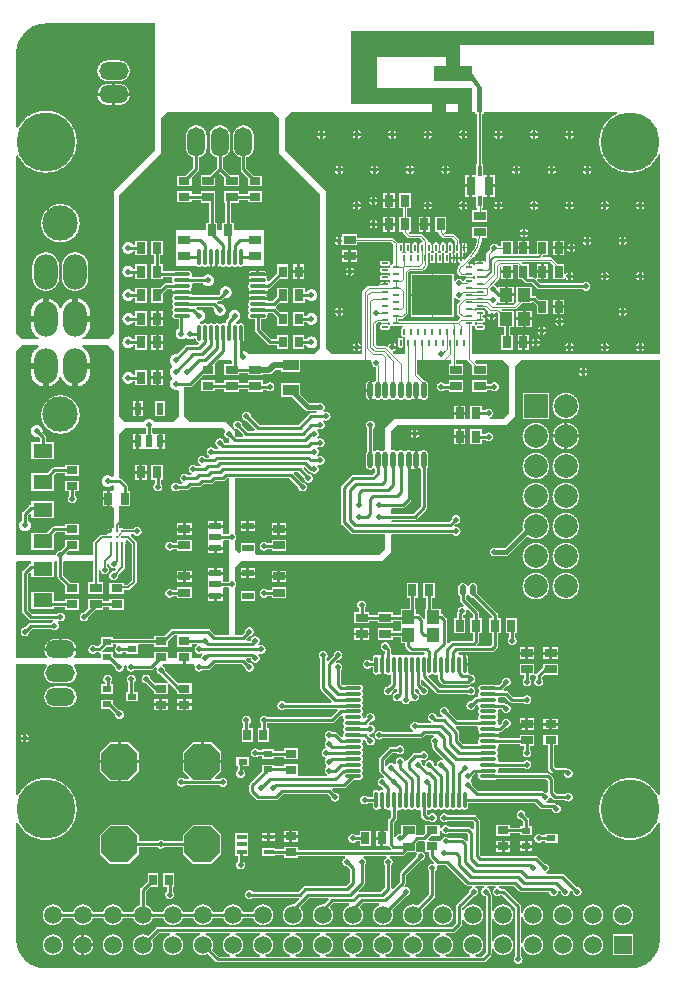
<source format=gtl>
%FSLAX25Y25*%
%MOIN*%
G70*
G01*
G75*
G04 Layer_Physical_Order=1*
G04 Layer_Color=255*
%ADD10C,0.00492*%
%ADD11R,0.03937X0.01811*%
%ADD12R,0.01811X0.01811*%
%ADD13R,0.13386X0.13386*%
%ADD14O,0.00787X0.02559*%
%ADD15O,0.02559X0.00787*%
%ADD16R,0.02835X0.03937*%
%ADD17R,0.03937X0.02835*%
%ADD18R,0.04134X0.04528*%
%ADD19O,0.01772X0.05512*%
%ADD20R,0.03740X0.02559*%
%ADD21R,0.03150X0.02165*%
%ADD22R,0.02559X0.03740*%
%ADD23R,0.03937X0.02362*%
G04:AMPARAMS|DCode=24|XSize=118.11mil|YSize=118.11mil|CornerRadius=0mil|HoleSize=0mil|Usage=FLASHONLY|Rotation=270.000|XOffset=0mil|YOffset=0mil|HoleType=Round|Shape=Octagon|*
%AMOCTAGOND24*
4,1,8,-0.02953,-0.05906,0.02953,-0.05906,0.05906,-0.02953,0.05906,0.02953,0.02953,0.05906,-0.02953,0.05906,-0.05906,0.02953,-0.05906,-0.02953,-0.02953,-0.05906,0.0*
%
%ADD24OCTAGOND24*%

%ADD25R,0.02362X0.03937*%
%ADD26R,0.05512X0.03543*%
%ADD27O,0.01181X0.05512*%
%ADD28O,0.05512X0.01181*%
%ADD29O,0.05709X0.01181*%
%ADD30O,0.01181X0.05709*%
%ADD31R,0.06496X0.04724*%
%ADD32C,0.01142*%
%ADD33R,0.01378X0.03740*%
%ADD34R,0.02953X0.06496*%
%ADD35R,0.03347X0.01575*%
%ADD36C,0.00984*%
%ADD37C,0.01969*%
%ADD38C,0.00500*%
%ADD39C,0.01575*%
%ADD40C,0.00787*%
%ADD41C,0.01000*%
%ADD42O,0.09843X0.05906*%
%ADD43R,0.07874X0.07874*%
%ADD44C,0.07874*%
%ADD45R,0.05906X0.05906*%
%ADD46C,0.05906*%
%ADD47O,0.05906X0.09843*%
%ADD48C,0.11811*%
%ADD49O,0.07874X0.11811*%
%ADD50C,0.19685*%
%ADD51O,0.01969X0.03937*%
%ADD52C,0.01969*%
G36*
X105197Y307795D02*
X40630D01*
Y300709D01*
X44567D01*
Y298583D01*
X48150Y293347D01*
Y285354D01*
X46339D01*
X46339Y293347D01*
X44567Y295945D01*
X31969D01*
Y300709D01*
X35906D01*
Y303858D01*
X13071D01*
Y293347D01*
X44567D01*
Y285433D01*
X45846D01*
Y284882D01*
X46498D01*
Y268189D01*
X46063D01*
Y264567D01*
X44736D01*
Y260827D01*
Y257087D01*
X46063D01*
Y253465D01*
X46502D01*
Y252658D01*
X44783D01*
Y248839D01*
X49705D01*
Y252658D01*
X47986D01*
Y253465D01*
X48425D01*
Y257087D01*
X49752D01*
Y260827D01*
Y264567D01*
X48425D01*
Y268189D01*
X47990D01*
Y284882D01*
X48642D01*
Y285433D01*
X93168D01*
X93247Y285039D01*
X93236Y285035D01*
X92747Y284802D01*
X92272Y284544D01*
X91810Y284261D01*
X91364Y283954D01*
X90935Y283625D01*
X90523Y283273D01*
X90131Y282901D01*
X89758Y282508D01*
X89407Y282097D01*
X89077Y281667D01*
X88771Y281221D01*
X88488Y280760D01*
X88230Y280284D01*
X87997Y279796D01*
X87789Y279295D01*
X87609Y278785D01*
X87455Y278266D01*
X87329Y277740D01*
X87230Y277208D01*
X87159Y276671D01*
X87117Y276132D01*
X87103Y275591D01*
X87117Y275049D01*
X87159Y274510D01*
X87230Y273973D01*
X87329Y273441D01*
X87455Y272915D01*
X87609Y272396D01*
X87789Y271886D01*
X87997Y271386D01*
X88230Y270897D01*
X88488Y270422D01*
X88771Y269960D01*
X89077Y269514D01*
X89407Y269085D01*
X89758Y268673D01*
X90131Y268280D01*
X90523Y267908D01*
X90935Y267556D01*
X91364Y267227D01*
X91810Y266920D01*
X92272Y266637D01*
X92747Y266379D01*
X93236Y266146D01*
X93736Y265939D01*
X94246Y265758D01*
X94765Y265605D01*
X95292Y265478D01*
X95824Y265380D01*
X96360Y265309D01*
X96900Y265267D01*
X97441Y265252D01*
X97982Y265267D01*
X98522Y265309D01*
X99058Y265380D01*
X99590Y265478D01*
X100117Y265605D01*
X100636Y265758D01*
X101146Y265939D01*
X101646Y266146D01*
X102134Y266379D01*
X102610Y266637D01*
X103072Y266920D01*
X103518Y267227D01*
X103947Y267556D01*
X104359Y267908D01*
X104751Y268280D01*
X105124Y268673D01*
X105475Y269085D01*
X105805Y269514D01*
X106111Y269960D01*
X106394Y270422D01*
X106652Y270897D01*
X106885Y271386D01*
X106890Y271396D01*
X107283Y271318D01*
Y204725D01*
X44541D01*
Y214072D01*
X44685D01*
X44824Y214083D01*
X44960Y214116D01*
X45088Y214169D01*
X45207Y214242D01*
X45295Y214317D01*
X45297Y214319D01*
X45313Y214332D01*
X45313Y214332D01*
X45313Y214332D01*
X45314Y214332D01*
X45314Y214332D01*
X45319Y214328D01*
X45342Y214311D01*
X45582Y214130D01*
X45584Y214129D01*
X45602Y214115D01*
X45603Y214114D01*
X45603Y214114D01*
X45628Y214096D01*
X45629Y214095D01*
X45628Y214094D01*
X45624Y214085D01*
X45624Y214085D01*
X45612Y214054D01*
X45579Y213919D01*
X45568Y213780D01*
X45579Y213641D01*
X45612Y213505D01*
X45665Y213376D01*
X45738Y213257D01*
X45828Y213151D01*
X45934Y213061D01*
X46053Y212988D01*
X46182Y212934D01*
X46318Y212902D01*
X46457Y212891D01*
X48228D01*
X48367Y212902D01*
X48503Y212934D01*
X48632Y212988D01*
X48751Y213061D01*
X48857Y213151D01*
X48947Y213257D01*
X49020Y213376D01*
X49073Y213505D01*
X49106Y213641D01*
X49117Y213780D01*
X49106Y213919D01*
X49073Y214054D01*
X49020Y214183D01*
X48947Y214302D01*
X48857Y214408D01*
X48751Y214498D01*
X48632Y214571D01*
X48503Y214625D01*
X48367Y214657D01*
X48228Y214668D01*
X46457D01*
X46318Y214657D01*
X46182Y214625D01*
X46053Y214571D01*
X45934Y214498D01*
X45847Y214424D01*
X45844Y214422D01*
X45828Y214408D01*
X45828Y214408D01*
X45828Y214408D01*
X45828Y214408D01*
X45827Y214409D01*
X45823Y214412D01*
X45800Y214429D01*
X45559Y214610D01*
X45558Y214611D01*
X45540Y214625D01*
X45538Y214626D01*
X45538Y214626D01*
X45514Y214645D01*
X45513Y214645D01*
X45513Y214646D01*
X45517Y214655D01*
X45517Y214655D01*
X45530Y214686D01*
X45563Y214822D01*
X45574Y214961D01*
X45570Y215006D01*
X45740Y215278D01*
X45837Y215376D01*
X45888Y215400D01*
X45972D01*
X46053Y215350D01*
X46182Y215297D01*
X46318Y215264D01*
X46457Y215253D01*
X48228D01*
X48367Y215264D01*
X48503Y215297D01*
X48632Y215350D01*
X48751Y215423D01*
X48857Y215513D01*
X48947Y215619D01*
X49020Y215738D01*
X49073Y215867D01*
X49106Y216003D01*
X49117Y216142D01*
X49106Y216281D01*
X49073Y216416D01*
X49020Y216545D01*
X48947Y216664D01*
X48857Y216770D01*
X48751Y216861D01*
X48632Y216933D01*
X48503Y216987D01*
X48367Y217019D01*
X48228Y217030D01*
X48084D01*
Y217615D01*
X48228D01*
X48367Y217626D01*
X48503Y217659D01*
X48632Y217712D01*
X48751Y217785D01*
X48857Y217876D01*
X48947Y217982D01*
X49020Y218101D01*
X49073Y218229D01*
X49106Y218365D01*
X49117Y218504D01*
X49106Y218643D01*
X49073Y218779D01*
X49020Y218907D01*
X48947Y219026D01*
X48857Y219132D01*
X48751Y219223D01*
X48632Y219296D01*
X48503Y219349D01*
X48367Y219382D01*
X48228Y219393D01*
X46457D01*
X46318Y219382D01*
X46182Y219349D01*
X46053Y219296D01*
X45934Y219223D01*
X45828Y219132D01*
X45513Y219369D01*
X45530Y219410D01*
X45537Y219439D01*
X43799D01*
Y219931D01*
X45537D01*
X45530Y219960D01*
X45513Y220001D01*
X45828Y220238D01*
X45934Y220147D01*
X46053Y220075D01*
X46182Y220021D01*
X46318Y219989D01*
X46457Y219978D01*
X48228D01*
X48367Y219989D01*
X48503Y220021D01*
X48632Y220075D01*
X48713Y220124D01*
X49088D01*
X50140Y219073D01*
X50172Y218985D01*
X50174Y218702D01*
X50135Y218567D01*
X50131Y218561D01*
X50007Y218420D01*
X49900Y218260D01*
X49814Y218086D01*
X49789Y218012D01*
X52573D01*
X52548Y218086D01*
X52469Y218247D01*
X52497Y218331D01*
X52642Y218629D01*
X52943Y218646D01*
X53455Y218134D01*
Y216473D01*
X53469Y216328D01*
X53496Y216240D01*
Y213717D01*
X55351D01*
Y211122D01*
X54429D01*
Y206201D01*
X58248D01*
Y211122D01*
X57326D01*
Y213717D01*
X58614D01*
Y219228D01*
X54689D01*
X54611Y219337D01*
X54813Y219731D01*
X59055D01*
X59200Y219745D01*
X59339Y219787D01*
X59467Y219856D01*
X59580Y219948D01*
X61348Y221717D01*
X64614D01*
Y222202D01*
X65024D01*
X66240Y220986D01*
Y218012D01*
X70059D01*
Y222933D01*
X67085D01*
X66131Y223887D01*
X66013Y223988D01*
X65881Y224069D01*
X65738Y224128D01*
X65588Y224164D01*
X65433Y224176D01*
X64614D01*
Y227228D01*
X59496D01*
Y221962D01*
X58748Y221214D01*
X52886D01*
X52741Y221543D01*
X52734Y221608D01*
X52847Y221737D01*
X52955Y221898D01*
X53040Y222072D01*
X53102Y222255D01*
X53496Y222216D01*
Y221717D01*
X55563D01*
Y224472D01*
Y227228D01*
X53496D01*
Y226800D01*
X53102Y226761D01*
X53040Y226944D01*
X52955Y227118D01*
X52847Y227279D01*
X52719Y227424D01*
X52574Y227552D01*
X52413Y227659D01*
X52239Y227745D01*
X52199Y227759D01*
X52079Y228104D01*
X52086Y228203D01*
X53674Y229790D01*
X53766Y229903D01*
X53835Y230031D01*
X53877Y230170D01*
X53891Y230315D01*
Y233778D01*
X54035Y233888D01*
X54429Y233692D01*
Y232776D01*
X58248D01*
Y234494D01*
X59732D01*
X59862Y234364D01*
Y229823D01*
X61104D01*
X62294Y228633D01*
X62412Y228532D01*
X62544Y228451D01*
X62687Y228392D01*
X62838Y228356D01*
X62992Y228344D01*
X64552D01*
X66231Y226664D01*
X66349Y226564D01*
X66481Y226483D01*
X66624Y226423D01*
X66775Y226387D01*
X66929Y226375D01*
X81579D01*
X81631Y226316D01*
X81776Y226188D01*
X81937Y226081D01*
X82111Y225995D01*
X82294Y225933D01*
X82484Y225895D01*
X82677Y225883D01*
X82870Y225895D01*
X83060Y225933D01*
X83243Y225995D01*
X83417Y226081D01*
X83578Y226188D01*
X83723Y226316D01*
X83851Y226462D01*
X83959Y226623D01*
X84044Y226796D01*
X84106Y226979D01*
X84144Y227169D01*
X84157Y227362D01*
X84144Y227555D01*
X84106Y227745D01*
X84044Y227928D01*
X83959Y228102D01*
X83851Y228263D01*
X83723Y228408D01*
X83578Y228536D01*
X83417Y228644D01*
X83243Y228729D01*
X83060Y228791D01*
X82870Y228829D01*
X82677Y228842D01*
X82484Y228829D01*
X82294Y228791D01*
X82111Y228729D01*
X81937Y228644D01*
X81776Y228536D01*
X81631Y228408D01*
X81579Y228349D01*
X67338D01*
X66259Y229429D01*
X66337Y229618D01*
X66337Y229618D01*
X66395Y229758D01*
X66407Y229788D01*
X66417Y229811D01*
X66422Y229823D01*
X66455D01*
X66456D01*
X66559Y229823D01*
X66573D01*
X66573D01*
X67658D01*
Y231791D01*
X66240D01*
Y230156D01*
Y230156D01*
X66240Y230141D01*
X66240Y230038D01*
Y230038D01*
Y230004D01*
X66228Y229999D01*
X66205Y229990D01*
X66175Y229977D01*
X66035Y229920D01*
X66035D01*
X65847Y229841D01*
X65659Y230029D01*
X65541Y230130D01*
X65409Y230210D01*
X65266Y230270D01*
X65115Y230306D01*
X64961Y230318D01*
X63681D01*
Y234744D01*
X61580D01*
X61210Y235115D01*
X61360Y235479D01*
X70559D01*
X71673Y234364D01*
Y229823D01*
X75492D01*
Y229873D01*
X75884Y229969D01*
X75991Y229808D01*
X76119Y229662D01*
X76265Y229535D01*
X76426Y229427D01*
X76599Y229342D01*
X76673Y229317D01*
Y230709D01*
Y232101D01*
X76599Y232076D01*
X76426Y231990D01*
X76265Y231883D01*
X76119Y231755D01*
X75991Y231609D01*
X75884Y231449D01*
X75492Y231544D01*
Y234744D01*
X73391D01*
X71391Y236745D01*
X71278Y236837D01*
X71150Y236906D01*
X71011Y236948D01*
X70866Y236962D01*
X68256D01*
X68105Y237326D01*
X68476Y237697D01*
X70059D01*
Y242618D01*
X66240D01*
Y237954D01*
X63681D01*
Y239665D01*
X59862D01*
Y237954D01*
X58248D01*
Y242618D01*
X54429D01*
Y240899D01*
X53445D01*
X53339Y241058D01*
X53211Y241204D01*
X53066Y241331D01*
X52905Y241439D01*
X52732Y241525D01*
X52548Y241587D01*
X52359Y241624D01*
X52165Y241637D01*
X51972Y241624D01*
X51782Y241587D01*
X51599Y241525D01*
X51426Y241439D01*
X51265Y241331D01*
X51119Y241204D01*
X50991Y241058D01*
X50884Y240897D01*
X50798Y240724D01*
X50736Y240541D01*
X50699Y240351D01*
X50686Y240158D01*
X50699Y239964D01*
X50736Y239777D01*
X49665Y238706D01*
X49572Y238593D01*
X49504Y238465D01*
X49461Y238326D01*
X49447Y238181D01*
Y235418D01*
X49073Y235314D01*
X49020Y235443D01*
X48947Y235562D01*
X48857Y235668D01*
X48751Y235758D01*
X48632Y235831D01*
X48503Y235884D01*
X48367Y235917D01*
X48228Y235928D01*
X47589D01*
Y235039D01*
X47343D01*
Y234793D01*
X45605D01*
X45612Y234765D01*
X45629Y234724D01*
X45313Y234487D01*
X45207Y234577D01*
X45088Y234650D01*
X44960Y234703D01*
X44824Y234736D01*
X44685Y234747D01*
X44045D01*
Y233858D01*
X43553D01*
Y234747D01*
X43439D01*
X43276Y235141D01*
X44840Y236704D01*
X44840Y236704D01*
X45227Y237112D01*
X45592Y237540D01*
X45934Y237986D01*
X46253Y238449D01*
X46547Y238929D01*
X46815Y239423D01*
X47057Y239931D01*
X47273Y240450D01*
X47460Y240980D01*
X47620Y241519D01*
X47751Y242066D01*
X47854Y242619D01*
X47927Y243177D01*
X47945Y243406D01*
X49705D01*
Y247224D01*
X44783D01*
Y243406D01*
X46109D01*
X46412Y243012D01*
X46375Y242748D01*
X46273Y242239D01*
X46144Y241736D01*
X45986Y241241D01*
X45801Y240755D01*
X45588Y240281D01*
X45350Y239820D01*
X45086Y239372D01*
X44797Y238940D01*
X44485Y238525D01*
X44150Y238128D01*
X43811Y237770D01*
X43791Y237753D01*
X42227Y236190D01*
X41833Y236353D01*
Y236467D01*
X40056D01*
Y235827D01*
X40067Y235688D01*
X40100Y235552D01*
X40153Y235423D01*
X40226Y235304D01*
X40317Y235198D01*
X40423Y235108D01*
X40530Y235042D01*
X40542Y235033D01*
X40591Y234855D01*
X40529Y234509D01*
X40526Y234488D01*
D01*
X40496Y234456D01*
X40320Y234262D01*
X40274Y234199D01*
X40138Y234016D01*
X39981Y233753D01*
X39850Y233477D01*
X39747Y233189D01*
X39672Y232892D01*
X39639Y232666D01*
X39627Y232589D01*
X39612Y232283D01*
X39613D01*
X39614Y232274D01*
X39626Y232084D01*
X39665Y231888D01*
X39729Y231698D01*
X39818Y231519D01*
X39929Y231353D01*
X40061Y231202D01*
X40211Y231071D01*
X40377Y230960D01*
X40557Y230871D01*
X40746Y230807D01*
X40942Y230768D01*
X41133Y230755D01*
X41142Y230754D01*
X42428D01*
X42510Y230704D01*
X42639Y230651D01*
X42774Y230619D01*
X42913Y230608D01*
X44685D01*
X44824Y230619D01*
X44960Y230651D01*
X45088Y230704D01*
X45207Y230777D01*
X45313Y230868D01*
X45629Y230631D01*
X45612Y230590D01*
X45579Y230454D01*
X45568Y230315D01*
X45579Y230176D01*
X45612Y230040D01*
X45629Y229999D01*
X45313Y229762D01*
X45207Y229853D01*
X45088Y229926D01*
X44960Y229979D01*
X44824Y230012D01*
X44685Y230023D01*
X42913D01*
X42774Y230012D01*
X42639Y229979D01*
X42510Y229926D01*
X42391Y229853D01*
X42285Y229762D01*
X42195Y229656D01*
X42122Y229537D01*
X42068Y229409D01*
X42036Y229273D01*
X42025Y229134D01*
X42001Y229108D01*
X41609Y229126D01*
X41528Y229247D01*
X41401Y229393D01*
X41255Y229520D01*
X41094Y229628D01*
X40920Y229713D01*
X40737Y229776D01*
X40547Y229813D01*
X40354Y229826D01*
X40161Y229813D01*
X39971Y229776D01*
X39788Y229713D01*
X39615Y229628D01*
X39454Y229520D01*
X39308Y229393D01*
X39180Y229247D01*
X39073Y229086D01*
X38681Y229182D01*
Y231594D01*
X31742D01*
Y224410D01*
Y217225D01*
X38681D01*
Y223574D01*
X39073Y223670D01*
X39180Y223509D01*
X39308Y223363D01*
X39454Y223236D01*
X39615Y223128D01*
X39788Y223043D01*
X39971Y222980D01*
X40161Y222943D01*
X40354Y222930D01*
X40547Y222943D01*
X40616Y222956D01*
X40810Y222593D01*
X39830Y221614D01*
X39738Y221501D01*
X39669Y221373D01*
X39627Y221234D01*
X39613Y221089D01*
Y218504D01*
X39627Y218359D01*
X39669Y218220D01*
X39738Y218092D01*
X39830Y217980D01*
X40648Y217161D01*
X40672Y217042D01*
X40617Y216666D01*
X39653Y215702D01*
X20564D01*
X20482Y215752D01*
X20353Y215806D01*
X20218Y215838D01*
X20079Y215849D01*
X19935D01*
Y216434D01*
X20079D01*
X20218Y216445D01*
X20353Y216478D01*
X20482Y216531D01*
X20564Y216581D01*
X21457D01*
X21601Y216595D01*
X21741Y216638D01*
X21869Y216706D01*
X21981Y216798D01*
X23162Y217980D01*
X23255Y218092D01*
X23323Y218220D01*
X23365Y218359D01*
X23380Y218504D01*
Y231976D01*
X23929Y232526D01*
X28051D01*
X28196Y232540D01*
X28335Y232582D01*
X28463Y232651D01*
X28576Y232743D01*
X29658Y233826D01*
X29751Y233938D01*
X29819Y234067D01*
X29861Y234206D01*
X29876Y234350D01*
Y235342D01*
X29926Y235423D01*
X29979Y235552D01*
X30011Y235688D01*
X30022Y235827D01*
Y237598D01*
X30011Y237737D01*
X29979Y237873D01*
X29926Y238002D01*
X29876Y238083D01*
Y238167D01*
X29899Y238219D01*
X29997Y238316D01*
X30269Y238485D01*
X30315Y238482D01*
X30454Y238492D01*
X30590Y238525D01*
X30631Y238542D01*
X30868Y238227D01*
X30777Y238121D01*
X30704Y238002D01*
X30651Y237873D01*
X30618Y237737D01*
X30608Y237598D01*
Y235827D01*
X30618Y235688D01*
X30651Y235552D01*
X30704Y235423D01*
X30777Y235304D01*
X30868Y235198D01*
X30974Y235108D01*
X31093Y235035D01*
X31222Y234982D01*
X31357Y234949D01*
X31496Y234938D01*
X31635Y234949D01*
X31771Y234982D01*
X31899Y235035D01*
X32018Y235108D01*
X32124Y235198D01*
X32215Y235304D01*
X32288Y235423D01*
X32341Y235552D01*
X32374Y235688D01*
X32385Y235827D01*
Y237598D01*
X32374Y237737D01*
X32341Y237873D01*
X32288Y238002D01*
X32215Y238121D01*
X32124Y238227D01*
X32361Y238542D01*
X32403Y238525D01*
X32538Y238492D01*
X32677Y238482D01*
X32816Y238492D01*
X32952Y238525D01*
X32993Y238542D01*
X33230Y238227D01*
X33139Y238121D01*
X33066Y238002D01*
X33013Y237873D01*
X32981Y237737D01*
X32970Y237598D01*
Y235827D01*
X32981Y235688D01*
X33013Y235552D01*
X33066Y235423D01*
X33139Y235304D01*
X33230Y235198D01*
X33336Y235108D01*
X33455Y235035D01*
X33584Y234982D01*
X33719Y234949D01*
X33858Y234938D01*
X33997Y234949D01*
X34133Y234982D01*
X34262Y235035D01*
X34380Y235108D01*
X34487Y235198D01*
X34577Y235304D01*
X34650Y235423D01*
X34703Y235552D01*
X34736Y235688D01*
X34747Y235827D01*
Y237598D01*
X34736Y237737D01*
X34703Y237873D01*
X34650Y238002D01*
X34577Y238121D01*
X34487Y238227D01*
X34724Y238542D01*
X34765Y238525D01*
X34900Y238492D01*
X35039Y238482D01*
X35178Y238492D01*
X35314Y238525D01*
X35355Y238542D01*
X35592Y238227D01*
X35502Y238121D01*
X35429Y238002D01*
X35375Y237873D01*
X35343Y237737D01*
X35332Y237598D01*
Y235827D01*
X35343Y235688D01*
X35375Y235552D01*
X35429Y235423D01*
X35502Y235304D01*
X35592Y235198D01*
X35698Y235108D01*
X35817Y235035D01*
X35946Y234982D01*
X36081Y234949D01*
X36220Y234938D01*
X36360Y234949D01*
X36495Y234982D01*
X36624Y235035D01*
X36743Y235108D01*
X36849Y235198D01*
X36939Y235304D01*
X37012Y235423D01*
X37066Y235552D01*
X37098Y235688D01*
X37109Y235827D01*
Y237598D01*
X37098Y237737D01*
X37066Y237873D01*
X37012Y238002D01*
X36939Y238121D01*
X36849Y238227D01*
X37086Y238542D01*
X37127Y238525D01*
X37263Y238492D01*
X37402Y238482D01*
X37541Y238492D01*
X37676Y238525D01*
X37717Y238542D01*
X37954Y238227D01*
X37864Y238121D01*
X37791Y238002D01*
X37738Y237873D01*
X37705Y237737D01*
X37694Y237598D01*
Y236959D01*
X38337D01*
Y238450D01*
X38308Y238444D01*
X38267Y238426D01*
X38030Y238742D01*
X38120Y238848D01*
X38193Y238967D01*
X38247Y239096D01*
X38279Y239231D01*
X38290Y239370D01*
Y241142D01*
X38279Y241281D01*
X38247Y241416D01*
X38193Y241545D01*
X38120Y241664D01*
X38030Y241770D01*
X37924Y241861D01*
X37805Y241933D01*
X37676Y241987D01*
X37541Y242019D01*
X37402Y242030D01*
X37263Y242019D01*
X37127Y241987D01*
X36998Y241933D01*
X36879Y241861D01*
X36773Y241770D01*
X36683Y241664D01*
X36610Y241545D01*
X36557Y241416D01*
X36524Y241281D01*
X36513Y241142D01*
Y239370D01*
X36524Y239231D01*
X36557Y239096D01*
X36610Y238967D01*
X36683Y238848D01*
X36773Y238742D01*
X36536Y238426D01*
X36495Y238444D01*
X36360Y238476D01*
X36220Y238487D01*
X36081Y238476D01*
X35946Y238444D01*
X35905Y238426D01*
X35668Y238742D01*
X35758Y238848D01*
X35831Y238967D01*
X35884Y239096D01*
X35917Y239231D01*
X35928Y239370D01*
Y241142D01*
X35917Y241281D01*
X35884Y241416D01*
X35831Y241545D01*
X35758Y241664D01*
X35668Y241770D01*
X35562Y241861D01*
X35443Y241933D01*
X35314Y241987D01*
X35178Y242019D01*
X35039Y242030D01*
X34900Y242019D01*
X34765Y241987D01*
X34636Y241933D01*
X34517Y241861D01*
X34411Y241770D01*
X34321Y241664D01*
X34248Y241545D01*
X34194Y241416D01*
X34162Y241281D01*
X34151Y241142D01*
Y239370D01*
X34162Y239231D01*
X34194Y239096D01*
X34248Y238967D01*
X34321Y238848D01*
X34411Y238742D01*
X34174Y238426D01*
X34133Y238444D01*
X33997Y238476D01*
X33858Y238487D01*
X33719Y238476D01*
X33584Y238444D01*
X33542Y238426D01*
X33305Y238742D01*
X33396Y238848D01*
X33469Y238967D01*
X33522Y239096D01*
X33555Y239231D01*
X33566Y239370D01*
Y241142D01*
X33555Y241281D01*
X33522Y241416D01*
X33469Y241545D01*
X33396Y241664D01*
X33305Y241770D01*
X33200Y241861D01*
X33081Y241933D01*
X32952Y241987D01*
X32816Y242019D01*
X32677Y242030D01*
X32538Y242019D01*
X32403Y241987D01*
X32274Y241933D01*
X32155Y241861D01*
X32049Y241770D01*
X31958Y241664D01*
X31885Y241545D01*
X31832Y241416D01*
X31800Y241281D01*
X31789Y241142D01*
Y239370D01*
X31800Y239231D01*
X31832Y239096D01*
X31885Y238967D01*
X31958Y238848D01*
X32049Y238742D01*
X31812Y238426D01*
X31771Y238444D01*
X31635Y238476D01*
X31496Y238487D01*
X31357Y238476D01*
X31222Y238444D01*
X31180Y238426D01*
X30943Y238742D01*
X31034Y238848D01*
X31107Y238967D01*
X31160Y239096D01*
X31193Y239231D01*
X31203Y239370D01*
Y241142D01*
X31193Y241281D01*
X31160Y241416D01*
X31107Y241545D01*
X31034Y241664D01*
X30943Y241770D01*
X30837Y241861D01*
X30718Y241933D01*
X30590Y241987D01*
X30454Y242019D01*
X30315Y242030D01*
X30269Y242027D01*
X29997Y242196D01*
X29899Y242293D01*
X29876Y242345D01*
Y242520D01*
X29861Y242665D01*
X29819Y242804D01*
X29751Y242932D01*
X29658Y243044D01*
X28084Y244619D01*
X27971Y244711D01*
X27843Y244780D01*
X27704Y244822D01*
X27559Y244836D01*
X23929D01*
X23558Y245207D01*
X23709Y245571D01*
X24311D01*
Y250492D01*
X23143D01*
Y253445D01*
X24311D01*
Y258366D01*
X20492D01*
Y253445D01*
X21660D01*
Y250492D01*
X20492D01*
Y245571D01*
X21660D01*
Y245315D01*
X21674Y245170D01*
X21716Y245031D01*
X21785Y244903D01*
X21877Y244791D01*
X23098Y243570D01*
X23210Y243478D01*
X23338Y243409D01*
X23477Y243367D01*
X23622Y243353D01*
X27252D01*
X28208Y242396D01*
X28141Y242177D01*
X28039Y242046D01*
X27998Y242027D01*
X27953Y242030D01*
X27814Y242019D01*
X27678Y241987D01*
X27549Y241933D01*
X27430Y241861D01*
X27324Y241770D01*
X27234Y241664D01*
X27161Y241545D01*
X27108Y241416D01*
X27075Y241281D01*
X27064Y241142D01*
Y239370D01*
X27075Y239231D01*
X27108Y239096D01*
X27161Y238967D01*
X27211Y238885D01*
Y238802D01*
X27187Y238750D01*
X27089Y238653D01*
X26817Y238484D01*
X26772Y238487D01*
X26633Y238476D01*
X26497Y238444D01*
X26456Y238426D01*
X26219Y238742D01*
X26309Y238848D01*
X26382Y238967D01*
X26436Y239096D01*
X26468Y239231D01*
X26479Y239370D01*
Y241142D01*
X26468Y241281D01*
X26436Y241416D01*
X26382Y241545D01*
X26309Y241664D01*
X26219Y241770D01*
X26113Y241861D01*
X25994Y241933D01*
X25865Y241987D01*
X25730Y242019D01*
X25591Y242030D01*
X25451Y242019D01*
X25316Y241987D01*
X25187Y241933D01*
X25068Y241861D01*
X24962Y241770D01*
X24872Y241664D01*
X24799Y241545D01*
X24746Y241416D01*
X24713Y241281D01*
X24702Y241142D01*
Y239370D01*
X24713Y239231D01*
X24746Y239096D01*
X24799Y238967D01*
X24872Y238848D01*
X24962Y238742D01*
X24725Y238426D01*
X24684Y238444D01*
X24548Y238476D01*
X24409Y238487D01*
X24270Y238476D01*
X24135Y238444D01*
X24094Y238426D01*
X23857Y238742D01*
X23947Y238848D01*
X24020Y238967D01*
X24073Y239096D01*
X24106Y239231D01*
X24117Y239370D01*
Y241142D01*
X24106Y241281D01*
X24073Y241416D01*
X24020Y241545D01*
X23947Y241664D01*
X23857Y241770D01*
X23751Y241861D01*
X23632Y241933D01*
X23503Y241987D01*
X23367Y242019D01*
X23228Y242030D01*
X23089Y242019D01*
X22954Y241987D01*
X22825Y241933D01*
X22706Y241861D01*
X22600Y241770D01*
X22510Y241664D01*
X22437Y241545D01*
X22383Y241416D01*
X22351Y241281D01*
X22340Y241142D01*
Y239370D01*
X22351Y239231D01*
X22383Y239096D01*
X22437Y238967D01*
X22510Y238848D01*
X22600Y238742D01*
X22363Y238426D01*
X22322Y238444D01*
X22186Y238476D01*
X22047Y238487D01*
X21908Y238476D01*
X21773Y238444D01*
X21732Y238426D01*
X21495Y238742D01*
X21585Y238848D01*
X21658Y238967D01*
X21711Y239096D01*
X21744Y239231D01*
X21755Y239370D01*
Y241142D01*
X21744Y241281D01*
X21711Y241416D01*
X21658Y241545D01*
X21585Y241664D01*
X21495Y241770D01*
X21388Y241861D01*
X21270Y241933D01*
X21141Y241987D01*
X21005Y242019D01*
X20866Y242030D01*
X20727Y242019D01*
X20592Y241987D01*
X20463Y241933D01*
X20344Y241861D01*
X20306Y241828D01*
X20250Y241821D01*
X20011Y241863D01*
X19878Y241918D01*
X19810Y242046D01*
X19717Y242158D01*
X18477Y243399D01*
X18365Y243491D01*
X18237Y243559D01*
X18098Y243602D01*
X17953Y243616D01*
X6398D01*
Y244783D01*
X1476D01*
Y244045D01*
X1249Y243883D01*
X1083Y243826D01*
X960Y243887D01*
X886Y243912D01*
Y242520D01*
Y241128D01*
X960Y241153D01*
X1083Y241213D01*
X1249Y241156D01*
X1476Y240994D01*
Y240965D01*
X6398D01*
Y242132D01*
X17646D01*
X18451Y241327D01*
Y234747D01*
X18307D01*
X18168Y234736D01*
X18033Y234703D01*
X17904Y234650D01*
X17785Y234577D01*
X17697Y234503D01*
X17695Y234500D01*
X17679Y234487D01*
X17679Y234487D01*
X17679Y234487D01*
X17678Y234487D01*
X17678Y234487D01*
X17673Y234491D01*
X17650Y234508D01*
X17410Y234689D01*
X17408Y234690D01*
X17390Y234704D01*
X17389Y234705D01*
X17389Y234705D01*
X17364Y234723D01*
X17364Y234724D01*
X17364Y234724D01*
X17368Y234734D01*
Y234734D01*
X17380Y234765D01*
X17413Y234900D01*
X17424Y235039D01*
X17413Y235178D01*
X17380Y235314D01*
X17327Y235443D01*
X17254Y235562D01*
X17164Y235668D01*
X17058Y235758D01*
X16939Y235831D01*
X16810Y235884D01*
X16674Y235917D01*
X16535Y235928D01*
X14764D01*
X14625Y235917D01*
X14489Y235884D01*
X14360Y235831D01*
X14242Y235758D01*
X14135Y235668D01*
X14045Y235562D01*
X13972Y235443D01*
X13919Y235314D01*
X13886Y235178D01*
X13875Y235039D01*
X13886Y234900D01*
X13919Y234765D01*
X13972Y234636D01*
X14045Y234517D01*
X14135Y234411D01*
X14242Y234321D01*
X14360Y234248D01*
X14489Y234194D01*
X14625Y234162D01*
X14764Y234151D01*
X16535D01*
X16674Y234162D01*
X16810Y234194D01*
X16939Y234248D01*
X17058Y234321D01*
X17145Y234395D01*
X17148Y234397D01*
X17164Y234411D01*
X17164Y234411D01*
X17164Y234411D01*
X17164Y234411D01*
X17165Y234410D01*
X17170Y234407D01*
X17192Y234390D01*
X17433Y234209D01*
X17434Y234208D01*
X17453Y234194D01*
X17454Y234193D01*
X17454Y234193D01*
X17479Y234174D01*
X17479Y234174D01*
X17479Y234173D01*
X17475Y234164D01*
Y234164D01*
X17462Y234133D01*
X17429Y233997D01*
X17418Y233858D01*
X17429Y233719D01*
X17462Y233584D01*
X17479Y233542D01*
X17164Y233306D01*
X17058Y233396D01*
X16939Y233469D01*
X16810Y233522D01*
X16674Y233555D01*
X16535Y233566D01*
X14764D01*
X14625Y233555D01*
X14489Y233522D01*
X14360Y233469D01*
X14242Y233396D01*
X14135Y233306D01*
X14045Y233200D01*
X13972Y233081D01*
X13919Y232952D01*
X13886Y232816D01*
X13875Y232677D01*
X13886Y232538D01*
X13919Y232403D01*
X13972Y232274D01*
X14045Y232155D01*
X14135Y232049D01*
X14242Y231958D01*
X14360Y231886D01*
X14489Y231832D01*
X14625Y231800D01*
X14764Y231789D01*
X16535D01*
X16674Y231800D01*
X16810Y231832D01*
X16939Y231886D01*
X17058Y231958D01*
X17164Y232049D01*
X17479Y231812D01*
X17462Y231771D01*
X17429Y231635D01*
X17418Y231496D01*
X17429Y231357D01*
X17462Y231222D01*
X17479Y231180D01*
X17164Y230943D01*
X17058Y231034D01*
X16939Y231107D01*
X16810Y231160D01*
X16674Y231193D01*
X16535Y231204D01*
X14764D01*
X14625Y231193D01*
X14489Y231160D01*
X14360Y231107D01*
X14242Y231034D01*
X14135Y230943D01*
X14045Y230837D01*
X13972Y230718D01*
X13919Y230590D01*
X13886Y230454D01*
X13875Y230315D01*
X13886Y230176D01*
X13919Y230040D01*
X13972Y229912D01*
X14045Y229793D01*
X14135Y229687D01*
X14242Y229596D01*
X14360Y229523D01*
X14489Y229470D01*
X14625Y229437D01*
X14764Y229426D01*
X16535D01*
X16674Y229437D01*
X16810Y229470D01*
X16939Y229523D01*
X17058Y229596D01*
X17164Y229687D01*
X17479Y229450D01*
X17462Y229409D01*
X17429Y229273D01*
X17418Y229134D01*
X17429Y228995D01*
X17462Y228859D01*
X17479Y228818D01*
X17164Y228581D01*
X17058Y228672D01*
X16939Y228745D01*
X16810Y228798D01*
X16674Y228830D01*
X16535Y228841D01*
X15896D01*
Y227953D01*
X15650D01*
Y227707D01*
X13754D01*
X13709Y227635D01*
X13612Y227537D01*
X13561Y227514D01*
X10236D01*
X10091Y227499D01*
X9952Y227457D01*
X9824Y227389D01*
X9712Y227296D01*
X8334Y225918D01*
X8241Y225806D01*
X8173Y225678D01*
X8131Y225538D01*
X8117Y225394D01*
Y207536D01*
X8116Y207536D01*
Y206637D01*
X8117Y206637D01*
Y204725D01*
X-1969D01*
X-3937Y206693D01*
Y258858D01*
X-17717Y272638D01*
Y283465D01*
X-15748Y285433D01*
X31388D01*
Y288268D01*
X4488D01*
Y312559D01*
X105197D01*
Y307795D01*
D02*
G37*
G36*
X57087Y200787D02*
Y185039D01*
X55118Y183071D01*
X50828D01*
X50731Y183661D01*
X50763Y183672D01*
X50937Y183758D01*
X51098Y183866D01*
X51243Y183993D01*
X51371Y184139D01*
X51478Y184300D01*
X51564Y184473D01*
X51626Y184657D01*
X51664Y184846D01*
X51676Y185039D01*
X51664Y185232D01*
X51626Y185422D01*
X51564Y185606D01*
X51478Y185779D01*
X51371Y185940D01*
X51243Y186086D01*
X51098Y186213D01*
X50937Y186321D01*
X50763Y186406D01*
X50580Y186469D01*
X50390Y186506D01*
X50197Y186519D01*
X50004Y186506D01*
X49814Y186469D01*
X49631Y186406D01*
X49457Y186321D01*
X49296Y186213D01*
X49151Y186086D01*
X49099Y186027D01*
X47933D01*
Y187500D01*
X44114D01*
Y183071D01*
X42500D01*
Y184547D01*
X38681D01*
Y183071D01*
X18701D01*
X15748Y180118D01*
Y172733D01*
X15666Y172727D01*
X15489Y172692D01*
X15318Y172634D01*
X15156Y172554D01*
X15006Y172454D01*
X14954Y172408D01*
X14754Y172335D01*
X14380D01*
X14180Y172408D01*
X14128Y172454D01*
X13978Y172554D01*
X13816Y172634D01*
X13645Y172692D01*
X13468Y172727D01*
X13287Y172739D01*
X13107Y172727D01*
X12930Y172692D01*
X12759Y172634D01*
X12597Y172554D01*
X12447Y172454D01*
X12394Y172408D01*
X12234Y172349D01*
X11816Y172465D01*
X11716Y172537D01*
Y179921D01*
X11727Y179929D01*
X11873Y180056D01*
X12001Y180202D01*
X12108Y180363D01*
X12194Y180536D01*
X12256Y180719D01*
X12294Y180909D01*
X12306Y181102D01*
X12294Y181296D01*
X12256Y181485D01*
X12194Y181669D01*
X12108Y181842D01*
X12001Y182003D01*
X11873Y182149D01*
X11727Y182276D01*
X11567Y182384D01*
X11393Y182469D01*
X11210Y182531D01*
X11020Y182569D01*
X10827Y182582D01*
X10634Y182569D01*
X10444Y182531D01*
X10261Y182469D01*
X10087Y182384D01*
X9926Y182276D01*
X9781Y182149D01*
X9653Y182003D01*
X9545Y181842D01*
X9460Y181669D01*
X9398Y181485D01*
X9360Y181296D01*
X9347Y181102D01*
X9360Y180909D01*
X9398Y180719D01*
X9460Y180536D01*
X9545Y180363D01*
X9653Y180202D01*
X9741Y180101D01*
Y172322D01*
X9633Y172199D01*
X9532Y172049D01*
X9453Y171887D01*
X9394Y171716D01*
X9359Y171539D01*
X9347Y171358D01*
Y167618D01*
X9359Y167438D01*
X9394Y167261D01*
X9453Y167090D01*
X9532Y166928D01*
X9633Y166778D01*
X9752Y166642D01*
X9888Y166523D01*
X10038Y166422D01*
X10200Y166342D01*
X10371Y166284D01*
X10548Y166249D01*
X10728Y166237D01*
X10909Y166249D01*
X11086Y166284D01*
X11257Y166342D01*
X11419Y166422D01*
X11569Y166523D01*
X11621Y166569D01*
X11782Y166627D01*
X12199Y166511D01*
X12300Y166439D01*
Y165271D01*
X11402Y164373D01*
X5090D01*
X4936Y164361D01*
X4785Y164325D01*
X4642Y164266D01*
X4510Y164185D01*
X4392Y164084D01*
X1270Y160962D01*
X1170Y160845D01*
X1089Y160712D01*
X1029Y160569D01*
X993Y160419D01*
X981Y160264D01*
Y148622D01*
X993Y148468D01*
X1029Y148317D01*
X1089Y148174D01*
X1170Y148042D01*
X1270Y147924D01*
X4223Y144971D01*
X4341Y144871D01*
X4473Y144790D01*
X4616Y144730D01*
X4767Y144694D01*
X4921Y144682D01*
X15748D01*
Y139764D01*
X13780Y137795D01*
X-27321D01*
X-27559Y138287D01*
X-27559Y138386D01*
Y141634D01*
X-32480D01*
Y138630D01*
X-33071Y138386D01*
X-34449Y139764D01*
Y142600D01*
X-34387Y142655D01*
X-34259Y142800D01*
X-34152Y142961D01*
X-34066Y143135D01*
X-34004Y143318D01*
X-33966Y143508D01*
X-33953Y143701D01*
X-33966Y143894D01*
X-34004Y144084D01*
X-34066Y144267D01*
X-34152Y144441D01*
X-34259Y144602D01*
X-34387Y144747D01*
X-34449Y144801D01*
Y147638D01*
Y163383D01*
X-16157D01*
X-13285Y160511D01*
X-13291Y160433D01*
X-13278Y160240D01*
X-13240Y160050D01*
X-13178Y159867D01*
X-13092Y159693D01*
X-12985Y159532D01*
X-12857Y159387D01*
X-12712Y159259D01*
X-12551Y159152D01*
X-12377Y159066D01*
X-12194Y159004D01*
X-12004Y158966D01*
X-11811Y158954D01*
X-11618Y158966D01*
X-11428Y159004D01*
X-11245Y159066D01*
X-11071Y159152D01*
X-10910Y159259D01*
X-10765Y159387D01*
X-10637Y159532D01*
X-10530Y159693D01*
X-10444Y159867D01*
X-10382Y160050D01*
X-10344Y160240D01*
X-10332Y160433D01*
X-10344Y160626D01*
X-10382Y160816D01*
X-10444Y160999D01*
X-10530Y161173D01*
X-10637Y161334D01*
X-10765Y161479D01*
X-10910Y161607D01*
X-11071Y161714D01*
X-11245Y161800D01*
X-11428Y161862D01*
X-11618Y161900D01*
X-11811Y161913D01*
X-11889Y161907D01*
X-14742Y164761D01*
X-14498Y165351D01*
X-13204D01*
X-11317Y163464D01*
X-11322Y163386D01*
X-11309Y163193D01*
X-11272Y163003D01*
X-11209Y162820D01*
X-11124Y162646D01*
X-11016Y162485D01*
X-10889Y162340D01*
X-10743Y162212D01*
X-10582Y162104D01*
X-10409Y162019D01*
X-10226Y161957D01*
X-10036Y161919D01*
X-9843Y161906D01*
X-9649Y161919D01*
X-9460Y161957D01*
X-9276Y162019D01*
X-9103Y162104D01*
X-8942Y162212D01*
X-8796Y162340D01*
X-8669Y162485D01*
X-8561Y162646D01*
X-8476Y162820D01*
X-8413Y163003D01*
X-8376Y163193D01*
X-8363Y163386D01*
X-8376Y163579D01*
X-8413Y163769D01*
X-8476Y163952D01*
X-8561Y164126D01*
X-8669Y164287D01*
X-8796Y164432D01*
X-8942Y164560D01*
X-9103Y164667D01*
X-9276Y164753D01*
X-9460Y164815D01*
X-9649Y164853D01*
X-9843Y164865D01*
X-9921Y164860D01*
X-11476Y166415D01*
X-11270Y167045D01*
X-11003Y167087D01*
X-9556Y165640D01*
X-9439Y165540D01*
X-9307Y165459D01*
X-9163Y165400D01*
X-9013Y165364D01*
X-8980Y165361D01*
X-8920Y165292D01*
X-8775Y165165D01*
X-8614Y165057D01*
X-8440Y164972D01*
X-8257Y164910D01*
X-8067Y164872D01*
X-7874Y164859D01*
X-7681Y164872D01*
X-7491Y164910D01*
X-7308Y164972D01*
X-7134Y165057D01*
X-6973Y165165D01*
X-6828Y165292D01*
X-6700Y165438D01*
X-6593Y165599D01*
X-6507Y165772D01*
X-6445Y165956D01*
X-6407Y166146D01*
X-6395Y166339D01*
X-6407Y166532D01*
X-6445Y166722D01*
X-6507Y166905D01*
X-6593Y167078D01*
X-6700Y167239D01*
X-6828Y167385D01*
X-6831Y167388D01*
X-6772Y167877D01*
X-6687Y168032D01*
X-6680Y168033D01*
X-6645Y168010D01*
X-6472Y167924D01*
X-6289Y167862D01*
X-6099Y167824D01*
X-5906Y167812D01*
X-5712Y167824D01*
X-5523Y167862D01*
X-5339Y167924D01*
X-5166Y168010D01*
X-5005Y168118D01*
X-4859Y168245D01*
X-4732Y168391D01*
X-4624Y168552D01*
X-4539Y168725D01*
X-4476Y168908D01*
X-4439Y169098D01*
X-4426Y169291D01*
X-4439Y169484D01*
X-4476Y169674D01*
X-4539Y169858D01*
X-4624Y170031D01*
X-4732Y170192D01*
X-4859Y170338D01*
X-5005Y170465D01*
X-5166Y170573D01*
X-5339Y170658D01*
X-5523Y170721D01*
X-5712Y170758D01*
X-5906Y170771D01*
X-6099Y170758D01*
X-6289Y170721D01*
X-6472Y170658D01*
X-6645Y170573D01*
X-6680Y170549D01*
X-6687Y170551D01*
X-6772Y170706D01*
X-6831Y171195D01*
X-6828Y171198D01*
X-6700Y171344D01*
X-6593Y171504D01*
X-6507Y171678D01*
X-6445Y171861D01*
X-6407Y172051D01*
X-6395Y172244D01*
X-6407Y172437D01*
X-6445Y172627D01*
X-6507Y172810D01*
X-6593Y172984D01*
X-6700Y173145D01*
X-6828Y173290D01*
X-6831Y173294D01*
X-6772Y173783D01*
X-6687Y173937D01*
X-6680Y173939D01*
X-6645Y173916D01*
X-6472Y173830D01*
X-6289Y173768D01*
X-6099Y173730D01*
X-5906Y173717D01*
X-5712Y173730D01*
X-5523Y173768D01*
X-5339Y173830D01*
X-5166Y173916D01*
X-5005Y174023D01*
X-4859Y174151D01*
X-4732Y174296D01*
X-4624Y174457D01*
X-4539Y174631D01*
X-4476Y174814D01*
X-4439Y175004D01*
X-4426Y175197D01*
X-4439Y175390D01*
X-4476Y175580D01*
X-4539Y175763D01*
X-4624Y175937D01*
X-4732Y176098D01*
X-4859Y176243D01*
X-5005Y176371D01*
X-5166Y176478D01*
X-5339Y176564D01*
X-5523Y176626D01*
X-5712Y176664D01*
X-5906Y176676D01*
X-6099Y176664D01*
X-6289Y176626D01*
X-6472Y176564D01*
X-6645Y176478D01*
X-6680Y176455D01*
X-6687Y176457D01*
X-6772Y176611D01*
X-6831Y177100D01*
X-6828Y177103D01*
X-6700Y177249D01*
X-6593Y177410D01*
X-6507Y177584D01*
X-6445Y177767D01*
X-6407Y177956D01*
X-6395Y178150D01*
X-6407Y178343D01*
X-6445Y178533D01*
X-6507Y178716D01*
X-6593Y178889D01*
X-6700Y179050D01*
X-6828Y179196D01*
X-6831Y179199D01*
X-6772Y179688D01*
X-6687Y179842D01*
X-6680Y179844D01*
X-6645Y179821D01*
X-6472Y179736D01*
X-6289Y179673D01*
X-6099Y179636D01*
X-5906Y179623D01*
X-5712Y179636D01*
X-5523Y179673D01*
X-5339Y179736D01*
X-5166Y179821D01*
X-5005Y179929D01*
X-4859Y180056D01*
X-4732Y180202D01*
X-4624Y180363D01*
X-4539Y180536D01*
X-4476Y180719D01*
X-4439Y180909D01*
X-4426Y181102D01*
X-4439Y181296D01*
X-4476Y181485D01*
X-4539Y181669D01*
X-4624Y181842D01*
X-4732Y182003D01*
X-4859Y182149D01*
X-4863Y182152D01*
X-4804Y182641D01*
X-4719Y182795D01*
X-4712Y182797D01*
X-4677Y182774D01*
X-4503Y182688D01*
X-4320Y182626D01*
X-4130Y182588D01*
X-3937Y182576D01*
X-3744Y182588D01*
X-3554Y182626D01*
X-3371Y182688D01*
X-3197Y182774D01*
X-3036Y182881D01*
X-2891Y183009D01*
X-2763Y183154D01*
X-2656Y183315D01*
X-2570Y183489D01*
X-2508Y183672D01*
X-2470Y183862D01*
X-2458Y184055D01*
X-2470Y184248D01*
X-2508Y184438D01*
X-2570Y184621D01*
X-2656Y184795D01*
X-2763Y184956D01*
X-2891Y185101D01*
X-3036Y185229D01*
X-3197Y185336D01*
X-3371Y185422D01*
X-3554Y185484D01*
X-3744Y185522D01*
X-3937Y185535D01*
X-4130Y185522D01*
X-4320Y185484D01*
X-4503Y185422D01*
X-4677Y185336D01*
X-4712Y185313D01*
X-4719Y185315D01*
X-4804Y185469D01*
X-4863Y185959D01*
X-4859Y185962D01*
X-4732Y186107D01*
X-4624Y186268D01*
X-4539Y186442D01*
X-4476Y186625D01*
X-4439Y186815D01*
X-4426Y187008D01*
X-4439Y187201D01*
X-4476Y187391D01*
X-4539Y187574D01*
X-4624Y187748D01*
X-4732Y187909D01*
X-4859Y188054D01*
X-5005Y188182D01*
X-5166Y188289D01*
X-5339Y188375D01*
X-5523Y188437D01*
X-5712Y188475D01*
X-5906Y188488D01*
X-6099Y188475D01*
X-6289Y188437D01*
X-6472Y188375D01*
X-6643Y188290D01*
X-9508D01*
X-12500Y191282D01*
Y194980D01*
X-18996D01*
Y190453D01*
X-15298D01*
X-10946Y186101D01*
X-10820Y185991D01*
X-10680Y185897D01*
X-10530Y185823D01*
X-10371Y185769D01*
X-10207Y185737D01*
X-10039Y185726D01*
X-7032D01*
X-6944Y185633D01*
X-7199Y185043D01*
X-8858D01*
X-9013Y185030D01*
X-9163Y184994D01*
X-9307Y184935D01*
X-9439Y184854D01*
X-9556Y184753D01*
X-13204Y181105D01*
X-26166D01*
X-29037Y183977D01*
X-29032Y184055D01*
X-29045Y184248D01*
X-29083Y184438D01*
X-29145Y184621D01*
X-29230Y184795D01*
X-29338Y184956D01*
X-29466Y185101D01*
X-29611Y185229D01*
X-29772Y185336D01*
X-29946Y185422D01*
X-30129Y185484D01*
X-30319Y185522D01*
X-30512Y185535D01*
X-30705Y185522D01*
X-30895Y185484D01*
X-31078Y185422D01*
X-31252Y185336D01*
X-31413Y185229D01*
X-31558Y185101D01*
X-31686Y184956D01*
X-31793Y184795D01*
X-31879Y184621D01*
X-31941Y184438D01*
X-31979Y184248D01*
X-31991Y184055D01*
X-31979Y183862D01*
X-31941Y183672D01*
X-31879Y183489D01*
X-31793Y183315D01*
X-31686Y183154D01*
X-31558Y183009D01*
X-31413Y182881D01*
X-31252Y182774D01*
X-31078Y182688D01*
X-30895Y182626D01*
X-30705Y182588D01*
X-30512Y182576D01*
X-30434Y182581D01*
X-27580Y179727D01*
X-27825Y179137D01*
X-30103D01*
X-31990Y181024D01*
X-31985Y181102D01*
X-31998Y181296D01*
X-32035Y181485D01*
X-32098Y181669D01*
X-32183Y181842D01*
X-32291Y182003D01*
X-32418Y182149D01*
X-32564Y182276D01*
X-32725Y182384D01*
X-32898Y182469D01*
X-33082Y182531D01*
X-33271Y182569D01*
X-33465Y182582D01*
X-33658Y182569D01*
X-33847Y182531D01*
X-34031Y182469D01*
X-34204Y182384D01*
X-34365Y182276D01*
X-34511Y182149D01*
X-34638Y182003D01*
X-34746Y181842D01*
X-34832Y181669D01*
X-34894Y181485D01*
X-34931Y181296D01*
X-34944Y181102D01*
X-34931Y180909D01*
X-34894Y180719D01*
X-34832Y180536D01*
X-34746Y180363D01*
X-34638Y180202D01*
X-34511Y180056D01*
X-34365Y179929D01*
X-34204Y179821D01*
X-34031Y179736D01*
X-33847Y179673D01*
X-33658Y179636D01*
X-33465Y179623D01*
X-33386Y179628D01*
X-31517Y177759D01*
X-31762Y177168D01*
X-34040D01*
X-34449Y177577D01*
Y179134D01*
X-37402Y182087D01*
X-49213Y182087D01*
X-51181Y184055D01*
X-51181Y193895D01*
X-49213D01*
X-49058Y193907D01*
X-48908Y193943D01*
X-48764Y194002D01*
X-48632Y194083D01*
X-48515Y194184D01*
X-44962Y197736D01*
X-40945D01*
Y201280D01*
X-40945Y201280D01*
X-40945D01*
X-40842Y201856D01*
X-39942Y202756D01*
X-35854Y202756D01*
X-35436Y202338D01*
Y201476D01*
X-37894D01*
Y197658D01*
X-32972D01*
Y198580D01*
X-30020D01*
Y197658D01*
X-25098D01*
Y198087D01*
X-22874D01*
X-22681Y198100D01*
X-22586Y198119D01*
X-22491Y198138D01*
X-22308Y198200D01*
X-22134Y198286D01*
X-21973Y198393D01*
X-21828Y198521D01*
X-20844Y199505D01*
X-18996D01*
Y198721D01*
X-12500D01*
Y202756D01*
X10976D01*
X11152Y202593D01*
X11370Y202165D01*
X11366Y202155D01*
X11328Y201965D01*
X11316Y201772D01*
X11328Y201579D01*
X11366Y201389D01*
X11428Y201205D01*
X11514Y201032D01*
X11621Y200871D01*
X11749Y200726D01*
X11895Y200598D01*
X12055Y200490D01*
X12229Y200405D01*
X12412Y200343D01*
X12546Y200316D01*
Y195748D01*
X12447Y195682D01*
X12394Y195636D01*
X12195Y195563D01*
X11821D01*
X11621Y195636D01*
X11569Y195682D01*
X11419Y195783D01*
X11257Y195862D01*
X11220Y195875D01*
Y192717D01*
Y189558D01*
X11257Y189571D01*
X11419Y189651D01*
X11569Y189751D01*
X11621Y189797D01*
X11821Y189870D01*
X12195D01*
X12394Y189797D01*
X12447Y189751D01*
X12597Y189651D01*
X12759Y189571D01*
X12930Y189513D01*
X13107Y189477D01*
X13287Y189466D01*
X13468Y189477D01*
X13645Y189513D01*
X13816Y189571D01*
X13978Y189651D01*
X14128Y189751D01*
X14180Y189797D01*
X14380Y189870D01*
X14754D01*
X14954Y189797D01*
X15006Y189751D01*
X15156Y189651D01*
X15318Y189571D01*
X15489Y189513D01*
X15666Y189477D01*
X15846Y189466D01*
X16027Y189477D01*
X16204Y189513D01*
X16375Y189571D01*
X16537Y189651D01*
X16687Y189751D01*
X16739Y189797D01*
X16939Y189870D01*
X17313D01*
X17513Y189797D01*
X17565Y189751D01*
X17715Y189651D01*
X17877Y189571D01*
X18048Y189513D01*
X18225Y189477D01*
X18406Y189466D01*
X18586Y189477D01*
X18763Y189513D01*
X18934Y189571D01*
X19096Y189651D01*
X19246Y189751D01*
X19298Y189797D01*
X19498Y189870D01*
X19872D01*
X20072Y189797D01*
X20124Y189751D01*
X20274Y189651D01*
X20436Y189571D01*
X20607Y189513D01*
X20784Y189477D01*
X20965Y189466D01*
X21145Y189477D01*
X21322Y189513D01*
X21493Y189571D01*
X21655Y189651D01*
X21805Y189751D01*
X21858Y189797D01*
X22057Y189870D01*
X22431D01*
X22631Y189797D01*
X22683Y189751D01*
X22833Y189651D01*
X22995Y189571D01*
X23166Y189513D01*
X23343Y189477D01*
X23524Y189466D01*
X23704Y189477D01*
X23881Y189513D01*
X24052Y189571D01*
X24214Y189651D01*
X24364Y189751D01*
X24417Y189797D01*
X24617Y189870D01*
X24990D01*
X25190Y189797D01*
X25242Y189751D01*
X25392Y189651D01*
X25554Y189571D01*
X25591Y189558D01*
Y192717D01*
X26575D01*
Y189558D01*
X26611Y189571D01*
X26773Y189651D01*
X26923Y189751D01*
X26976Y189797D01*
X27176Y189870D01*
X27549D01*
X27749Y189797D01*
X27801Y189751D01*
X27951Y189651D01*
X28113Y189571D01*
X28284Y189513D01*
X28462Y189477D01*
X28642Y189466D01*
X28822Y189477D01*
X28999Y189513D01*
X29170Y189571D01*
X29332Y189651D01*
X29482Y189751D01*
X29618Y189870D01*
X29737Y190006D01*
X29838Y190156D01*
X29917Y190318D01*
X29976Y190489D01*
X30011Y190666D01*
X30023Y190847D01*
Y194587D01*
X30011Y194767D01*
X29976Y194944D01*
X29917Y195115D01*
X29838Y195277D01*
X29737Y195427D01*
X29618Y195563D01*
X29482Y195682D01*
X29332Y195783D01*
X29170Y195862D01*
X28999Y195921D01*
X28822Y195956D01*
X28642Y195968D01*
X28515Y195959D01*
X26332Y198142D01*
Y202756D01*
X37841D01*
Y201476D01*
X36909D01*
Y197658D01*
X41831D01*
Y201476D01*
X39324D01*
Y202756D01*
X43105D01*
X43114Y202728D01*
X43183Y202600D01*
X43275Y202487D01*
X44783Y200979D01*
Y197658D01*
X49705D01*
Y201476D01*
X46384D01*
X45650Y202210D01*
X45876Y202756D01*
X55118D01*
X57087Y200787D01*
D02*
G37*
G36*
X-19685Y283465D02*
Y271654D01*
X-5906Y257874D01*
X-5906Y206693D01*
X-7874Y204724D01*
X-29791Y204725D01*
X-29827Y204789D01*
X-29955Y204970D01*
X-30102Y205134D01*
X-30267Y205282D01*
X-30447Y205410D01*
X-30641Y205517D01*
X-30845Y205601D01*
X-31057Y205662D01*
X-31275Y205699D01*
X-31493Y205712D01*
Y209200D01*
X-31447Y209310D01*
X-31408Y209476D01*
X-31394Y209646D01*
Y213976D01*
X-31408Y214146D01*
X-31447Y214312D01*
X-31513Y214470D01*
X-31602Y214615D01*
X-31712Y214744D01*
X-31842Y214855D01*
X-31987Y214944D01*
X-32145Y215009D01*
X-32310Y215049D01*
X-32480Y215062D01*
X-32650Y215049D01*
X-32816Y215009D01*
X-32973Y214944D01*
X-33119Y214855D01*
X-33327Y214744D01*
X-33602D01*
X-33810Y214855D01*
X-33956Y214944D01*
X-34113Y215009D01*
X-34024Y215595D01*
X-34010Y215598D01*
X-33798Y215659D01*
X-33593Y215743D01*
X-33400Y215850D01*
X-33220Y215978D01*
X-33055Y216126D01*
X-32907Y216290D01*
X-32779Y216471D01*
X-32673Y216664D01*
X-32588Y216869D01*
X-32527Y217081D01*
X-32490Y217299D01*
X-32477Y217520D01*
X-32490Y217741D01*
X-32527Y217958D01*
X-32588Y218171D01*
X-32673Y218375D01*
X-32779Y218569D01*
X-32907Y218749D01*
X-33055Y218914D01*
X-33220Y219061D01*
X-33400Y219189D01*
X-33593Y219296D01*
X-33798Y219381D01*
X-34010Y219442D01*
X-34228Y219479D01*
X-34449Y219491D01*
X-34670Y219479D01*
X-34887Y219442D01*
X-35100Y219381D01*
X-35304Y219296D01*
X-35498Y219189D01*
X-35678Y219061D01*
X-35843Y218914D01*
X-35990Y218749D01*
X-36118Y218569D01*
X-36225Y218375D01*
X-36310Y218171D01*
X-36371Y217958D01*
X-36408Y217741D01*
X-36420Y217520D01*
X-36408Y217299D01*
X-36371Y217081D01*
X-36351Y217013D01*
X-37115Y216249D01*
X-37216Y216132D01*
X-37297Y216000D01*
X-37356Y215856D01*
X-37393Y215706D01*
X-37405Y215551D01*
Y215317D01*
X-37415Y215304D01*
X-37648Y215128D01*
X-37995Y214986D01*
X-38050Y215009D01*
X-38216Y215049D01*
X-38386Y215062D01*
X-38556Y215049D01*
X-38721Y215009D01*
X-38879Y214944D01*
X-39024Y214855D01*
X-39232Y214744D01*
X-39508D01*
X-39716Y214855D01*
X-39861Y214944D01*
X-40019Y215009D01*
X-40184Y215049D01*
X-40354Y215062D01*
X-40524Y215049D01*
X-40690Y215009D01*
X-40847Y214944D01*
X-40993Y214855D01*
X-41201Y214744D01*
X-41477D01*
X-41684Y214855D01*
X-41830Y214944D01*
X-41987Y215009D01*
X-42153Y215049D01*
X-42323Y215062D01*
X-42493Y215049D01*
X-42658Y215009D01*
X-42816Y214944D01*
X-42961Y214855D01*
X-43169Y214744D01*
X-43445D01*
X-43653Y214855D01*
X-43798Y214944D01*
X-43956Y215009D01*
X-44121Y215049D01*
X-44291Y215062D01*
X-44461Y215049D01*
X-44627Y215009D01*
X-44784Y214944D01*
X-44930Y214855D01*
X-45138Y214744D01*
X-45414D01*
X-45621Y214855D01*
X-45767Y214944D01*
X-45924Y215009D01*
X-45835Y215595D01*
X-45821Y215598D01*
X-45609Y215659D01*
X-45404Y215743D01*
X-45211Y215850D01*
X-45031Y215978D01*
X-44866Y216126D01*
X-44718Y216290D01*
X-44590Y216471D01*
X-44484Y216664D01*
X-44399Y216869D01*
X-44338Y217081D01*
X-44301Y217299D01*
X-44288Y217520D01*
X-44301Y217741D01*
X-44338Y217958D01*
X-44399Y218171D01*
X-44484Y218375D01*
X-44590Y218569D01*
X-44718Y218749D01*
X-44866Y218914D01*
X-45031Y219061D01*
X-45211Y219189D01*
X-45404Y219296D01*
X-45609Y219381D01*
X-45821Y219442D01*
X-46039Y219479D01*
X-46260Y219491D01*
X-46481Y219479D01*
X-46699Y219442D01*
X-46766Y219422D01*
X-47223Y219879D01*
X-46978Y220469D01*
X-41747D01*
X-41273Y219995D01*
X-41292Y219927D01*
X-41329Y219709D01*
X-41342Y219488D01*
X-41329Y219268D01*
X-41292Y219050D01*
X-41231Y218837D01*
X-41146Y218633D01*
X-41039Y218439D01*
X-40911Y218259D01*
X-40764Y218094D01*
X-40599Y217947D01*
X-40419Y217819D01*
X-40225Y217712D01*
X-40021Y217627D01*
X-39809Y217566D01*
X-39591Y217529D01*
X-39370Y217517D01*
X-39149Y217529D01*
X-38931Y217566D01*
X-38719Y217627D01*
X-38515Y217712D01*
X-38321Y217819D01*
X-38141Y217947D01*
X-37976Y218094D01*
X-37829Y218259D01*
X-37701Y218439D01*
X-37594Y218633D01*
X-37509Y218837D01*
X-37448Y219050D01*
X-37411Y219268D01*
X-37398Y219488D01*
X-37411Y219709D01*
X-37448Y219927D01*
X-37509Y220139D01*
X-37594Y220344D01*
X-37701Y220537D01*
X-37829Y220718D01*
X-37976Y220882D01*
X-38141Y221030D01*
X-38321Y221158D01*
X-38515Y221265D01*
X-38719Y221349D01*
X-38931Y221410D01*
X-39149Y221447D01*
X-39370Y221460D01*
X-39591Y221447D01*
X-39809Y221410D01*
X-39876Y221391D01*
X-40333Y221847D01*
X-40088Y222438D01*
X-39370D01*
X-39216Y222450D01*
X-39065Y222486D01*
X-38922Y222546D01*
X-38790Y222626D01*
X-38672Y222727D01*
X-37908Y223491D01*
X-37840Y223472D01*
X-37622Y223434D01*
X-37402Y223422D01*
X-37181Y223434D01*
X-36963Y223472D01*
X-36750Y223533D01*
X-36546Y223617D01*
X-36353Y223724D01*
X-36172Y223852D01*
X-36007Y224000D01*
X-35860Y224165D01*
X-35732Y224345D01*
X-35625Y224538D01*
X-35541Y224743D01*
X-35479Y224955D01*
X-35442Y225173D01*
X-35430Y225394D01*
X-35442Y225615D01*
X-35479Y225833D01*
X-35541Y226045D01*
X-35625Y226249D01*
X-35732Y226443D01*
X-35860Y226623D01*
X-36007Y226788D01*
X-36172Y226935D01*
X-36353Y227063D01*
X-36546Y227170D01*
X-36750Y227255D01*
X-36963Y227316D01*
X-37181Y227353D01*
X-37402Y227365D01*
X-37622Y227353D01*
X-37840Y227316D01*
X-38053Y227255D01*
X-38257Y227170D01*
X-38451Y227063D01*
X-38631Y226935D01*
X-38796Y226788D01*
X-38943Y226623D01*
X-39071Y226443D01*
X-39178Y226249D01*
X-39263Y226045D01*
X-39324Y225833D01*
X-39361Y225615D01*
X-39373Y225394D01*
X-39361Y225173D01*
X-39324Y224955D01*
X-39304Y224887D01*
X-39779Y224412D01*
X-48462D01*
X-48476Y224423D01*
X-48651Y224656D01*
X-48752Y224902D01*
X-55102D01*
X-55102Y224901D01*
X-55013Y224755D01*
X-54902Y224547D01*
Y224272D01*
X-55013Y224064D01*
X-55102Y223918D01*
X-55167Y223761D01*
X-55207Y223595D01*
X-55220Y223425D01*
X-55207Y223255D01*
X-55167Y223090D01*
X-55102Y222932D01*
X-55013Y222787D01*
X-54902Y222579D01*
Y222303D01*
X-55013Y222095D01*
X-55102Y221950D01*
X-55167Y221792D01*
X-55207Y221627D01*
X-55220Y221457D01*
X-55207Y221287D01*
X-55167Y221121D01*
X-55102Y220964D01*
X-55013Y220818D01*
X-54902Y220610D01*
Y220335D01*
X-55013Y220127D01*
X-55102Y219981D01*
X-55167Y219824D01*
X-55207Y219658D01*
X-55220Y219488D01*
X-55207Y219318D01*
X-55167Y219153D01*
X-55102Y218995D01*
X-55013Y218850D01*
X-54902Y218642D01*
Y218366D01*
X-55013Y218158D01*
X-55102Y218013D01*
X-55167Y217855D01*
X-55207Y217690D01*
X-55220Y217520D01*
X-55207Y217350D01*
X-55167Y217184D01*
X-55102Y217027D01*
X-55013Y216881D01*
X-54902Y216752D01*
X-54772Y216641D01*
X-54627Y216552D01*
X-54469Y216487D01*
X-54304Y216447D01*
X-54134Y216434D01*
X-53153D01*
Y213318D01*
X-53214Y213284D01*
X-53395Y213156D01*
X-53559Y213008D01*
X-53707Y212843D01*
X-53835Y212663D01*
X-53942Y212470D01*
X-54026Y212265D01*
X-54088Y212053D01*
X-54124Y211835D01*
X-54137Y211614D01*
X-54124Y211393D01*
X-54088Y211175D01*
X-54026Y210963D01*
X-53942Y210759D01*
X-53835Y210565D01*
X-53707Y210385D01*
X-53559Y210220D01*
X-53395Y210073D01*
X-53214Y209945D01*
X-53021Y209838D01*
X-52816Y209753D01*
X-52604Y209692D01*
X-52386Y209655D01*
X-52165Y209643D01*
X-51945Y209655D01*
X-51727Y209692D01*
X-51514Y209753D01*
X-51310Y209838D01*
X-51116Y209945D01*
X-50936Y210073D01*
X-50771Y210220D01*
X-50607D01*
X-50442Y210073D01*
X-50261Y209945D01*
X-50068Y209838D01*
X-49864Y209753D01*
X-49651Y209692D01*
X-49433Y209655D01*
X-49213Y209643D01*
X-48992Y209655D01*
X-48774Y209692D01*
X-48561Y209753D01*
X-48357Y209838D01*
X-48164Y209945D01*
X-47983Y210073D01*
X-47936Y210115D01*
X-47520Y209994D01*
X-47346Y209863D01*
Y209646D01*
X-47333Y209476D01*
X-47293Y209310D01*
X-47227Y209153D01*
X-47139Y209007D01*
X-47028Y208878D01*
X-46898Y208767D01*
X-46753Y208678D01*
X-46651Y208636D01*
X-46472Y208067D01*
X-46833Y207680D01*
X-50197D01*
X-50351Y207668D01*
X-50502Y207632D01*
X-50645Y207573D01*
X-50777Y207492D01*
X-50895Y207391D01*
X-53627Y204659D01*
X-53695Y204678D01*
X-53913Y204715D01*
X-54134Y204728D01*
X-54355Y204715D01*
X-54573Y204678D01*
X-54785Y204617D01*
X-54989Y204532D01*
X-55183Y204425D01*
X-55363Y204297D01*
X-55528Y204150D01*
X-55675Y203985D01*
X-55803Y203805D01*
X-55910Y203611D01*
X-55995Y203407D01*
X-56056Y203195D01*
X-56093Y202977D01*
X-56106Y202756D01*
X-56093Y202535D01*
X-56056Y202317D01*
X-55995Y202105D01*
X-55910Y201901D01*
X-55803Y201707D01*
X-55675Y201527D01*
X-55528Y201362D01*
X-55363Y201215D01*
X-55234Y201123D01*
X-55224Y201102D01*
X-55183Y200835D01*
Y200740D01*
X-55224Y200473D01*
X-55234Y200452D01*
X-55363Y200360D01*
X-55528Y200213D01*
X-55675Y200048D01*
X-55803Y199868D01*
X-55910Y199674D01*
X-55995Y199470D01*
X-56056Y199258D01*
X-56093Y199040D01*
X-56106Y198819D01*
X-56093Y198598D01*
X-56056Y198380D01*
X-55995Y198168D01*
X-55910Y197964D01*
X-55803Y197770D01*
X-55675Y197590D01*
X-55528Y197425D01*
X-55363Y197277D01*
X-55234Y197186D01*
X-55224Y197165D01*
X-55183Y196898D01*
Y196803D01*
X-55224Y196536D01*
X-55234Y196515D01*
X-55363Y196423D01*
X-55528Y196276D01*
X-55675Y196111D01*
X-55803Y195931D01*
X-55910Y195737D01*
X-55995Y195533D01*
X-56056Y195321D01*
X-56093Y195103D01*
X-56106Y194882D01*
X-56093Y194661D01*
X-56056Y194443D01*
X-55995Y194231D01*
X-55910Y194027D01*
X-55803Y193833D01*
X-55675Y193653D01*
X-55528Y193488D01*
X-55363Y193341D01*
X-55183Y193212D01*
X-54989Y193106D01*
X-54785Y193021D01*
X-54573Y192960D01*
X-54355Y192923D01*
X-54134Y192910D01*
X-53913Y192923D01*
X-53740Y192952D01*
X-53675Y192946D01*
X-53233Y192646D01*
X-53150Y192520D01*
Y184055D01*
X-55118Y182087D01*
X-61287Y182087D01*
X-61323Y182151D01*
X-61451Y182332D01*
X-61598Y182497D01*
X-61763Y182644D01*
X-61943Y182772D01*
X-62137Y182879D01*
X-62341Y182963D01*
X-62553Y183025D01*
X-62771Y183062D01*
X-62992Y183074D01*
X-63213Y183062D01*
X-63431Y183025D01*
X-63643Y182963D01*
X-63848Y182879D01*
X-64041Y182772D01*
X-64221Y182644D01*
X-64386Y182497D01*
X-64534Y182332D01*
X-64662Y182151D01*
X-64697Y182087D01*
X-70866Y182087D01*
X-72835Y184055D01*
X-72835Y257874D01*
X-59055Y271654D01*
Y283465D01*
X-57087Y285433D01*
X-21654Y285433D01*
X-19685Y283465D01*
D02*
G37*
G36*
X17479Y215277D02*
X17462Y215235D01*
X17429Y215100D01*
X17418Y214961D01*
X17429Y214822D01*
X17462Y214686D01*
X17475Y214655D01*
D01*
X17479Y214646D01*
X17479Y214645D01*
X17479Y214645D01*
X17454Y214626D01*
X17454Y214626D01*
X17453Y214625D01*
X17434Y214611D01*
X17433Y214610D01*
X17192Y214429D01*
X17169Y214412D01*
X17165Y214409D01*
X17164Y214408D01*
X17164Y214408D01*
X17164Y214408D01*
X17164Y214408D01*
X17148Y214422D01*
X17145Y214424D01*
X17058Y214498D01*
X16939Y214571D01*
X16810Y214625D01*
X16674Y214657D01*
X16535Y214668D01*
X14764D01*
X14625Y214657D01*
X14489Y214625D01*
X14360Y214571D01*
X14242Y214498D01*
X14135Y214408D01*
X14045Y214302D01*
X13972Y214183D01*
X13919Y214054D01*
X13886Y213919D01*
X13875Y213780D01*
X13886Y213641D01*
X13919Y213505D01*
X13972Y213376D01*
X14045Y213257D01*
X14135Y213151D01*
X14242Y213061D01*
X14360Y212988D01*
X14489Y212934D01*
X14625Y212902D01*
X14764Y212891D01*
X16535D01*
X16674Y212902D01*
X16810Y212934D01*
X16939Y212988D01*
X17058Y213061D01*
X17164Y213151D01*
X17254Y213257D01*
X17327Y213376D01*
X17380Y213505D01*
X17413Y213641D01*
X17424Y213780D01*
X17413Y213919D01*
X17380Y214054D01*
X17368Y214085D01*
D01*
X17364Y214094D01*
X17364Y214095D01*
X17364Y214096D01*
X17389Y214114D01*
X17389Y214114D01*
X17390Y214115D01*
X17408Y214129D01*
X17410Y214130D01*
X17650Y214311D01*
X17673Y214328D01*
X17678Y214332D01*
X17678Y214332D01*
X17679Y214332D01*
X17679Y214332D01*
X17679Y214332D01*
X17695Y214319D01*
X17697Y214317D01*
X17785Y214242D01*
X17904Y214169D01*
X18033Y214116D01*
X18168Y214083D01*
X18307Y214072D01*
X20079D01*
X20218Y214083D01*
X20353Y214116D01*
X20482Y214169D01*
X20564Y214219D01*
X21679D01*
X21773Y213837D01*
X21644Y213784D01*
X21525Y213711D01*
X21419Y213620D01*
X21328Y213514D01*
X21256Y213396D01*
X21202Y213267D01*
X21170Y213131D01*
X21159Y212992D01*
Y211221D01*
X21170Y211082D01*
X21202Y210946D01*
X21256Y210817D01*
X21328Y210698D01*
X21403Y210611D01*
X21405Y210608D01*
X21419Y210592D01*
X21419Y210592D01*
X21419Y210592D01*
X21418Y210592D01*
X21418Y210591D01*
X21415Y210586D01*
X21398Y210564D01*
X21217Y210323D01*
X21216Y210322D01*
X21202Y210303D01*
X21201Y210302D01*
X21201Y210302D01*
X21182Y210277D01*
X21182Y210277D01*
X21181Y210277D01*
X21171Y210281D01*
X21171D01*
X21141Y210294D01*
X21005Y210327D01*
X20866Y210337D01*
X20727Y210327D01*
X20592Y210294D01*
X20463Y210241D01*
X20344Y210168D01*
X20238Y210077D01*
X20147Y209971D01*
X20074Y209852D01*
X20021Y209723D01*
X19988Y209588D01*
X19978Y209449D01*
Y207677D01*
X19988Y207538D01*
X20021Y207403D01*
X20074Y207274D01*
X20147Y207155D01*
X20238Y207049D01*
X20344Y206958D01*
X20463Y206886D01*
X20592Y206832D01*
X20727Y206800D01*
X20866Y206789D01*
X21005Y206800D01*
X21141Y206832D01*
X21270Y206886D01*
X21388Y206958D01*
X21495Y207049D01*
X21585Y207155D01*
X21658Y207274D01*
X21711Y207403D01*
X21744Y207538D01*
X21755Y207677D01*
Y209449D01*
X21744Y209588D01*
X21711Y209723D01*
X21658Y209852D01*
X21585Y209971D01*
X21510Y210059D01*
X21508Y210061D01*
X21495Y210077D01*
X21495Y210077D01*
X21495Y210077D01*
X21495Y210078D01*
X21495Y210078D01*
X21499Y210083D01*
X21516Y210105D01*
X21697Y210346D01*
X21698Y210348D01*
X21712Y210366D01*
X21712Y210367D01*
X21713Y210367D01*
X21731Y210392D01*
X21732Y210392D01*
X21732Y210392D01*
X21742Y210388D01*
X21742D01*
X21773Y210375D01*
X21908Y210343D01*
X22047Y210332D01*
X22186Y210343D01*
X22322Y210375D01*
X22363Y210392D01*
X22600Y210077D01*
X22510Y209971D01*
X22437Y209852D01*
X22383Y209723D01*
X22351Y209588D01*
X22340Y209449D01*
Y207677D01*
X22351Y207538D01*
X22383Y207403D01*
X22437Y207274D01*
X22487Y207192D01*
Y204725D01*
X18766D01*
X18267Y205223D01*
X18282Y205381D01*
X18406Y205640D01*
X18493Y205658D01*
X18676Y205720D01*
X18850Y205805D01*
X19011Y205913D01*
X19156Y206040D01*
X19284Y206186D01*
X19392Y206347D01*
X19477Y206520D01*
X19502Y206594D01*
X18110D01*
Y207087D01*
X17618D01*
Y208479D01*
X17544Y208453D01*
X17370Y208368D01*
X17210Y208260D01*
X17064Y208133D01*
X16936Y207987D01*
X16829Y207826D01*
X16743Y207653D01*
X16681Y207470D01*
X16664Y207383D01*
X16397Y207255D01*
X16246Y207239D01*
X16160Y207310D01*
X16032Y207378D01*
X15893Y207420D01*
X15748Y207435D01*
X13103D01*
X12553Y207984D01*
Y214752D01*
X13201Y215400D01*
X14279D01*
X14360Y215350D01*
X14489Y215297D01*
X14625Y215264D01*
X14764Y215253D01*
X16535D01*
X16674Y215264D01*
X16810Y215297D01*
X16939Y215350D01*
X17058Y215423D01*
X17164Y215513D01*
X17479Y215277D01*
D02*
G37*
G36*
X107283Y57892D02*
X106693Y57758D01*
X106652Y57843D01*
X106394Y58319D01*
X106111Y58780D01*
X105805Y59226D01*
X105475Y59656D01*
X105124Y60067D01*
X104751Y60460D01*
X104359Y60832D01*
X103947Y61184D01*
X103518Y61513D01*
X103072Y61820D01*
X102610Y62103D01*
X102134Y62361D01*
X101646Y62594D01*
X101146Y62801D01*
X100636Y62982D01*
X100117Y63136D01*
X99590Y63262D01*
X99058Y63361D01*
X98522Y63431D01*
X97982Y63474D01*
X97441Y63488D01*
X96900Y63474D01*
X96360Y63431D01*
X95824Y63361D01*
X95292Y63262D01*
X94765Y63136D01*
X94246Y62982D01*
X93736Y62801D01*
X93236Y62594D01*
X92747Y62361D01*
X92272Y62103D01*
X91810Y61820D01*
X91364Y61513D01*
X90935Y61184D01*
X90523Y60832D01*
X90131Y60460D01*
X89758Y60067D01*
X89407Y59656D01*
X89077Y59226D01*
X88771Y58780D01*
X88488Y58319D01*
X88230Y57843D01*
X87997Y57355D01*
X87789Y56854D01*
X87609Y56344D01*
X87455Y55825D01*
X87329Y55299D01*
X87230Y54767D01*
X87159Y54230D01*
X87117Y53691D01*
X87103Y53150D01*
X87117Y52609D01*
X87159Y52069D01*
X87230Y51532D01*
X87329Y51000D01*
X87455Y50474D01*
X87609Y49955D01*
X87789Y49445D01*
X87997Y48945D01*
X88230Y48456D01*
X88488Y47981D01*
X88771Y47519D01*
X89077Y47073D01*
X89407Y46644D01*
X89758Y46232D01*
X90131Y45840D01*
X90523Y45467D01*
X90935Y45115D01*
X91364Y44786D01*
X91810Y44479D01*
X92272Y44197D01*
X92747Y43938D01*
X93236Y43705D01*
X93736Y43498D01*
X94246Y43317D01*
X94765Y43164D01*
X95292Y43037D01*
X95824Y42939D01*
X96360Y42868D01*
X96900Y42826D01*
X97441Y42812D01*
X97982Y42826D01*
X98522Y42868D01*
X99058Y42939D01*
X99590Y43037D01*
X100117Y43164D01*
X100636Y43317D01*
X101146Y43498D01*
X101646Y43705D01*
X102134Y43938D01*
X102610Y44197D01*
X103072Y44479D01*
X103518Y44786D01*
X103947Y45115D01*
X104359Y45467D01*
X104751Y45840D01*
X105124Y46232D01*
X105475Y46644D01*
X105805Y47073D01*
X106111Y47519D01*
X106394Y47981D01*
X106652Y48456D01*
X106693Y48541D01*
X107283Y48408D01*
Y9843D01*
X107283Y9843D01*
X107269Y9258D01*
X107225Y8740D01*
X107148Y8193D01*
X107041Y7651D01*
X106903Y7117D01*
X106735Y6590D01*
X106538Y6075D01*
X106312Y5570D01*
X106059Y5080D01*
X105778Y4604D01*
X105471Y4145D01*
X105139Y3703D01*
X104783Y3281D01*
X104403Y2880D01*
X104002Y2501D01*
X103580Y2144D01*
X103139Y1812D01*
X102680Y1505D01*
X102204Y1225D01*
X101713Y971D01*
X101209Y746D01*
X100693Y549D01*
X100167Y381D01*
X99632Y243D01*
X99090Y135D01*
X98543Y58D01*
X97993Y12D01*
X97441Y-4D01*
X0Y0D01*
X-97441D01*
X-97441Y0D01*
Y0D01*
X-98030Y15D01*
X-98544Y58D01*
X-99090Y135D01*
X-99632Y243D01*
X-100167Y381D01*
X-100693Y549D01*
X-101209Y746D01*
X-101713Y971D01*
X-102204Y1225D01*
X-102680Y1505D01*
X-103139Y1812D01*
X-103580Y2144D01*
X-104002Y2501D01*
X-104403Y2880D01*
X-104783Y3281D01*
X-105139Y3703D01*
X-105471Y4145D01*
X-105778Y4604D01*
X-106059Y5080D01*
X-106312Y5570D01*
X-106538Y6074D01*
X-106735Y6590D01*
X-106903Y7117D01*
X-107041Y7651D01*
X-107148Y8193D01*
X-107225Y8740D01*
X-107272Y9290D01*
X-107287Y9842D01*
Y9843D01*
X-107286Y48412D01*
X-106695Y48546D01*
X-106652Y48456D01*
X-106394Y47981D01*
X-106111Y47519D01*
X-105805Y47073D01*
X-105475Y46644D01*
X-105124Y46232D01*
X-104751Y45840D01*
X-104358Y45467D01*
X-103947Y45115D01*
X-103518Y44786D01*
X-103071Y44479D01*
X-102610Y44197D01*
X-102134Y43938D01*
X-101646Y43705D01*
X-101146Y43498D01*
X-100636Y43317D01*
X-100117Y43164D01*
X-99590Y43037D01*
X-99058Y42939D01*
X-98522Y42868D01*
X-97982Y42826D01*
X-97441Y42812D01*
X-96900Y42826D01*
X-96360Y42868D01*
X-95824Y42939D01*
X-95292Y43037D01*
X-94765Y43164D01*
X-94246Y43317D01*
X-93736Y43498D01*
X-93236Y43705D01*
X-92747Y43938D01*
X-92272Y44197D01*
X-91810Y44479D01*
X-91364Y44786D01*
X-90935Y45115D01*
X-90523Y45467D01*
X-90131Y45840D01*
X-89758Y46232D01*
X-89407Y46644D01*
X-89077Y47073D01*
X-88771Y47519D01*
X-88488Y47981D01*
X-88230Y48456D01*
X-87997Y48945D01*
X-87789Y49445D01*
X-87609Y49955D01*
X-87455Y50474D01*
X-87329Y51000D01*
X-87230Y51532D01*
X-87159Y52069D01*
X-87117Y52609D01*
X-87103Y53150D01*
X-87117Y53691D01*
X-87159Y54230D01*
X-87230Y54767D01*
X-87329Y55299D01*
X-87455Y55825D01*
X-87609Y56344D01*
X-87789Y56854D01*
X-87997Y57355D01*
X-88230Y57843D01*
X-88488Y58319D01*
X-88771Y58780D01*
X-89077Y59226D01*
X-89407Y59656D01*
X-89758Y60067D01*
X-90131Y60460D01*
X-90523Y60832D01*
X-90935Y61184D01*
X-91364Y61513D01*
X-91810Y61820D01*
X-92272Y62103D01*
X-92747Y62361D01*
X-93236Y62594D01*
X-93736Y62801D01*
X-94246Y62982D01*
X-94765Y63136D01*
X-95292Y63262D01*
X-95824Y63361D01*
X-96360Y63431D01*
X-96900Y63474D01*
X-97441Y63488D01*
X-97982Y63474D01*
X-98522Y63431D01*
X-99058Y63361D01*
X-99590Y63262D01*
X-100117Y63136D01*
X-100636Y62982D01*
X-101146Y62801D01*
X-101646Y62594D01*
X-102134Y62361D01*
X-102610Y62103D01*
X-103071Y61820D01*
X-103518Y61513D01*
X-103947Y61184D01*
X-104358Y60832D01*
X-104751Y60460D01*
X-105124Y60067D01*
X-105475Y59656D01*
X-105805Y59226D01*
X-106111Y58780D01*
X-106394Y58319D01*
X-106652Y57843D01*
X-106695Y57754D01*
X-107285Y57888D01*
X-107283Y101378D01*
X-97239D01*
X-97053Y101071D01*
X-96996Y100787D01*
X-97130Y100642D01*
X-97313Y100403D01*
X-97474Y100149D01*
X-97613Y99883D01*
X-97728Y99605D01*
X-97819Y99318D01*
X-97884Y99024D01*
X-97923Y98726D01*
X-97936Y98425D01*
X-97923Y98125D01*
X-97884Y97826D01*
X-97819Y97533D01*
X-97728Y97246D01*
X-97613Y96968D01*
X-97474Y96701D01*
X-97313Y96447D01*
X-97130Y96209D01*
X-96926Y95987D01*
X-96705Y95784D01*
X-96466Y95601D01*
X-96212Y95439D01*
X-95946Y95300D01*
X-95667Y95185D01*
X-95381Y95095D01*
X-95087Y95029D01*
X-94789Y94990D01*
X-94488Y94977D01*
X-90551D01*
X-90251Y94990D01*
X-89952Y95029D01*
X-89659Y95095D01*
X-89372Y95185D01*
X-89094Y95300D01*
X-88827Y95439D01*
X-88573Y95601D01*
X-88335Y95784D01*
X-88113Y95987D01*
X-87910Y96209D01*
X-87727Y96447D01*
X-87565Y96701D01*
X-87426Y96968D01*
X-87311Y97246D01*
X-87221Y97533D01*
X-87155Y97826D01*
X-87116Y98125D01*
X-87103Y98425D01*
X-87116Y98726D01*
X-87155Y99024D01*
X-87221Y99318D01*
X-87311Y99605D01*
X-87426Y99883D01*
X-87565Y100149D01*
X-87727Y100403D01*
X-87910Y100642D01*
X-88043Y100787D01*
X-87987Y101071D01*
X-87800Y101378D01*
X-75215D01*
X-74309Y100472D01*
X-74314Y100394D01*
X-74301Y100201D01*
X-74264Y100011D01*
X-74202Y99827D01*
X-74116Y99654D01*
X-74009Y99493D01*
X-73881Y99348D01*
X-73735Y99220D01*
X-73574Y99112D01*
X-73401Y99027D01*
X-73218Y98965D01*
X-73028Y98927D01*
X-72835Y98914D01*
X-72641Y98927D01*
X-72452Y98965D01*
X-72268Y99027D01*
X-72095Y99112D01*
X-71934Y99220D01*
X-71789Y99348D01*
X-71661Y99493D01*
X-71553Y99654D01*
X-71468Y99827D01*
X-71406Y100011D01*
X-71368Y100201D01*
X-71355Y100394D01*
X-71368Y100587D01*
X-71406Y100777D01*
X-71049Y101204D01*
X-70866Y101249D01*
X-70684Y101204D01*
X-70327Y100777D01*
X-70364Y100587D01*
X-70377Y100394D01*
X-70364Y100201D01*
X-70327Y100011D01*
X-70265Y99827D01*
X-70179Y99654D01*
X-70072Y99493D01*
X-69944Y99348D01*
X-69798Y99220D01*
X-69637Y99112D01*
X-69464Y99027D01*
X-69281Y98965D01*
X-69091Y98927D01*
X-68898Y98914D01*
X-68704Y98927D01*
X-68515Y98965D01*
X-68331Y99027D01*
X-68158Y99112D01*
X-67997Y99220D01*
X-67851Y99348D01*
X-67800Y99406D01*
X-62303D01*
X-62149Y99419D01*
X-61998Y99455D01*
X-61855Y99514D01*
X-61723Y99595D01*
X-61605Y99696D01*
X-60829Y100472D01*
X-60337Y100149D01*
X-60422Y99976D01*
X-60484Y99792D01*
X-60522Y99603D01*
X-60535Y99410D01*
X-60522Y99216D01*
X-60484Y99027D01*
X-60422Y98843D01*
X-60337Y98670D01*
X-60229Y98509D01*
X-60101Y98363D01*
X-59956Y98236D01*
X-59795Y98128D01*
X-59621Y98043D01*
X-59438Y97980D01*
X-59248Y97943D01*
X-59055Y97930D01*
X-58977Y97935D01*
X-56556Y95514D01*
X-56767Y95141D01*
X-56808Y95067D01*
X-56839Y95013D01*
X-56857Y94980D01*
X-56885D01*
X-56949D01*
X-57215Y94980D01*
X-57257D01*
X-57257D01*
X-61104D01*
X-62502Y96379D01*
X-62497Y96457D01*
X-62510Y96650D01*
X-62547Y96840D01*
X-62609Y97023D01*
X-62695Y97197D01*
X-62803Y97357D01*
X-62930Y97503D01*
X-63076Y97631D01*
X-63237Y97738D01*
X-63410Y97824D01*
X-63593Y97886D01*
X-63783Y97924D01*
X-63976Y97936D01*
X-64170Y97924D01*
X-64359Y97886D01*
X-64543Y97824D01*
X-64716Y97738D01*
X-64877Y97631D01*
X-65023Y97503D01*
X-65150Y97357D01*
X-65258Y97197D01*
X-65343Y97023D01*
X-65405Y96840D01*
X-65443Y96650D01*
X-65456Y96457D01*
X-65443Y96264D01*
X-65405Y96074D01*
X-65343Y95890D01*
X-65258Y95717D01*
X-65150Y95556D01*
X-65023Y95411D01*
X-64877Y95283D01*
X-64716Y95175D01*
X-64543Y95090D01*
X-64359Y95028D01*
X-64170Y94990D01*
X-63976Y94977D01*
X-63898Y94982D01*
X-61427Y92511D01*
X-61417Y92503D01*
Y91437D01*
X-56693D01*
Y94416D01*
Y94416D01*
X-56693Y94458D01*
X-56693Y94724D01*
Y94788D01*
Y94816D01*
X-56660Y94834D01*
X-56606Y94865D01*
X-56533Y94906D01*
X-56159Y95117D01*
X-53552Y92511D01*
X-53543Y92503D01*
Y91437D01*
X-48819D01*
Y94980D01*
X-53230D01*
X-57581Y99331D01*
X-57576Y99410D01*
X-57588Y99603D01*
X-57626Y99792D01*
X-57688Y99976D01*
X-57774Y100149D01*
X-57881Y100310D01*
X-58009Y100456D01*
X-58154Y100583D01*
X-58315Y100691D01*
X-58489Y100776D01*
X-58521Y100787D01*
X-58424Y101378D01*
X-51673D01*
Y103642D01*
X-50689D01*
Y101378D01*
X-48079D01*
X-47903Y101215D01*
X-47685Y100787D01*
X-47689Y100777D01*
X-47727Y100587D01*
X-47739Y100394D01*
X-47727Y100201D01*
X-47689Y100011D01*
X-47627Y99827D01*
X-47541Y99654D01*
X-47434Y99493D01*
X-47306Y99348D01*
X-47161Y99220D01*
X-47000Y99112D01*
X-46826Y99027D01*
X-46643Y98965D01*
X-46453Y98927D01*
X-46260Y98914D01*
X-46067Y98927D01*
X-45877Y98965D01*
X-45694Y99027D01*
X-45520Y99112D01*
X-45359Y99220D01*
X-45214Y99348D01*
X-45162Y99406D01*
X-43307D01*
X-43153Y99419D01*
X-43002Y99455D01*
X-42859Y99514D01*
X-42727Y99595D01*
X-42609Y99696D01*
X-40930Y101375D01*
X-31905D01*
X-31002Y100472D01*
X-31007Y100394D01*
X-30994Y100201D01*
X-30957Y100011D01*
X-30895Y99827D01*
X-30809Y99654D01*
X-30701Y99493D01*
X-30574Y99348D01*
X-30428Y99220D01*
X-30267Y99112D01*
X-30094Y99027D01*
X-29910Y98965D01*
X-29721Y98927D01*
X-29528Y98914D01*
X-29334Y98927D01*
X-29145Y98965D01*
X-28961Y99027D01*
X-28788Y99112D01*
X-28627Y99220D01*
X-28481Y99348D01*
X-28354Y99493D01*
X-28246Y99654D01*
X-28161Y99827D01*
X-28098Y100011D01*
X-28061Y100201D01*
X-28048Y100394D01*
X-28061Y100587D01*
X-28098Y100777D01*
X-28161Y100960D01*
X-28246Y101134D01*
X-28354Y101294D01*
X-28481Y101440D01*
X-28627Y101568D01*
X-28788Y101675D01*
X-28961Y101761D01*
X-29145Y101823D01*
X-29334Y101861D01*
X-29528Y101873D01*
X-29606Y101868D01*
X-30490Y102753D01*
X-30246Y103343D01*
X-29038D01*
X-29026Y103153D01*
X-28988Y102964D01*
X-28926Y102780D01*
X-28840Y102607D01*
X-28733Y102446D01*
X-28605Y102300D01*
X-28460Y102173D01*
X-28299Y102065D01*
X-28125Y101980D01*
X-27942Y101917D01*
X-27752Y101880D01*
X-27559Y101867D01*
X-27366Y101880D01*
X-27176Y101917D01*
X-26993Y101980D01*
X-26819Y102065D01*
X-26658Y102173D01*
X-26513Y102300D01*
X-26385Y102446D01*
X-26278Y102607D01*
X-26192Y102780D01*
X-26130Y102964D01*
X-26092Y103153D01*
X-26079Y103347D01*
X-26092Y103540D01*
X-26130Y103729D01*
X-26192Y103913D01*
X-26278Y104086D01*
X-26385Y104247D01*
X-26513Y104393D01*
X-26517Y104396D01*
X-26457Y104885D01*
X-26372Y105039D01*
X-26365Y105041D01*
X-26330Y105018D01*
X-26157Y104932D01*
X-25973Y104870D01*
X-25784Y104832D01*
X-25591Y104820D01*
X-25397Y104832D01*
X-25208Y104870D01*
X-25024Y104932D01*
X-24851Y105018D01*
X-24690Y105125D01*
X-24544Y105253D01*
X-24417Y105399D01*
X-24309Y105560D01*
X-24224Y105733D01*
X-24161Y105916D01*
X-24124Y106106D01*
X-24111Y106299D01*
X-24124Y106492D01*
X-24161Y106682D01*
X-24224Y106866D01*
X-24309Y107039D01*
X-24417Y107200D01*
X-24544Y107345D01*
X-24690Y107473D01*
X-24851Y107581D01*
X-25024Y107666D01*
X-25208Y107728D01*
X-25397Y107766D01*
X-25591Y107779D01*
X-25784Y107766D01*
X-25973Y107728D01*
X-26157Y107666D01*
X-26330Y107581D01*
X-26365Y107557D01*
X-26372Y107559D01*
X-26457Y107713D01*
X-26517Y108203D01*
X-26513Y108206D01*
X-26385Y108351D01*
X-26278Y108512D01*
X-26192Y108686D01*
X-26130Y108869D01*
X-26092Y109059D01*
X-26079Y109252D01*
X-26092Y109445D01*
X-26130Y109635D01*
X-26192Y109818D01*
X-26278Y109992D01*
X-26385Y110153D01*
X-26513Y110298D01*
X-26658Y110426D01*
X-26819Y110533D01*
X-26993Y110619D01*
X-27176Y110681D01*
X-27366Y110719D01*
X-27559Y110732D01*
X-27752Y110719D01*
X-27942Y110681D01*
X-28125Y110619D01*
X-28299Y110533D01*
X-28460Y110426D01*
X-28605Y110298D01*
X-28733Y110153D01*
X-28840Y109992D01*
X-28926Y109818D01*
X-28988Y109635D01*
X-29026Y109445D01*
X-29038Y109255D01*
X-30246D01*
X-30490Y109846D01*
X-29606Y110730D01*
X-29528Y110725D01*
X-29334Y110738D01*
X-29145Y110776D01*
X-28961Y110838D01*
X-28788Y110923D01*
X-28627Y111031D01*
X-28481Y111159D01*
X-28354Y111304D01*
X-28246Y111465D01*
X-28161Y111639D01*
X-28098Y111822D01*
X-28061Y112012D01*
X-28048Y112205D01*
X-28061Y112398D01*
X-28098Y112588D01*
X-28161Y112771D01*
X-28246Y112944D01*
X-28354Y113105D01*
X-28481Y113251D01*
X-28627Y113379D01*
X-28788Y113486D01*
X-28961Y113572D01*
X-29145Y113634D01*
X-29334Y113672D01*
X-29528Y113684D01*
X-29721Y113672D01*
X-29910Y113634D01*
X-30094Y113572D01*
X-30267Y113486D01*
X-30428Y113379D01*
X-30574Y113251D01*
X-30701Y113105D01*
X-30809Y112944D01*
X-30895Y112771D01*
X-30957Y112588D01*
X-30994Y112398D01*
X-31007Y112205D01*
X-31002Y112127D01*
X-31905Y111224D01*
X-34449D01*
Y124016D01*
Y126852D01*
X-34387Y126907D01*
X-34259Y127052D01*
X-34152Y127213D01*
X-34066Y127387D01*
X-34004Y127570D01*
X-33966Y127760D01*
X-33953Y127953D01*
X-33966Y128146D01*
X-34004Y128336D01*
X-34066Y128519D01*
X-34152Y128693D01*
X-34259Y128853D01*
X-34387Y128999D01*
X-34449Y129053D01*
Y133858D01*
X-32480Y135827D01*
X14764D01*
X17717Y138780D01*
Y144264D01*
X18134Y144682D01*
X38272D01*
X38324Y144623D01*
X38469Y144495D01*
X38630Y144388D01*
X38804Y144302D01*
X38987Y144240D01*
X39177Y144202D01*
X39370Y144190D01*
X39563Y144202D01*
X39753Y144240D01*
X39936Y144302D01*
X40110Y144388D01*
X40271Y144495D01*
X40416Y144623D01*
X40544Y144769D01*
X40651Y144930D01*
X40737Y145103D01*
X40799Y145286D01*
X40837Y145476D01*
X40850Y145669D01*
X40837Y145862D01*
X40799Y146052D01*
X40737Y146236D01*
X40651Y146409D01*
X40544Y146570D01*
X40416Y146715D01*
X40271Y146843D01*
X40110Y146951D01*
X39936Y147036D01*
X39753Y147099D01*
X39563Y147136D01*
X39370Y147149D01*
X39177Y147136D01*
X39120Y147125D01*
X38876Y147460D01*
X38816Y147656D01*
X39292Y148132D01*
X39370Y148127D01*
X39563Y148140D01*
X39753Y148177D01*
X39936Y148239D01*
X40110Y148325D01*
X40271Y148433D01*
X40416Y148560D01*
X40544Y148706D01*
X40651Y148867D01*
X40737Y149040D01*
X40799Y149223D01*
X40837Y149413D01*
X40850Y149606D01*
X40837Y149800D01*
X40799Y149989D01*
X40737Y150173D01*
X40651Y150346D01*
X40544Y150507D01*
X40416Y150653D01*
X40271Y150780D01*
X40110Y150888D01*
X39936Y150973D01*
X39753Y151035D01*
X39563Y151073D01*
X39370Y151086D01*
X39177Y151073D01*
X38987Y151035D01*
X38804Y150973D01*
X38630Y150888D01*
X38469Y150780D01*
X38324Y150653D01*
X38196Y150507D01*
X38089Y150346D01*
X38003Y150173D01*
X37941Y149989D01*
X37903Y149800D01*
X37890Y149606D01*
X37896Y149528D01*
X36993Y148625D01*
X17789D01*
X17750Y149172D01*
X18163Y149603D01*
X25591D01*
X25745Y149616D01*
X25896Y149652D01*
X26039Y149711D01*
X26171Y149792D01*
X26289Y149892D01*
X29340Y152944D01*
X29441Y153061D01*
X29521Y153194D01*
X29581Y153337D01*
X29617Y153487D01*
X29629Y153642D01*
Y166654D01*
X29737Y166778D01*
X29838Y166928D01*
X29917Y167090D01*
X29976Y167261D01*
X30011Y167438D01*
X30023Y167618D01*
Y171358D01*
X30011Y171539D01*
X29976Y171716D01*
X29917Y171887D01*
X29838Y172049D01*
X29737Y172199D01*
X29618Y172335D01*
X29482Y172454D01*
X29332Y172554D01*
X29170Y172634D01*
X28999Y172692D01*
X28822Y172727D01*
X28642Y172739D01*
X28462Y172727D01*
X28284Y172692D01*
X28113Y172634D01*
X27951Y172554D01*
X27801Y172454D01*
X27749Y172408D01*
X27549Y172335D01*
X27176D01*
X26976Y172408D01*
X26923Y172454D01*
X26773Y172554D01*
X26611Y172634D01*
X26575Y172646D01*
Y169488D01*
Y166330D01*
X26611Y166342D01*
X26773Y166422D01*
X26923Y166523D01*
X26976Y166569D01*
X27136Y166627D01*
X27554Y166511D01*
X27654Y166439D01*
Y154051D01*
X25182Y151578D01*
X17717D01*
Y153123D01*
X18134Y153540D01*
X21654D01*
X21808Y153552D01*
X21959Y153589D01*
X22102Y153648D01*
X22234Y153729D01*
X22352Y153830D01*
X24222Y155700D01*
X24322Y155817D01*
X24403Y155949D01*
X24463Y156093D01*
X24499Y156243D01*
X24511Y156398D01*
Y166439D01*
X24612Y166511D01*
X25030Y166627D01*
X25190Y166569D01*
X25242Y166523D01*
X25392Y166422D01*
X25554Y166342D01*
X25591Y166330D01*
Y169488D01*
Y172646D01*
X25554Y172634D01*
X25392Y172554D01*
X25242Y172454D01*
X25190Y172408D01*
X24990Y172335D01*
X24617D01*
X24417Y172408D01*
X24364Y172454D01*
X24214Y172554D01*
X24052Y172634D01*
X23881Y172692D01*
X23704Y172727D01*
X23524Y172739D01*
X23343Y172727D01*
X23166Y172692D01*
X22995Y172634D01*
X22833Y172554D01*
X22683Y172454D01*
X22631Y172408D01*
X22431Y172335D01*
X22057D01*
X21858Y172408D01*
X21805Y172454D01*
X21655Y172554D01*
X21493Y172634D01*
X21322Y172692D01*
X21145Y172727D01*
X20965Y172739D01*
X20784Y172727D01*
X20607Y172692D01*
X20436Y172634D01*
X20274Y172554D01*
X20124Y172454D01*
X20072Y172408D01*
X19872Y172335D01*
X19498D01*
X19298Y172408D01*
X19246Y172454D01*
X19096Y172554D01*
X18934Y172634D01*
X18763Y172692D01*
X18586Y172727D01*
X18406Y172739D01*
X18307Y172733D01*
X18155Y172783D01*
X17818Y173047D01*
X17717Y173203D01*
Y179134D01*
X19685Y181102D01*
X56102Y181102D01*
X59055Y184055D01*
X59055Y200787D01*
X61024Y202756D01*
X107283D01*
Y57892D01*
D02*
G37*
G36*
X-53543Y110728D02*
X-53543D01*
Y107185D01*
X-48819D01*
Y108265D01*
X-46900D01*
X-46802Y107674D01*
X-46826Y107666D01*
X-47000Y107581D01*
X-47161Y107473D01*
X-47306Y107345D01*
X-47434Y107200D01*
X-47541Y107039D01*
X-47627Y106866D01*
X-47689Y106682D01*
X-47727Y106492D01*
X-47739Y106299D01*
X-47727Y106106D01*
X-47689Y105916D01*
X-47627Y105733D01*
X-47541Y105560D01*
X-47434Y105399D01*
X-47306Y105253D01*
X-47161Y105125D01*
X-47000Y105018D01*
X-46826Y104932D01*
X-46643Y104870D01*
X-46453Y104832D01*
X-46260Y104820D01*
X-46067Y104832D01*
X-45877Y104870D01*
X-45694Y104932D01*
X-45520Y105018D01*
X-45485Y105041D01*
X-45478Y105039D01*
X-45393Y104885D01*
X-45334Y104396D01*
X-45338Y104393D01*
X-45465Y104247D01*
X-45573Y104086D01*
X-45658Y103913D01*
X-45720Y103729D01*
X-45758Y103540D01*
X-45771Y103347D01*
X-48819D01*
Y105413D01*
X-53543D01*
Y103347D01*
X-56693D01*
Y105413D01*
X-61417D01*
Y103347D01*
X-74391D01*
X-75000Y103955D01*
Y105315D01*
X-78379D01*
X-78623Y105906D01*
X-77245Y107283D01*
X-75000D01*
Y107969D01*
X-74055D01*
X-73927Y107771D01*
X-73843Y107379D01*
X-73881Y107345D01*
X-74009Y107200D01*
X-74116Y107039D01*
X-74202Y106866D01*
X-74264Y106682D01*
X-74301Y106492D01*
X-74314Y106299D01*
X-74301Y106106D01*
X-74264Y105916D01*
X-74202Y105733D01*
X-74116Y105560D01*
X-74009Y105399D01*
X-73881Y105253D01*
X-73735Y105125D01*
X-73574Y105018D01*
X-73401Y104932D01*
X-73218Y104870D01*
X-73028Y104832D01*
X-72835Y104820D01*
X-72641Y104832D01*
X-72452Y104870D01*
X-72268Y104932D01*
X-72095Y105018D01*
X-71934Y105125D01*
X-71789Y105253D01*
X-71737Y105312D01*
X-70669D01*
Y104725D01*
X-66535D01*
Y107379D01*
X-66535Y107874D01*
X-65984Y107969D01*
X-61417D01*
Y107185D01*
X-56693D01*
Y109234D01*
X-54709Y111217D01*
X-53788D01*
X-53543Y110728D01*
D02*
G37*
G36*
X-37464Y179196D02*
X-37591Y179050D01*
X-37699Y178889D01*
X-37784Y178716D01*
X-37846Y178533D01*
X-37884Y178343D01*
X-37897Y178150D01*
X-37884Y177956D01*
X-37846Y177767D01*
X-37784Y177584D01*
X-37699Y177410D01*
X-37591Y177249D01*
X-37464Y177103D01*
X-37318Y176976D01*
X-37157Y176868D01*
X-36983Y176783D01*
X-36800Y176720D01*
X-36610Y176683D01*
X-36417Y176670D01*
Y175200D01*
X-37891D01*
X-37903Y175390D01*
X-37941Y175580D01*
X-38003Y175763D01*
X-38089Y175937D01*
X-38196Y176098D01*
X-38324Y176243D01*
X-38469Y176371D01*
X-38630Y176478D01*
X-38804Y176564D01*
X-38987Y176626D01*
X-39177Y176664D01*
X-39370Y176676D01*
X-39563Y176664D01*
X-39753Y176626D01*
X-39936Y176564D01*
X-40110Y176478D01*
X-40271Y176371D01*
X-40416Y176243D01*
X-40544Y176098D01*
X-40651Y175937D01*
X-40737Y175763D01*
X-40799Y175580D01*
X-40837Y175390D01*
X-40850Y175197D01*
X-40837Y175004D01*
X-40799Y174814D01*
X-40737Y174631D01*
X-40651Y174457D01*
X-40544Y174296D01*
X-40416Y174151D01*
X-40271Y174023D01*
X-40110Y173916D01*
X-39936Y173830D01*
X-39913Y173822D01*
X-40010Y173231D01*
X-41225D01*
X-41277Y173290D01*
X-41422Y173418D01*
X-41583Y173526D01*
X-41757Y173611D01*
X-41940Y173673D01*
X-42130Y173711D01*
X-42323Y173724D01*
X-42516Y173711D01*
X-42706Y173673D01*
X-42889Y173611D01*
X-43063Y173526D01*
X-43224Y173418D01*
X-43369Y173290D01*
X-43497Y173145D01*
X-43604Y172984D01*
X-43690Y172810D01*
X-43752Y172627D01*
X-43790Y172437D01*
X-43802Y172244D01*
X-43790Y172051D01*
X-43752Y171861D01*
X-43690Y171678D01*
X-43604Y171504D01*
X-43497Y171344D01*
X-43369Y171198D01*
X-43224Y171070D01*
X-43063Y170963D01*
X-42889Y170877D01*
X-42865Y170869D01*
X-42963Y170279D01*
X-44178D01*
X-44229Y170338D01*
X-44375Y170465D01*
X-44536Y170573D01*
X-44709Y170658D01*
X-44893Y170721D01*
X-45083Y170758D01*
X-45276Y170771D01*
X-45469Y170758D01*
X-45658Y170721D01*
X-45842Y170658D01*
X-46015Y170573D01*
X-46176Y170465D01*
X-46322Y170338D01*
X-46449Y170192D01*
X-46557Y170031D01*
X-46643Y169858D01*
X-46705Y169674D01*
X-46742Y169484D01*
X-46755Y169291D01*
X-46742Y169098D01*
X-46705Y168908D01*
X-46643Y168725D01*
X-46557Y168552D01*
X-46449Y168391D01*
X-46322Y168245D01*
X-46176Y168118D01*
X-46015Y168010D01*
X-45842Y167924D01*
X-45818Y167917D01*
X-45916Y167326D01*
X-47131D01*
X-47182Y167385D01*
X-47328Y167512D01*
X-47489Y167620D01*
X-47662Y167706D01*
X-47845Y167768D01*
X-48035Y167806D01*
X-48228Y167818D01*
X-48421Y167806D01*
X-48611Y167768D01*
X-48794Y167706D01*
X-48968Y167620D01*
X-49129Y167512D01*
X-49275Y167385D01*
X-49402Y167239D01*
X-49510Y167078D01*
X-49595Y166905D01*
X-49657Y166722D01*
X-49695Y166532D01*
X-49708Y166339D01*
X-49695Y166146D01*
X-49657Y165956D01*
X-49595Y165772D01*
X-49510Y165599D01*
X-49402Y165438D01*
X-49275Y165292D01*
X-49129Y165165D01*
X-48968Y165057D01*
X-48794Y164972D01*
X-48771Y164964D01*
X-48869Y164373D01*
X-50083D01*
X-50135Y164432D01*
X-50280Y164560D01*
X-50441Y164667D01*
X-50615Y164753D01*
X-50798Y164815D01*
X-50988Y164853D01*
X-51181Y164865D01*
X-51374Y164853D01*
X-51564Y164815D01*
X-51747Y164753D01*
X-51921Y164667D01*
X-52082Y164560D01*
X-52227Y164432D01*
X-52355Y164287D01*
X-52462Y164126D01*
X-52548Y163952D01*
X-52610Y163769D01*
X-52648Y163579D01*
X-52661Y163386D01*
X-52648Y163193D01*
X-52610Y163003D01*
X-52548Y162820D01*
X-52462Y162646D01*
X-52355Y162485D01*
X-52227Y162340D01*
X-52082Y162212D01*
X-51921Y162104D01*
X-51747Y162019D01*
X-51724Y162011D01*
X-51821Y161420D01*
X-53036D01*
X-53088Y161479D01*
X-53233Y161607D01*
X-53394Y161714D01*
X-53568Y161800D01*
X-53751Y161862D01*
X-53941Y161900D01*
X-54134Y161913D01*
X-54327Y161900D01*
X-54517Y161862D01*
X-54700Y161800D01*
X-54874Y161714D01*
X-55035Y161607D01*
X-55180Y161479D01*
X-55308Y161334D01*
X-55415Y161173D01*
X-55501Y160999D01*
X-55563Y160816D01*
X-55601Y160626D01*
X-55613Y160433D01*
X-55601Y160240D01*
X-55563Y160050D01*
X-55501Y159867D01*
X-55415Y159693D01*
X-55308Y159532D01*
X-55180Y159387D01*
X-55035Y159259D01*
X-54874Y159152D01*
X-54700Y159066D01*
X-54517Y159004D01*
X-54327Y158966D01*
X-54134Y158954D01*
X-53941Y158966D01*
X-53751Y159004D01*
X-53568Y159066D01*
X-53394Y159152D01*
X-53233Y159259D01*
X-53088Y159387D01*
X-53036Y159446D01*
X-50197D01*
X-50042Y159458D01*
X-49892Y159494D01*
X-49749Y159553D01*
X-49617Y159634D01*
X-49499Y159735D01*
X-48804Y160430D01*
X-46260D01*
X-46105Y160442D01*
X-45955Y160478D01*
X-45812Y160538D01*
X-45680Y160619D01*
X-45562Y160719D01*
X-44867Y161414D01*
X-42323D01*
X-42168Y161426D01*
X-42018Y161463D01*
X-41875Y161522D01*
X-41743Y161603D01*
X-41625Y161704D01*
X-40930Y162399D01*
X-38386D01*
X-38231Y162411D01*
X-38081Y162447D01*
X-37938Y162506D01*
X-37806Y162587D01*
X-37688Y162688D01*
X-37008Y163368D01*
X-36417Y163346D01*
Y151575D01*
Y144801D01*
X-36479Y144747D01*
X-36531Y144688D01*
X-37968D01*
X-38263Y144983D01*
X-38386Y145279D01*
Y145374D01*
Y145571D01*
Y145768D01*
X-38386Y145965D01*
Y146949D01*
X-43307D01*
Y145965D01*
X-43307Y145768D01*
Y145571D01*
Y145374D01*
X-43307Y145177D01*
Y142225D01*
X-43307Y142028D01*
Y141831D01*
Y141634D01*
X-43307Y141437D01*
Y140453D01*
X-38386D01*
Y141437D01*
X-38386Y141634D01*
Y141831D01*
Y142028D01*
Y142123D01*
X-38141Y142713D01*
X-36531D01*
X-36479Y142655D01*
X-36417Y142600D01*
Y129053D01*
X-36479Y128999D01*
X-36531Y128940D01*
X-37968D01*
X-38263Y129235D01*
X-38386Y129531D01*
Y129626D01*
Y129823D01*
Y130020D01*
X-38386Y130217D01*
Y131201D01*
X-43307D01*
Y130217D01*
X-43307Y130020D01*
Y129823D01*
Y129626D01*
X-43307Y129429D01*
Y126476D01*
X-43307Y126280D01*
Y126083D01*
Y125886D01*
X-43307Y125689D01*
Y124705D01*
X-38386D01*
Y125689D01*
X-38386Y125886D01*
Y126083D01*
Y126280D01*
Y126375D01*
X-38141Y126965D01*
X-36531D01*
X-36479Y126907D01*
X-36417Y126852D01*
Y111224D01*
X-40930D01*
X-42609Y112903D01*
X-42727Y113004D01*
X-42859Y113084D01*
X-43002Y113144D01*
X-43153Y113180D01*
X-43307Y113192D01*
X-55118D01*
X-55273Y113180D01*
X-55423Y113144D01*
X-55566Y113084D01*
X-55698Y113004D01*
X-55816Y112903D01*
X-57991Y110728D01*
X-61417D01*
Y109944D01*
X-75000D01*
Y110433D01*
X-79134D01*
Y108188D01*
X-80023Y107299D01*
X-80616Y107310D01*
X-80647Y107345D01*
X-80792Y107473D01*
X-80953Y107581D01*
X-81127Y107666D01*
X-81310Y107728D01*
X-81500Y107766D01*
X-81693Y107779D01*
X-81886Y107766D01*
X-82076Y107728D01*
X-82259Y107666D01*
X-82433Y107581D01*
X-82594Y107473D01*
X-82739Y107345D01*
X-82867Y107200D01*
X-82974Y107039D01*
X-83060Y106866D01*
X-83122Y106682D01*
X-83160Y106492D01*
X-83173Y106299D01*
X-83160Y106106D01*
X-83122Y105916D01*
X-83060Y105733D01*
X-82974Y105560D01*
X-82867Y105399D01*
X-82739Y105253D01*
X-82594Y105125D01*
X-82433Y105018D01*
X-82259Y104932D01*
X-82076Y104870D01*
X-81886Y104832D01*
X-81693Y104820D01*
X-81500Y104832D01*
X-81310Y104870D01*
X-81127Y104932D01*
X-80953Y105018D01*
X-80792Y105125D01*
X-80647Y105253D01*
X-80595Y105312D01*
X-79723D01*
X-79626Y105312D01*
X-79626D01*
X-79234Y104971D01*
X-79139Y104829D01*
X-79134Y104815D01*
Y103347D01*
X-87800D01*
X-87987Y103653D01*
X-88043Y103937D01*
X-87910Y104083D01*
X-87727Y104322D01*
X-87565Y104575D01*
X-87426Y104842D01*
X-87311Y105120D01*
X-87221Y105407D01*
X-87155Y105701D01*
X-87141Y105807D01*
X-97898D01*
X-97884Y105701D01*
X-97819Y105407D01*
X-97728Y105120D01*
X-97613Y104842D01*
X-97474Y104575D01*
X-97313Y104322D01*
X-97130Y104083D01*
X-96996Y103937D01*
X-97053Y103653D01*
X-97239Y103347D01*
X-107283D01*
X-107283Y135409D01*
X-106866Y135827D01*
X-102165Y135827D01*
Y134846D01*
X-102362D01*
X-102517Y134833D01*
X-102667Y134797D01*
X-102810Y134738D01*
X-102943Y134657D01*
X-103060Y134556D01*
X-105029Y132588D01*
X-105129Y132470D01*
X-105210Y132338D01*
X-105270Y132195D01*
X-105306Y132044D01*
X-105318Y131890D01*
Y119095D01*
X-105306Y118940D01*
X-105270Y118790D01*
X-105210Y118646D01*
X-105129Y118514D01*
X-105029Y118396D01*
X-103060Y116428D01*
X-102943Y116327D01*
X-102810Y116246D01*
X-102667Y116187D01*
X-102517Y116151D01*
X-102362Y116139D01*
X-95127D01*
X-95030Y115548D01*
X-95054Y115540D01*
X-95228Y115454D01*
X-95389Y115347D01*
X-95534Y115219D01*
X-95586Y115160D01*
X-102362D01*
X-102517Y115148D01*
X-102667Y115112D01*
X-102811Y115053D01*
X-102943Y114972D01*
X-103060Y114871D01*
X-104253Y113679D01*
X-104331Y113684D01*
X-104524Y113672D01*
X-104714Y113634D01*
X-104897Y113572D01*
X-105070Y113486D01*
X-105231Y113379D01*
X-105377Y113251D01*
X-105505Y113105D01*
X-105612Y112944D01*
X-105698Y112771D01*
X-105760Y112588D01*
X-105798Y112398D01*
X-105810Y112205D01*
X-105798Y112012D01*
X-105760Y111822D01*
X-105698Y111639D01*
X-105612Y111465D01*
X-105505Y111304D01*
X-105377Y111159D01*
X-105231Y111031D01*
X-105070Y110923D01*
X-104897Y110838D01*
X-104714Y110776D01*
X-104524Y110738D01*
X-104331Y110725D01*
X-104138Y110738D01*
X-103948Y110776D01*
X-103764Y110838D01*
X-103591Y110923D01*
X-103430Y111031D01*
X-103285Y111159D01*
X-103157Y111304D01*
X-103049Y111465D01*
X-102964Y111639D01*
X-102902Y111822D01*
X-102864Y112012D01*
X-102851Y112205D01*
X-102856Y112283D01*
X-101953Y113186D01*
X-95586D01*
X-95534Y113127D01*
X-95389Y112999D01*
X-95228Y112892D01*
X-95054Y112806D01*
X-94871Y112744D01*
X-94681Y112706D01*
X-94488Y112694D01*
X-94295Y112706D01*
X-94105Y112744D01*
X-93922Y112806D01*
X-93748Y112892D01*
X-93587Y112999D01*
X-93442Y113127D01*
X-93314Y113272D01*
X-93207Y113433D01*
X-93121Y113607D01*
X-93059Y113790D01*
X-93021Y113980D01*
X-93009Y114173D01*
X-93021Y114366D01*
X-93059Y114556D01*
X-93121Y114739D01*
X-93207Y114913D01*
X-93314Y115074D01*
X-93442Y115219D01*
X-93446Y115223D01*
X-93388Y115711D01*
X-93302Y115866D01*
X-93295Y115868D01*
X-93260Y115845D01*
X-93086Y115759D01*
X-92903Y115697D01*
X-92713Y115659D01*
X-92520Y115647D01*
X-92327Y115659D01*
X-92137Y115697D01*
X-91953Y115759D01*
X-91780Y115845D01*
X-91619Y115952D01*
X-91474Y116080D01*
X-91346Y116225D01*
X-91238Y116386D01*
X-91153Y116560D01*
X-91091Y116743D01*
X-91053Y116933D01*
X-91040Y117126D01*
X-91053Y117319D01*
X-91091Y117509D01*
X-91153Y117692D01*
X-91238Y117866D01*
X-91346Y118027D01*
X-91474Y118172D01*
X-91619Y118300D01*
X-91780Y118407D01*
X-91953Y118493D01*
X-92137Y118555D01*
X-92327Y118593D01*
X-92520Y118606D01*
X-92713Y118593D01*
X-92903Y118555D01*
X-93086Y118493D01*
X-93260Y118407D01*
X-93420Y118300D01*
X-93566Y118172D01*
X-93618Y118113D01*
X-101953D01*
X-103343Y119503D01*
Y131481D01*
X-102711Y132113D01*
X-102165Y131887D01*
Y130315D01*
X-94685D01*
Y135409D01*
X-94267Y135827D01*
X-93507D01*
Y130610D01*
X-93495Y130456D01*
X-93459Y130305D01*
X-93399Y130162D01*
X-93318Y130030D01*
X-93218Y129912D01*
X-90945Y127639D01*
Y124902D01*
X-86221D01*
Y128445D01*
X-88958D01*
X-91532Y131019D01*
Y135409D01*
X-91115Y135827D01*
X-81597Y135827D01*
Y128642D01*
X-83169D01*
Y124823D01*
X-78248D01*
Y128642D01*
X-79820D01*
Y132764D01*
X-79229Y132784D01*
X-79223Y132681D01*
X-79185Y132491D01*
X-79123Y132308D01*
X-79037Y132134D01*
X-78930Y131973D01*
X-78802Y131828D01*
X-78657Y131700D01*
X-78496Y131593D01*
X-78322Y131507D01*
X-78139Y131445D01*
X-77949Y131407D01*
X-77756Y131395D01*
X-77563Y131407D01*
X-77373Y131445D01*
X-77190Y131507D01*
X-77016Y131593D01*
X-76855Y131700D01*
X-76710Y131828D01*
X-76582Y131973D01*
X-76475Y132134D01*
X-76389Y132308D01*
X-76327Y132491D01*
X-76289Y132681D01*
X-76276Y132874D01*
X-76289Y133067D01*
X-76327Y133257D01*
X-76389Y133440D01*
X-76475Y133614D01*
X-76582Y133775D01*
X-76710Y133920D01*
X-76855Y134048D01*
X-76867Y134056D01*
Y134733D01*
X-76277Y134752D01*
X-76270Y134650D01*
X-76232Y134460D01*
X-76170Y134276D01*
X-76085Y134103D01*
X-75977Y133942D01*
X-75849Y133796D01*
X-75704Y133669D01*
X-75543Y133561D01*
X-75369Y133476D01*
X-75186Y133413D01*
X-74996Y133376D01*
X-74803Y133363D01*
X-74610Y133376D01*
X-74420Y133413D01*
X-74370Y133431D01*
X-74050Y132915D01*
X-74596Y132370D01*
X-74610Y132372D01*
X-74803Y132385D01*
X-74996Y132372D01*
X-75186Y132335D01*
X-75369Y132273D01*
X-75543Y132187D01*
X-75704Y132079D01*
X-75849Y131952D01*
X-75977Y131806D01*
X-76085Y131645D01*
X-76170Y131472D01*
X-76232Y131289D01*
X-76270Y131099D01*
X-76283Y130906D01*
X-76270Y130712D01*
X-76232Y130523D01*
X-76170Y130339D01*
X-76085Y130166D01*
X-75977Y130005D01*
X-75849Y129859D01*
X-75704Y129732D01*
X-75543Y129624D01*
X-75369Y129539D01*
X-75186Y129476D01*
X-74996Y129439D01*
X-74803Y129426D01*
X-74610Y129439D01*
X-74420Y129476D01*
X-74237Y129539D01*
X-74063Y129624D01*
X-73902Y129732D01*
X-73757Y129859D01*
X-73629Y130005D01*
X-73522Y130166D01*
X-73436Y130339D01*
X-73374Y130523D01*
X-73336Y130712D01*
X-73324Y130906D01*
X-73336Y131099D01*
X-73339Y131113D01*
X-71222Y133230D01*
X-71131Y133336D01*
X-71059Y133455D01*
X-71005Y133584D01*
X-70973Y133719D01*
X-70962Y133858D01*
Y141148D01*
X-70900Y141248D01*
X-70836Y141403D01*
X-70797Y141566D01*
X-70784Y141732D01*
X-70797Y141899D01*
X-70836Y142062D01*
X-70841Y142073D01*
X-70785Y142257D01*
X-70556Y142631D01*
X-70549Y142639D01*
X-70080Y142642D01*
X-68802Y141364D01*
Y129305D01*
X-70250Y127857D01*
X-71457D01*
Y128445D01*
X-76181D01*
Y124902D01*
X-71457D01*
Y126080D01*
X-69882D01*
X-69743Y126091D01*
X-69607Y126123D01*
X-69478Y126177D01*
X-69360Y126250D01*
X-69254Y126340D01*
X-67285Y128309D01*
X-67243Y128358D01*
X-67194Y128415D01*
X-67149Y128489D01*
X-67122Y128534D01*
X-67100Y128587D01*
X-67068Y128663D01*
X-67044Y128765D01*
X-67036Y128798D01*
X-67035Y128808D01*
X-67025Y128937D01*
Y141732D01*
X-67035Y141861D01*
X-67036Y141871D01*
X-67044Y141904D01*
X-67068Y142007D01*
X-67100Y142082D01*
X-67122Y142136D01*
X-67149Y142181D01*
X-67194Y142255D01*
X-67243Y142312D01*
X-67285Y142361D01*
X-69115Y144190D01*
X-68948Y144692D01*
X-68873Y144781D01*
X-68111D01*
X-68103Y144769D01*
X-67975Y144623D01*
X-67830Y144495D01*
X-67669Y144388D01*
X-67495Y144302D01*
X-67312Y144240D01*
X-67122Y144202D01*
X-66929Y144190D01*
X-66736Y144202D01*
X-66546Y144240D01*
X-66363Y144302D01*
X-66189Y144388D01*
X-66028Y144495D01*
X-65883Y144623D01*
X-65755Y144769D01*
X-65648Y144930D01*
X-65562Y145103D01*
X-65500Y145286D01*
X-65462Y145476D01*
X-65450Y145669D01*
X-65462Y145862D01*
X-65500Y146052D01*
X-65562Y146236D01*
X-65648Y146409D01*
X-65755Y146570D01*
X-65883Y146715D01*
X-66028Y146843D01*
X-66189Y146951D01*
X-66363Y147036D01*
X-66546Y147099D01*
X-66736Y147136D01*
X-66929Y147149D01*
X-67122Y147136D01*
X-67312Y147099D01*
X-67495Y147036D01*
X-67669Y146951D01*
X-67830Y146843D01*
X-67975Y146715D01*
X-68103Y146570D01*
X-68111Y146558D01*
X-71266D01*
X-71366Y146619D01*
X-71521Y146683D01*
X-71684Y146722D01*
X-71850Y146736D01*
X-72017Y146722D01*
X-72180Y146683D01*
X-72244Y146657D01*
X-72578Y146789D01*
X-72798Y146943D01*
X-72835Y146990D01*
X-72835Y154035D01*
X-69193D01*
Y158957D01*
X-70115D01*
Y160669D01*
X-70127Y160824D01*
X-70163Y160974D01*
X-70223Y161118D01*
X-70304Y161250D01*
X-70404Y161367D01*
X-72136Y163100D01*
X-72254Y163200D01*
X-72386Y163281D01*
X-72530Y163341D01*
X-72680Y163377D01*
X-72835Y163389D01*
Y178150D01*
X-70866Y180118D01*
X-64093D01*
X-64038Y180056D01*
X-63979Y180005D01*
Y178567D01*
X-64274Y178272D01*
X-64570Y178150D01*
X-64665D01*
X-64862D01*
X-65059D01*
X-65256Y178150D01*
X-66240D01*
Y175689D01*
Y173228D01*
X-65256D01*
X-65059Y173228D01*
X-64862D01*
X-64665D01*
X-64468Y173228D01*
X-61516D01*
X-61319Y173228D01*
X-61122D01*
X-60925D01*
X-60728Y173228D01*
X-59744D01*
Y175689D01*
Y178150D01*
X-60728D01*
X-60925Y178150D01*
X-61122D01*
X-61319D01*
X-61414D01*
X-62005Y178395D01*
Y180005D01*
X-61946Y180056D01*
X-61892Y180118D01*
X-38386D01*
X-37464Y179196D01*
D02*
G37*
G36*
X-61024Y272638D02*
X-74803Y258858D01*
Y211614D01*
X-76772Y209646D01*
X-85112D01*
X-85239Y209916D01*
X-85259Y210236D01*
X-85025Y210367D01*
X-84703Y210582D01*
X-84400Y210822D01*
X-84116Y211084D01*
X-83853Y211368D01*
X-83614Y211672D01*
X-83399Y211993D01*
X-83210Y212331D01*
X-83048Y212682D01*
X-82914Y213045D01*
X-82809Y213417D01*
X-82734Y213796D01*
X-82688Y214180D01*
X-82673Y214567D01*
Y215551D01*
X-87598D01*
Y216535D01*
X-88582D01*
Y223326D01*
X-88748Y223293D01*
X-89120Y223188D01*
X-89483Y223054D01*
X-89834Y222892D01*
X-90171Y222703D01*
X-90493Y222488D01*
X-90797Y222249D01*
X-91081Y221986D01*
X-91343Y221702D01*
X-91583Y221399D01*
X-91797Y221077D01*
X-91986Y220740D01*
X-92148Y220389D01*
X-92205Y220236D01*
X-92834D01*
X-92891Y220389D01*
X-93052Y220740D01*
X-93241Y221077D01*
X-93456Y221399D01*
X-93696Y221702D01*
X-93958Y221986D01*
X-94242Y222249D01*
X-94546Y222488D01*
X-94867Y222703D01*
X-95205Y222892D01*
X-95556Y223054D01*
X-95919Y223188D01*
X-96291Y223293D01*
X-96456Y223326D01*
Y216535D01*
X-97441D01*
Y215551D01*
X-102366D01*
Y214567D01*
X-102350Y214180D01*
X-102305Y213796D01*
X-102230Y213417D01*
X-102125Y213045D01*
X-101991Y212682D01*
X-101829Y212331D01*
X-101640Y211993D01*
X-101425Y211672D01*
X-101186Y211368D01*
X-100923Y211084D01*
X-100639Y210822D01*
X-100336Y210582D01*
X-100014Y210367D01*
X-99780Y210236D01*
X-99800Y209916D01*
X-99927Y209646D01*
X-105315D01*
X-107283Y211614D01*
Y270849D01*
X-106693Y270982D01*
X-106652Y270897D01*
X-106394Y270422D01*
X-106111Y269960D01*
X-105805Y269514D01*
X-105475Y269085D01*
X-105124Y268673D01*
X-104751Y268280D01*
X-104358Y267908D01*
X-103947Y267556D01*
X-103518Y267227D01*
X-103071Y266920D01*
X-102610Y266637D01*
X-102134Y266379D01*
X-101646Y266146D01*
X-101146Y265939D01*
X-100636Y265758D01*
X-100117Y265605D01*
X-99590Y265478D01*
X-99058Y265380D01*
X-98522Y265309D01*
X-97982Y265267D01*
X-97441Y265252D01*
X-96900Y265267D01*
X-96360Y265309D01*
X-95824Y265380D01*
X-95292Y265478D01*
X-94765Y265605D01*
X-94246Y265758D01*
X-93736Y265939D01*
X-93236Y266146D01*
X-92747Y266379D01*
X-92272Y266637D01*
X-91810Y266920D01*
X-91364Y267227D01*
X-90935Y267556D01*
X-90523Y267908D01*
X-90131Y268280D01*
X-89758Y268673D01*
X-89407Y269085D01*
X-89077Y269514D01*
X-88771Y269960D01*
X-88488Y270422D01*
X-88230Y270897D01*
X-87997Y271386D01*
X-87789Y271886D01*
X-87609Y272396D01*
X-87455Y272915D01*
X-87329Y273441D01*
X-87230Y273973D01*
X-87159Y274510D01*
X-87117Y275049D01*
X-87103Y275591D01*
X-87117Y276132D01*
X-87159Y276671D01*
X-87230Y277208D01*
X-87329Y277740D01*
X-87455Y278266D01*
X-87609Y278785D01*
X-87789Y279295D01*
X-87997Y279796D01*
X-88230Y280284D01*
X-88488Y280760D01*
X-88771Y281221D01*
X-89077Y281667D01*
X-89407Y282097D01*
X-89758Y282508D01*
X-90131Y282901D01*
X-90523Y283273D01*
X-90935Y283625D01*
X-91364Y283954D01*
X-91810Y284261D01*
X-92272Y284544D01*
X-92747Y284802D01*
X-93236Y285035D01*
X-93736Y285242D01*
X-94246Y285423D01*
X-94765Y285577D01*
X-95292Y285703D01*
X-95824Y285802D01*
X-96360Y285872D01*
X-96900Y285915D01*
X-97441Y285929D01*
X-97982Y285915D01*
X-98522Y285872D01*
X-99058Y285802D01*
X-99590Y285703D01*
X-100117Y285577D01*
X-100636Y285423D01*
X-101146Y285242D01*
X-101646Y285035D01*
X-102134Y284802D01*
X-102610Y284544D01*
X-103071Y284261D01*
X-103518Y283954D01*
X-103947Y283625D01*
X-104358Y283273D01*
X-104751Y282901D01*
X-105124Y282508D01*
X-105475Y282097D01*
X-105805Y281667D01*
X-106111Y281221D01*
X-106394Y280760D01*
X-106652Y280284D01*
X-106693Y280199D01*
X-107283Y280332D01*
Y302165D01*
X-107287Y305118D01*
X-107272Y305670D01*
X-107226Y306221D01*
X-107148Y306768D01*
X-107041Y307309D01*
X-106903Y307844D01*
X-106735Y308370D01*
X-106538Y308886D01*
X-106312Y309390D01*
X-106059Y309881D01*
X-105778Y310357D01*
X-105471Y310816D01*
X-105139Y311257D01*
X-104783Y311679D01*
X-104403Y312081D01*
X-104002Y312460D01*
X-103580Y312816D01*
X-103139Y313148D01*
X-102680Y313455D01*
X-102204Y313736D01*
X-101713Y313989D01*
X-101209Y314215D01*
X-100693Y314412D01*
X-100167Y314580D01*
X-99632Y314718D01*
X-99090Y314825D01*
X-98544Y314903D01*
X-98026Y314946D01*
X-97441Y314961D01*
X-97441Y314961D01*
X-97441Y314961D01*
X-61024D01*
Y272638D01*
D02*
G37*
G36*
X-74803Y205709D02*
X-74803Y164039D01*
X-75331Y163816D01*
X-75394Y163810D01*
X-75542Y163943D01*
X-75723Y164071D01*
X-75916Y164178D01*
X-76121Y164263D01*
X-76333Y164324D01*
X-76551Y164361D01*
X-76772Y164373D01*
X-76992Y164361D01*
X-77210Y164324D01*
X-77423Y164263D01*
X-77627Y164178D01*
X-77821Y164071D01*
X-78001Y163943D01*
X-78166Y163796D01*
X-78313Y163631D01*
X-78441Y163451D01*
X-78548Y163257D01*
X-78633Y163053D01*
X-78694Y162840D01*
X-78731Y162622D01*
X-78743Y162402D01*
X-78731Y162181D01*
X-78694Y161963D01*
X-78633Y161750D01*
X-78548Y161546D01*
X-78441Y161353D01*
X-78313Y161172D01*
X-78166Y161007D01*
X-78001Y160860D01*
X-77821Y160732D01*
X-77627Y160625D01*
X-77423Y160541D01*
X-77210Y160479D01*
X-76992Y160442D01*
X-76772Y160430D01*
X-76551Y160442D01*
X-76333Y160479D01*
X-76121Y160541D01*
X-75916Y160625D01*
X-75723Y160732D01*
X-75542Y160860D01*
X-75394Y160993D01*
X-75331Y160988D01*
X-74803Y160764D01*
Y159374D01*
X-75221Y158957D01*
X-76043D01*
Y156496D01*
Y154035D01*
X-75221D01*
X-74803Y153618D01*
X-74803Y146990D01*
X-74840Y146943D01*
X-75060Y146789D01*
X-75295Y146696D01*
Y145669D01*
X-75787D01*
Y145177D01*
X-76735D01*
X-76889Y144764D01*
X-77040Y144589D01*
X-78740D01*
X-78869Y144579D01*
X-78879Y144579D01*
X-78912Y144571D01*
X-79015Y144546D01*
X-79090Y144515D01*
X-79144Y144493D01*
X-79189Y144465D01*
X-79262Y144420D01*
X-79320Y144371D01*
X-79369Y144329D01*
X-81337Y142361D01*
X-81428Y142255D01*
X-81500Y142136D01*
X-81554Y142007D01*
X-81586Y141871D01*
X-81597Y141732D01*
Y138213D01*
X-82015Y137795D01*
X-90288Y137795D01*
X-90533Y138386D01*
X-89647Y139272D01*
X-86221D01*
Y142815D01*
X-90945D01*
Y140766D01*
X-92441Y139270D01*
X-92520Y139275D01*
X-92713Y139262D01*
X-92903Y139225D01*
X-93086Y139162D01*
X-93260Y139077D01*
X-93420Y138969D01*
X-93566Y138841D01*
X-93694Y138696D01*
X-93801Y138535D01*
X-93887Y138362D01*
X-93949Y138178D01*
X-93987Y137988D01*
X-93999Y137795D01*
X-107283Y137795D01*
X-107283Y205709D01*
X-105315Y207677D01*
X-99927D01*
X-99797Y207402D01*
X-99779Y207087D01*
X-100014Y206955D01*
X-100336Y206740D01*
X-100639Y206501D01*
X-100923Y206238D01*
X-101186Y205954D01*
X-101425Y205651D01*
X-101640Y205329D01*
X-101829Y204992D01*
X-101991Y204641D01*
X-102125Y204278D01*
X-102230Y203906D01*
X-102305Y203526D01*
X-102350Y203142D01*
X-102366Y202756D01*
Y201771D01*
X-97441D01*
Y200787D01*
X-96456D01*
Y193997D01*
X-96291Y194030D01*
X-95919Y194135D01*
X-95556Y194269D01*
X-95205Y194430D01*
X-94867Y194620D01*
X-94546Y194834D01*
X-94242Y195074D01*
X-93958Y195336D01*
X-93696Y195620D01*
X-93456Y195924D01*
X-93241Y196245D01*
X-93052Y196583D01*
X-92891Y196934D01*
X-92834Y197087D01*
X-92205D01*
X-92148Y196934D01*
X-91986Y196583D01*
X-91797Y196245D01*
X-91583Y195924D01*
X-91343Y195620D01*
X-91081Y195336D01*
X-90797Y195074D01*
X-90493Y194834D01*
X-90171Y194620D01*
X-89834Y194430D01*
X-89483Y194269D01*
X-89120Y194135D01*
X-88748Y194030D01*
X-88582Y193997D01*
Y200787D01*
X-87598D01*
Y201771D01*
X-82673D01*
Y202756D01*
X-82688Y203142D01*
X-82734Y203526D01*
X-82809Y203906D01*
X-82914Y204278D01*
X-83048Y204641D01*
X-83210Y204992D01*
X-83399Y205329D01*
X-83614Y205651D01*
X-83853Y205954D01*
X-84116Y206238D01*
X-84400Y206501D01*
X-84703Y206740D01*
X-85025Y206955D01*
X-85260Y207087D01*
X-85241Y207402D01*
X-85112Y207677D01*
X-76772D01*
X-74803Y205709D01*
D02*
G37*
%LPC*%
G36*
X-63799Y167815D02*
X-65216D01*
Y165847D01*
X-63799D01*
Y167815D01*
D02*
G37*
G36*
X65945Y181913D02*
X65597Y181899D01*
X65251Y181858D01*
X64910Y181790D01*
X64575Y181696D01*
X64249Y181576D01*
X63933Y181430D01*
X63629Y181260D01*
X63340Y181066D01*
X63066Y180851D01*
X62811Y180615D01*
X62574Y180359D01*
X62359Y180086D01*
X62165Y179796D01*
X61995Y179493D01*
X61850Y179177D01*
X61729Y178850D01*
X61635Y178515D01*
X61567Y178174D01*
X61526Y177828D01*
X61512Y177480D01*
X61526Y177133D01*
X61567Y176787D01*
X61635Y176446D01*
X61729Y176111D01*
X61850Y175784D01*
X61995Y175468D01*
X62165Y175164D01*
X62359Y174875D01*
X62574Y174602D01*
X62811Y174346D01*
X63066Y174110D01*
X63340Y173894D01*
X63629Y173701D01*
X63933Y173531D01*
X64249Y173385D01*
X64575Y173265D01*
X64910Y173170D01*
X65251Y173102D01*
X65597Y173062D01*
X65945Y173048D01*
X66293Y173062D01*
X66638Y173102D01*
X66980Y173170D01*
X67315Y173265D01*
X67641Y173385D01*
X67957Y173531D01*
X68261Y173701D01*
X68550Y173894D01*
X68824Y174110D01*
X69079Y174346D01*
X69315Y174602D01*
X69531Y174875D01*
X69724Y175164D01*
X69894Y175468D01*
X70040Y175784D01*
X70161Y176111D01*
X70255Y176446D01*
X70323Y176787D01*
X70364Y177133D01*
X70377Y177480D01*
X70364Y177828D01*
X70323Y178174D01*
X70255Y178515D01*
X70161Y178850D01*
X70040Y179177D01*
X69894Y179493D01*
X69724Y179796D01*
X69531Y180086D01*
X69315Y180359D01*
X69079Y180615D01*
X68824Y180851D01*
X68550Y181066D01*
X68261Y181260D01*
X67957Y181430D01*
X67641Y181576D01*
X67315Y181696D01*
X66980Y181790D01*
X66638Y181858D01*
X66293Y181899D01*
X65945Y181913D01*
D02*
G37*
G36*
X75453Y176988D02*
X71543D01*
X71567Y176787D01*
X71635Y176446D01*
X71729Y176111D01*
X71850Y175784D01*
X71995Y175468D01*
X72166Y175164D01*
X72359Y174875D01*
X72574Y174602D01*
X72811Y174346D01*
X73066Y174110D01*
X73339Y173894D01*
X73629Y173701D01*
X73932Y173531D01*
X74249Y173385D01*
X74575Y173265D01*
X74910Y173170D01*
X75252Y173102D01*
X75453Y173079D01*
Y176988D01*
D02*
G37*
G36*
X-100394Y181105D02*
X-100614Y181093D01*
X-100832Y181056D01*
X-101045Y180995D01*
X-101249Y180910D01*
X-101443Y180803D01*
X-101623Y180675D01*
X-101788Y180528D01*
X-101935Y180363D01*
X-102063Y180183D01*
X-102170Y179989D01*
X-102255Y179785D01*
X-102316Y179573D01*
X-102353Y179355D01*
X-102365Y179134D01*
X-102353Y178913D01*
X-102316Y178695D01*
X-102255Y178483D01*
X-102170Y178279D01*
X-102063Y178085D01*
X-101935Y177905D01*
X-101788Y177740D01*
X-101623Y177593D01*
X-101443Y177464D01*
X-101249Y177358D01*
X-101045Y177273D01*
X-100832Y177212D01*
X-100614Y177175D01*
X-100394Y177162D01*
X-100173Y177175D01*
X-99955Y177212D01*
X-99887Y177231D01*
X-99413Y176757D01*
Y175394D01*
X-102165D01*
Y169685D01*
X-94685D01*
Y175394D01*
X-97438D01*
Y177165D01*
X-97450Y177320D01*
X-97486Y177471D01*
X-97545Y177614D01*
X-97627Y177746D01*
X-97727Y177864D01*
X-98491Y178628D01*
X-98471Y178695D01*
X-98435Y178913D01*
X-98422Y179134D01*
X-98435Y179355D01*
X-98471Y179573D01*
X-98533Y179785D01*
X-98617Y179989D01*
X-98724Y180183D01*
X-98852Y180363D01*
X-99000Y180528D01*
X-99164Y180675D01*
X-99345Y180803D01*
X-99538Y180910D01*
X-99743Y180995D01*
X-99955Y181056D01*
X-100173Y181093D01*
X-100394Y181105D01*
D02*
G37*
G36*
X-66201Y167815D02*
X-67618D01*
Y165847D01*
X-66201D01*
Y167815D01*
D02*
G37*
G36*
X-63799Y164862D02*
X-65216D01*
Y162894D01*
X-63799D01*
Y164862D01*
D02*
G37*
G36*
X-66201D02*
X-67618D01*
Y162894D01*
X-66201D01*
Y164862D01*
D02*
G37*
G36*
X65945Y171913D02*
X65597Y171899D01*
X65251Y171858D01*
X64910Y171791D01*
X64575Y171696D01*
X64249Y171575D01*
X63933Y171430D01*
X63629Y171260D01*
X63340Y171066D01*
X63066Y170851D01*
X62811Y170615D01*
X62574Y170359D01*
X62359Y170086D01*
X62165Y169796D01*
X61995Y169493D01*
X61850Y169177D01*
X61729Y168850D01*
X61635Y168515D01*
X61567Y168174D01*
X61526Y167828D01*
X61512Y167480D01*
X61526Y167133D01*
X61567Y166787D01*
X61635Y166446D01*
X61729Y166111D01*
X61850Y165784D01*
X61995Y165468D01*
X62165Y165164D01*
X62359Y164875D01*
X62574Y164602D01*
X62811Y164346D01*
X63066Y164110D01*
X63340Y163894D01*
X63629Y163701D01*
X63933Y163531D01*
X64249Y163385D01*
X64575Y163265D01*
X64910Y163170D01*
X65251Y163102D01*
X65597Y163061D01*
X65945Y163048D01*
X66293Y163061D01*
X66638Y163102D01*
X66980Y163170D01*
X67315Y163265D01*
X67641Y163385D01*
X67957Y163531D01*
X68261Y163701D01*
X68550Y163894D01*
X68824Y164110D01*
X69079Y164346D01*
X69315Y164602D01*
X69531Y164875D01*
X69724Y165164D01*
X69894Y165468D01*
X70040Y165784D01*
X70161Y166111D01*
X70255Y166446D01*
X70323Y166787D01*
X70364Y167133D01*
X70377Y167480D01*
X70364Y167828D01*
X70323Y168174D01*
X70255Y168515D01*
X70161Y168850D01*
X70040Y169177D01*
X69894Y169493D01*
X69724Y169796D01*
X69531Y170086D01*
X69315Y170359D01*
X69079Y170615D01*
X68824Y170851D01*
X68550Y171066D01*
X68261Y171260D01*
X67957Y171430D01*
X67641Y171575D01*
X67315Y171696D01*
X66980Y171791D01*
X66638Y171858D01*
X66293Y171899D01*
X65945Y171913D01*
D02*
G37*
G36*
X-86221Y167815D02*
X-90945D01*
Y167031D01*
X-94488D01*
X-94643Y167018D01*
X-94793Y166982D01*
X-94936Y166923D01*
X-95069Y166842D01*
X-95186Y166742D01*
X-96967Y164961D01*
X-102165D01*
Y159252D01*
X-94685D01*
Y164450D01*
X-94079Y165056D01*
X-90945D01*
Y164272D01*
X-86221D01*
Y167815D01*
D02*
G37*
G36*
X75945Y171913D02*
X75597Y171899D01*
X75252Y171858D01*
X74910Y171791D01*
X74575Y171696D01*
X74249Y171575D01*
X73932Y171430D01*
X73629Y171260D01*
X73339Y171066D01*
X73066Y170851D01*
X72811Y170615D01*
X72574Y170359D01*
X72359Y170086D01*
X72166Y169796D01*
X71995Y169493D01*
X71850Y169177D01*
X71729Y168850D01*
X71635Y168515D01*
X71567Y168174D01*
X71526Y167828D01*
X71512Y167480D01*
X71526Y167133D01*
X71567Y166787D01*
X71635Y166446D01*
X71729Y166111D01*
X71850Y165784D01*
X71995Y165468D01*
X72166Y165164D01*
X72359Y164875D01*
X72574Y164602D01*
X72811Y164346D01*
X73066Y164110D01*
X73339Y163894D01*
X73629Y163701D01*
X73932Y163531D01*
X74249Y163385D01*
X74575Y163265D01*
X74910Y163170D01*
X75252Y163102D01*
X75597Y163061D01*
X75945Y163048D01*
X76293Y163061D01*
X76638Y163102D01*
X76980Y163170D01*
X77315Y163265D01*
X77641Y163385D01*
X77957Y163531D01*
X78261Y163701D01*
X78550Y163894D01*
X78824Y164110D01*
X79079Y164346D01*
X79315Y164602D01*
X79531Y164875D01*
X79724Y165164D01*
X79894Y165468D01*
X80040Y165784D01*
X80160Y166111D01*
X80255Y166446D01*
X80323Y166787D01*
X80364Y167133D01*
X80377Y167480D01*
X80364Y167828D01*
X80323Y168174D01*
X80255Y168515D01*
X80160Y168850D01*
X80040Y169177D01*
X79894Y169493D01*
X79724Y169796D01*
X79531Y170086D01*
X79315Y170359D01*
X79079Y170615D01*
X78824Y170851D01*
X78550Y171066D01*
X78261Y171260D01*
X77957Y171430D01*
X77641Y171575D01*
X77315Y171696D01*
X76980Y171791D01*
X76638Y171858D01*
X76293Y171899D01*
X75945Y171913D01*
D02*
G37*
G36*
X80347Y176988D02*
X76437D01*
Y173079D01*
X76638Y173102D01*
X76980Y173170D01*
X77315Y173265D01*
X77641Y173385D01*
X77957Y173531D01*
X78261Y173701D01*
X78550Y173894D01*
X78824Y174110D01*
X79079Y174346D01*
X79315Y174602D01*
X79531Y174875D01*
X79724Y175164D01*
X79894Y175468D01*
X80040Y175784D01*
X80160Y176111D01*
X80255Y176446D01*
X80323Y176787D01*
X80347Y176988D01*
D02*
G37*
G36*
X40098Y179626D02*
X38681D01*
Y177657D01*
X40098D01*
Y179626D01*
D02*
G37*
G36*
X26983Y177657D02*
X26083D01*
Y176758D01*
X26157Y176783D01*
X26330Y176868D01*
X26491Y176976D01*
X26637Y177103D01*
X26764Y177249D01*
X26872Y177410D01*
X26957Y177584D01*
X26983Y177657D01*
D02*
G37*
G36*
X25098D02*
X24198D01*
X24224Y177584D01*
X24309Y177410D01*
X24417Y177249D01*
X24544Y177103D01*
X24690Y176976D01*
X24851Y176868D01*
X25024Y176783D01*
X25098Y176758D01*
Y177657D01*
D02*
G37*
G36*
X42500Y179626D02*
X41083D01*
Y177657D01*
X42500D01*
Y179626D01*
D02*
G37*
G36*
X-92519Y191047D02*
X-92938Y191033D01*
X-93355Y190992D01*
X-93768Y190924D01*
X-94176Y190829D01*
X-94577Y190707D01*
X-94969Y190559D01*
X-95350Y190386D01*
X-95720Y190189D01*
X-96076Y189968D01*
X-96416Y189724D01*
X-96740Y189458D01*
X-97046Y189172D01*
X-97332Y188866D01*
X-97598Y188542D01*
X-97842Y188202D01*
X-98063Y187846D01*
X-98260Y187477D01*
X-98433Y187095D01*
X-98581Y186703D01*
X-98702Y186302D01*
X-98798Y185894D01*
X-98866Y185481D01*
X-98907Y185064D01*
X-98921Y184645D01*
X-98907Y184227D01*
X-98866Y183810D01*
X-98798Y183397D01*
X-98702Y182989D01*
X-98581Y182588D01*
X-98433Y182196D01*
X-98260Y181814D01*
X-98063Y181445D01*
X-97842Y181089D01*
X-97598Y180749D01*
X-97332Y180425D01*
X-97046Y180119D01*
X-96740Y179833D01*
X-96416Y179567D01*
X-96076Y179323D01*
X-95720Y179102D01*
X-95350Y178905D01*
X-94969Y178732D01*
X-94577Y178584D01*
X-94176Y178463D01*
X-93768Y178367D01*
X-93355Y178299D01*
X-92938Y178258D01*
X-92519Y178244D01*
X-92101Y178258D01*
X-91684Y178299D01*
X-91271Y178367D01*
X-90863Y178463D01*
X-90462Y178584D01*
X-90070Y178732D01*
X-89688Y178905D01*
X-89319Y179102D01*
X-88963Y179323D01*
X-88623Y179567D01*
X-88299Y179833D01*
X-87993Y180119D01*
X-87707Y180425D01*
X-87441Y180749D01*
X-87197Y181089D01*
X-86976Y181445D01*
X-86778Y181814D01*
X-86606Y182196D01*
X-86458Y182588D01*
X-86336Y182989D01*
X-86241Y183397D01*
X-86173Y183810D01*
X-86132Y184227D01*
X-86118Y184645D01*
X-86132Y185064D01*
X-86173Y185481D01*
X-86241Y185894D01*
X-86336Y186302D01*
X-86458Y186703D01*
X-86606Y187095D01*
X-86778Y187477D01*
X-86976Y187846D01*
X-87197Y188202D01*
X-87441Y188542D01*
X-87707Y188866D01*
X-87993Y189172D01*
X-88299Y189458D01*
X-88623Y189724D01*
X-88963Y189968D01*
X-89319Y190189D01*
X-89688Y190386D01*
X-90070Y190559D01*
X-90462Y190707D01*
X-90863Y190829D01*
X-91271Y190924D01*
X-91684Y190992D01*
X-92101Y191033D01*
X-92519Y191047D01*
D02*
G37*
G36*
X76437Y181882D02*
Y177972D01*
X80347D01*
X80323Y178174D01*
X80255Y178515D01*
X80160Y178850D01*
X80040Y179177D01*
X79894Y179493D01*
X79724Y179796D01*
X79531Y180086D01*
X79315Y180359D01*
X79079Y180615D01*
X78824Y180851D01*
X78550Y181066D01*
X78261Y181260D01*
X77957Y181430D01*
X77641Y181576D01*
X77315Y181696D01*
X76980Y181790D01*
X76638Y181858D01*
X76437Y181882D01*
D02*
G37*
G36*
X75453D02*
X75252Y181858D01*
X74910Y181790D01*
X74575Y181696D01*
X74249Y181576D01*
X73932Y181430D01*
X73629Y181260D01*
X73339Y181066D01*
X73066Y180851D01*
X72811Y180615D01*
X72574Y180359D01*
X72359Y180086D01*
X72166Y179796D01*
X71995Y179493D01*
X71850Y179177D01*
X71729Y178850D01*
X71635Y178515D01*
X71567Y178174D01*
X71543Y177972D01*
X75453D01*
Y181882D01*
D02*
G37*
G36*
X40098Y176673D02*
X38681D01*
Y174705D01*
X40098D01*
Y176673D01*
D02*
G37*
G36*
X-57579Y175197D02*
X-58760D01*
Y173228D01*
X-57579D01*
Y175197D01*
D02*
G37*
G36*
X-67224D02*
X-68405D01*
Y173228D01*
X-67224D01*
Y175197D01*
D02*
G37*
G36*
X42500Y176673D02*
X41083D01*
Y174705D01*
X42500D01*
Y176673D01*
D02*
G37*
G36*
X-58760Y178150D02*
Y176181D01*
X-57579D01*
Y178150D01*
X-58760D01*
D02*
G37*
G36*
X-67224D02*
X-68405D01*
Y176181D01*
X-67224D01*
Y178150D01*
D02*
G37*
G36*
X47933Y179626D02*
X44114D01*
Y174705D01*
X47933D01*
Y176178D01*
X49099D01*
X49151Y176119D01*
X49296Y175992D01*
X49457Y175884D01*
X49631Y175798D01*
X49814Y175736D01*
X50004Y175698D01*
X50197Y175686D01*
X50390Y175698D01*
X50580Y175736D01*
X50763Y175798D01*
X50937Y175884D01*
X51098Y175992D01*
X51243Y176119D01*
X51371Y176265D01*
X51478Y176426D01*
X51564Y176599D01*
X51626Y176783D01*
X51664Y176972D01*
X51676Y177165D01*
X51664Y177358D01*
X51626Y177548D01*
X51564Y177732D01*
X51478Y177905D01*
X51371Y178066D01*
X51243Y178212D01*
X51098Y178339D01*
X50937Y178447D01*
X50763Y178532D01*
X50580Y178595D01*
X50390Y178632D01*
X50197Y178645D01*
X50004Y178632D01*
X49814Y178595D01*
X49631Y178532D01*
X49457Y178447D01*
X49296Y178339D01*
X49151Y178212D01*
X49099Y178153D01*
X47933D01*
Y179626D01*
D02*
G37*
G36*
X-17224Y145925D02*
X-19193D01*
Y144508D01*
X-17224D01*
Y145925D01*
D02*
G37*
G36*
X-20177D02*
X-22146D01*
Y144508D01*
X-20177D01*
Y145925D01*
D02*
G37*
G36*
X-48720D02*
X-50689D01*
Y144508D01*
X-48720D01*
Y145925D01*
D02*
G37*
G36*
X-86221Y148130D02*
X-90945D01*
Y147346D01*
X-94488D01*
X-94643Y147333D01*
X-94793Y147297D01*
X-94936Y147238D01*
X-95069Y147157D01*
X-95186Y147056D01*
X-96967Y145276D01*
X-102165D01*
Y139567D01*
X-94685D01*
Y144765D01*
X-94079Y145371D01*
X-90945D01*
Y144587D01*
X-86221D01*
Y148130D01*
D02*
G37*
G36*
X-76279Y146615D02*
X-76414Y146532D01*
X-76541Y146423D01*
X-76650Y146296D01*
X-76732Y146161D01*
X-76279D01*
Y146615D01*
D02*
G37*
G36*
X-27559Y146949D02*
X-29528D01*
Y145768D01*
X-27559D01*
Y146949D01*
D02*
G37*
G36*
X-30512D02*
X-32480D01*
Y145768D01*
X-30512D01*
Y146949D01*
D02*
G37*
G36*
X-48720Y142894D02*
X-53642D01*
Y141735D01*
X-55005D01*
X-55056Y141794D01*
X-55202Y141922D01*
X-55363Y142029D01*
X-55536Y142115D01*
X-55719Y142177D01*
X-55909Y142215D01*
X-56102Y142228D01*
X-56296Y142215D01*
X-56485Y142177D01*
X-56669Y142115D01*
X-56842Y142029D01*
X-57003Y141922D01*
X-57149Y141794D01*
X-57276Y141649D01*
X-57384Y141488D01*
X-57469Y141314D01*
X-57531Y141131D01*
X-57569Y140941D01*
X-57582Y140748D01*
X-57569Y140555D01*
X-57531Y140365D01*
X-57469Y140182D01*
X-57384Y140008D01*
X-57276Y139847D01*
X-57149Y139702D01*
X-57003Y139574D01*
X-56842Y139467D01*
X-56669Y139381D01*
X-56485Y139319D01*
X-56296Y139281D01*
X-56102Y139269D01*
X-55909Y139281D01*
X-55719Y139319D01*
X-55536Y139381D01*
X-55363Y139467D01*
X-55202Y139574D01*
X-55056Y139702D01*
X-55005Y139761D01*
X-53642D01*
Y139075D01*
X-48720D01*
Y142894D01*
D02*
G37*
G36*
X-38386Y139469D02*
X-40354D01*
Y138287D01*
X-38386D01*
Y139469D01*
D02*
G37*
G36*
X-41339D02*
X-43307D01*
Y138287D01*
X-41339D01*
Y139469D01*
D02*
G37*
G36*
X-17224Y142894D02*
X-22146D01*
Y141735D01*
X-23508D01*
X-23560Y141794D01*
X-23706Y141922D01*
X-23866Y142029D01*
X-24040Y142115D01*
X-24223Y142177D01*
X-24413Y142215D01*
X-24606Y142228D01*
X-24799Y142215D01*
X-24989Y142177D01*
X-25172Y142115D01*
X-25346Y142029D01*
X-25507Y141922D01*
X-25653Y141794D01*
X-25780Y141649D01*
X-25888Y141488D01*
X-25973Y141314D01*
X-26035Y141131D01*
X-26073Y140941D01*
X-26086Y140748D01*
X-26073Y140555D01*
X-26035Y140365D01*
X-25973Y140182D01*
X-25888Y140008D01*
X-25780Y139847D01*
X-25653Y139702D01*
X-25507Y139574D01*
X-25346Y139467D01*
X-25172Y139381D01*
X-24989Y139319D01*
X-24799Y139281D01*
X-24606Y139269D01*
X-24413Y139281D01*
X-24223Y139319D01*
X-24040Y139381D01*
X-23866Y139467D01*
X-23706Y139574D01*
X-23560Y139702D01*
X-23508Y139761D01*
X-22146D01*
Y139075D01*
X-17224D01*
Y142894D01*
D02*
G37*
G36*
X-51673Y145925D02*
X-53642D01*
Y144508D01*
X-51673D01*
Y145925D01*
D02*
G37*
G36*
X75945Y151913D02*
X75597Y151899D01*
X75252Y151858D01*
X74910Y151790D01*
X74575Y151696D01*
X74249Y151576D01*
X73932Y151430D01*
X73629Y151260D01*
X73339Y151066D01*
X73066Y150851D01*
X72811Y150615D01*
X72574Y150359D01*
X72359Y150086D01*
X72166Y149796D01*
X71995Y149493D01*
X71850Y149177D01*
X71729Y148850D01*
X71635Y148515D01*
X71567Y148174D01*
X71526Y147828D01*
X71512Y147480D01*
X71526Y147133D01*
X71567Y146787D01*
X71635Y146446D01*
X71729Y146111D01*
X71850Y145784D01*
X71995Y145468D01*
X72166Y145164D01*
X72359Y144875D01*
X72574Y144602D01*
X72811Y144346D01*
X73066Y144110D01*
X73339Y143894D01*
X73629Y143701D01*
X73932Y143531D01*
X74249Y143385D01*
X74575Y143265D01*
X74910Y143170D01*
X75252Y143102D01*
X75597Y143061D01*
X75945Y143048D01*
X76293Y143061D01*
X76638Y143102D01*
X76980Y143170D01*
X77315Y143265D01*
X77641Y143385D01*
X77957Y143531D01*
X78261Y143701D01*
X78550Y143894D01*
X78824Y144110D01*
X79079Y144346D01*
X79315Y144602D01*
X79531Y144875D01*
X79724Y145164D01*
X79894Y145468D01*
X80040Y145784D01*
X80160Y146111D01*
X80255Y146446D01*
X80323Y146787D01*
X80364Y147133D01*
X80377Y147480D01*
X80364Y147828D01*
X80323Y148174D01*
X80255Y148515D01*
X80160Y148850D01*
X80040Y149177D01*
X79894Y149493D01*
X79724Y149796D01*
X79531Y150086D01*
X79315Y150359D01*
X79079Y150615D01*
X78824Y150851D01*
X78550Y151066D01*
X78261Y151260D01*
X77957Y151430D01*
X77641Y151576D01*
X77315Y151696D01*
X76980Y151790D01*
X76638Y151858D01*
X76293Y151899D01*
X75945Y151913D01*
D02*
G37*
G36*
X65945D02*
X65597Y151899D01*
X65251Y151858D01*
X64910Y151790D01*
X64575Y151696D01*
X64249Y151576D01*
X63933Y151430D01*
X63629Y151260D01*
X63340Y151066D01*
X63066Y150851D01*
X62811Y150615D01*
X62574Y150359D01*
X62359Y150086D01*
X62165Y149796D01*
X61995Y149493D01*
X61850Y149177D01*
X61729Y148850D01*
X61635Y148515D01*
X61567Y148174D01*
X61526Y147828D01*
X61512Y147480D01*
X61526Y147133D01*
X61567Y146787D01*
X61635Y146446D01*
X61705Y146196D01*
X55571Y140062D01*
X52903D01*
X52732Y140147D01*
X52548Y140209D01*
X52359Y140246D01*
X52165Y140259D01*
X51972Y140246D01*
X51782Y140209D01*
X51599Y140147D01*
X51426Y140061D01*
X51265Y139953D01*
X51119Y139826D01*
X50991Y139680D01*
X50884Y139519D01*
X50798Y139346D01*
X50736Y139163D01*
X50699Y138973D01*
X50686Y138780D01*
X50699Y138586D01*
X50736Y138397D01*
X50798Y138213D01*
X50884Y138040D01*
X50991Y137879D01*
X51119Y137733D01*
X51265Y137606D01*
X51426Y137498D01*
X51599Y137413D01*
X51782Y137350D01*
X51972Y137313D01*
X52165Y137300D01*
X52359Y137313D01*
X52548Y137350D01*
X52732Y137413D01*
X52903Y137497D01*
X56102D01*
X56270Y137508D01*
X56434Y137541D01*
X56593Y137595D01*
X56744Y137669D01*
X56883Y137762D01*
X57009Y137873D01*
X63167Y144030D01*
X63340Y143894D01*
X63629Y143701D01*
X63933Y143531D01*
X64249Y143385D01*
X64575Y143265D01*
X64910Y143170D01*
X65251Y143102D01*
X65597Y143061D01*
X65945Y143048D01*
X66293Y143061D01*
X66638Y143102D01*
X66980Y143170D01*
X67315Y143265D01*
X67641Y143385D01*
X67957Y143531D01*
X68261Y143701D01*
X68550Y143894D01*
X68824Y144110D01*
X69079Y144346D01*
X69315Y144602D01*
X69531Y144875D01*
X69724Y145164D01*
X69894Y145468D01*
X70040Y145784D01*
X70161Y146111D01*
X70255Y146446D01*
X70323Y146787D01*
X70364Y147133D01*
X70377Y147480D01*
X70364Y147828D01*
X70323Y148174D01*
X70255Y148515D01*
X70161Y148850D01*
X70040Y149177D01*
X69894Y149493D01*
X69724Y149796D01*
X69531Y150086D01*
X69315Y150359D01*
X69079Y150615D01*
X68824Y150851D01*
X68550Y151066D01*
X68261Y151260D01*
X67957Y151430D01*
X67641Y151576D01*
X67315Y151696D01*
X66980Y151790D01*
X66638Y151858D01*
X66293Y151899D01*
X65945Y151913D01*
D02*
G37*
G36*
X-51673Y148327D02*
X-53642D01*
Y146909D01*
X-51673D01*
Y148327D01*
D02*
G37*
G36*
X75945Y161913D02*
X75597Y161899D01*
X75252Y161858D01*
X74910Y161791D01*
X74575Y161696D01*
X74249Y161575D01*
X73932Y161430D01*
X73629Y161260D01*
X73339Y161066D01*
X73066Y160851D01*
X72811Y160615D01*
X72574Y160359D01*
X72359Y160086D01*
X72166Y159796D01*
X71995Y159493D01*
X71850Y159177D01*
X71729Y158850D01*
X71635Y158515D01*
X71567Y158174D01*
X71526Y157828D01*
X71512Y157480D01*
X71526Y157133D01*
X71567Y156787D01*
X71635Y156446D01*
X71729Y156111D01*
X71850Y155784D01*
X71995Y155468D01*
X72166Y155164D01*
X72359Y154875D01*
X72574Y154602D01*
X72811Y154346D01*
X73066Y154110D01*
X73339Y153894D01*
X73629Y153701D01*
X73932Y153531D01*
X74249Y153385D01*
X74575Y153265D01*
X74910Y153170D01*
X75252Y153102D01*
X75597Y153061D01*
X75945Y153048D01*
X76293Y153061D01*
X76638Y153102D01*
X76980Y153170D01*
X77315Y153265D01*
X77641Y153385D01*
X77957Y153531D01*
X78261Y153701D01*
X78550Y153894D01*
X78824Y154110D01*
X79079Y154346D01*
X79315Y154602D01*
X79531Y154875D01*
X79724Y155164D01*
X79894Y155468D01*
X80040Y155784D01*
X80160Y156111D01*
X80255Y156446D01*
X80323Y156787D01*
X80364Y157133D01*
X80377Y157480D01*
X80364Y157828D01*
X80323Y158174D01*
X80255Y158515D01*
X80160Y158850D01*
X80040Y159177D01*
X79894Y159493D01*
X79724Y159796D01*
X79531Y160086D01*
X79315Y160359D01*
X79079Y160615D01*
X78824Y160851D01*
X78550Y161066D01*
X78261Y161260D01*
X77957Y161430D01*
X77641Y161575D01*
X77315Y161696D01*
X76980Y161791D01*
X76638Y161858D01*
X76293Y161899D01*
X75945Y161913D01*
D02*
G37*
G36*
X65945D02*
X65597Y161899D01*
X65251Y161858D01*
X64910Y161791D01*
X64575Y161696D01*
X64249Y161575D01*
X63933Y161430D01*
X63629Y161260D01*
X63340Y161066D01*
X63066Y160851D01*
X62811Y160615D01*
X62574Y160359D01*
X62359Y160086D01*
X62165Y159796D01*
X61995Y159493D01*
X61850Y159177D01*
X61729Y158850D01*
X61635Y158515D01*
X61567Y158174D01*
X61526Y157828D01*
X61512Y157480D01*
X61526Y157133D01*
X61567Y156787D01*
X61635Y156446D01*
X61729Y156111D01*
X61850Y155784D01*
X61995Y155468D01*
X62165Y155164D01*
X62359Y154875D01*
X62574Y154602D01*
X62811Y154346D01*
X63066Y154110D01*
X63340Y153894D01*
X63629Y153701D01*
X63933Y153531D01*
X64249Y153385D01*
X64575Y153265D01*
X64910Y153170D01*
X65251Y153102D01*
X65597Y153061D01*
X65945Y153048D01*
X66293Y153061D01*
X66638Y153102D01*
X66980Y153170D01*
X67315Y153265D01*
X67641Y153385D01*
X67957Y153531D01*
X68261Y153701D01*
X68550Y153894D01*
X68824Y154110D01*
X69079Y154346D01*
X69315Y154602D01*
X69531Y154875D01*
X69724Y155164D01*
X69894Y155468D01*
X70040Y155784D01*
X70161Y156111D01*
X70255Y156446D01*
X70323Y156787D01*
X70364Y157133D01*
X70377Y157480D01*
X70364Y157828D01*
X70323Y158174D01*
X70255Y158515D01*
X70161Y158850D01*
X70040Y159177D01*
X69894Y159493D01*
X69724Y159796D01*
X69531Y160086D01*
X69315Y160359D01*
X69079Y160615D01*
X68824Y160851D01*
X68550Y161066D01*
X68261Y161260D01*
X67957Y161430D01*
X67641Y161575D01*
X67315Y161696D01*
X66980Y161791D01*
X66638Y161858D01*
X66293Y161899D01*
X65945Y161913D01*
D02*
G37*
G36*
X-94685Y155709D02*
X-102165D01*
Y154531D01*
X-102362D01*
X-102517Y154518D01*
X-102667Y154482D01*
X-102810Y154423D01*
X-102943Y154342D01*
X-103060Y154242D01*
X-105029Y152273D01*
X-105129Y152155D01*
X-105210Y152023D01*
X-105270Y151880D01*
X-105306Y151729D01*
X-105318Y151575D01*
Y149341D01*
X-105380Y149307D01*
X-105560Y149179D01*
X-105725Y149032D01*
X-105872Y148867D01*
X-106000Y148687D01*
X-106107Y148493D01*
X-106192Y148289D01*
X-106253Y148077D01*
X-106290Y147859D01*
X-106302Y147638D01*
X-106290Y147417D01*
X-106253Y147199D01*
X-106192Y146987D01*
X-106107Y146782D01*
X-106000Y146589D01*
X-105872Y146409D01*
X-105725Y146244D01*
X-105560Y146096D01*
X-105380Y145968D01*
X-105186Y145861D01*
X-104982Y145777D01*
X-104769Y145716D01*
X-104551Y145679D01*
X-104331Y145666D01*
X-104110Y145679D01*
X-103892Y145716D01*
X-103680Y145777D01*
X-103475Y145861D01*
X-103282Y145968D01*
X-103101Y146096D01*
X-102937Y146244D01*
X-102789Y146409D01*
X-102661Y146589D01*
X-102554Y146782D01*
X-102470Y146987D01*
X-102409Y147199D01*
X-102372Y147417D01*
X-102359Y147638D01*
X-102372Y147859D01*
X-102409Y148077D01*
X-102470Y148289D01*
X-102554Y148493D01*
X-102661Y148687D01*
X-102789Y148867D01*
X-102937Y149032D01*
X-103101Y149179D01*
X-103282Y149307D01*
X-103343Y149341D01*
Y151166D01*
X-102711Y151798D01*
X-102165Y151572D01*
Y150000D01*
X-94685D01*
Y155709D01*
D02*
G37*
G36*
X-77027Y156004D02*
X-78445D01*
Y154035D01*
X-77027D01*
Y156004D01*
D02*
G37*
G36*
X-58366Y167815D02*
X-62185D01*
Y162894D01*
X-61027D01*
Y161531D01*
X-61086Y161479D01*
X-61213Y161334D01*
X-61321Y161173D01*
X-61406Y160999D01*
X-61468Y160816D01*
X-61506Y160626D01*
X-61519Y160433D01*
X-61506Y160240D01*
X-61468Y160050D01*
X-61406Y159867D01*
X-61321Y159693D01*
X-61213Y159532D01*
X-61086Y159387D01*
X-60940Y159259D01*
X-60779Y159152D01*
X-60606Y159066D01*
X-60422Y159004D01*
X-60233Y158966D01*
X-60039Y158954D01*
X-59846Y158966D01*
X-59656Y159004D01*
X-59473Y159066D01*
X-59300Y159152D01*
X-59139Y159259D01*
X-58993Y159387D01*
X-58866Y159532D01*
X-58758Y159693D01*
X-58672Y159867D01*
X-58610Y160050D01*
X-58573Y160240D01*
X-58560Y160433D01*
X-58573Y160626D01*
X-58610Y160816D01*
X-58672Y160999D01*
X-58758Y161173D01*
X-58866Y161334D01*
X-58993Y161479D01*
X-59052Y161531D01*
Y162894D01*
X-58366D01*
Y167815D01*
D02*
G37*
G36*
X-77027Y158957D02*
X-78445D01*
Y156988D01*
X-77027D01*
Y158957D01*
D02*
G37*
G36*
X-86221Y162500D02*
X-90945D01*
Y158957D01*
X-89570D01*
Y157594D01*
X-89629Y157542D01*
X-89757Y157397D01*
X-89864Y157236D01*
X-89950Y157062D01*
X-90012Y156879D01*
X-90050Y156689D01*
X-90062Y156496D01*
X-90050Y156303D01*
X-90012Y156113D01*
X-89950Y155930D01*
X-89864Y155756D01*
X-89757Y155595D01*
X-89629Y155450D01*
X-89483Y155322D01*
X-89323Y155215D01*
X-89149Y155129D01*
X-88966Y155067D01*
X-88776Y155029D01*
X-88583Y155017D01*
X-88390Y155029D01*
X-88200Y155067D01*
X-88016Y155129D01*
X-87843Y155215D01*
X-87682Y155322D01*
X-87537Y155450D01*
X-87409Y155595D01*
X-87301Y155756D01*
X-87216Y155930D01*
X-87154Y156113D01*
X-87116Y156303D01*
X-87103Y156496D01*
X-87116Y156689D01*
X-87154Y156879D01*
X-87216Y157062D01*
X-87301Y157236D01*
X-87409Y157397D01*
X-87537Y157542D01*
X-87595Y157594D01*
Y158957D01*
X-86221D01*
Y162500D01*
D02*
G37*
G36*
X-17224Y148327D02*
X-19193D01*
Y146909D01*
X-17224D01*
Y148327D01*
D02*
G37*
G36*
X-20177D02*
X-22146D01*
Y146909D01*
X-20177D01*
Y148327D01*
D02*
G37*
G36*
X-48720D02*
X-50689D01*
Y146909D01*
X-48720D01*
Y148327D01*
D02*
G37*
G36*
X-41339Y149114D02*
X-43307D01*
Y147933D01*
X-41339D01*
Y149114D01*
D02*
G37*
G36*
X-27559D02*
X-29528D01*
Y147933D01*
X-27559D01*
Y149114D01*
D02*
G37*
G36*
X-30512D02*
X-32480D01*
Y147933D01*
X-30512D01*
Y149114D01*
D02*
G37*
G36*
X-38386D02*
X-40354D01*
Y147933D01*
X-38386D01*
Y149114D01*
D02*
G37*
G36*
X25098Y179542D02*
X25024Y179517D01*
X24851Y179431D01*
X24690Y179323D01*
X24544Y179196D01*
X24417Y179050D01*
X24309Y178889D01*
X24224Y178716D01*
X24198Y178642D01*
X25098D01*
Y179542D01*
D02*
G37*
G36*
X-11319Y211024D02*
X-14862D01*
Y206299D01*
X-11319D01*
Y207674D01*
X-10562D01*
X-10528Y207612D01*
X-10400Y207432D01*
X-10252Y207267D01*
X-10087Y207120D01*
X-9907Y206992D01*
X-9714Y206885D01*
X-9509Y206801D01*
X-9297Y206739D01*
X-9079Y206702D01*
X-8858Y206690D01*
X-8637Y206702D01*
X-8420Y206739D01*
X-8207Y206801D01*
X-8003Y206885D01*
X-7809Y206992D01*
X-7629Y207120D01*
X-7464Y207267D01*
X-7317Y207432D01*
X-7189Y207612D01*
X-7082Y207806D01*
X-6997Y208010D01*
X-6936Y208223D01*
X-6899Y208441D01*
X-6887Y208662D01*
X-6899Y208882D01*
X-6936Y209100D01*
X-6997Y209313D01*
X-7082Y209517D01*
X-7189Y209710D01*
X-7317Y209891D01*
X-7464Y210056D01*
X-7629Y210203D01*
X-7809Y210331D01*
X-8003Y210438D01*
X-8207Y210522D01*
X-8420Y210584D01*
X-8637Y210621D01*
X-8858Y210633D01*
X-9079Y210621D01*
X-9297Y210584D01*
X-9509Y210522D01*
X-9714Y210438D01*
X-9907Y210331D01*
X-10087Y210203D01*
X-10252Y210056D01*
X-10400Y209891D01*
X-10528Y209710D01*
X-10562Y209649D01*
X-11319D01*
Y211024D01*
D02*
G37*
G36*
X63681Y208169D02*
X62264D01*
Y206201D01*
X63681D01*
Y208169D01*
D02*
G37*
G36*
X61279D02*
X59862D01*
Y206201D01*
X61279D01*
Y208169D01*
D02*
G37*
G36*
X65453D02*
X64553D01*
X64578Y208095D01*
X64663Y207922D01*
X64771Y207761D01*
X64899Y207615D01*
X65044Y207488D01*
X65205Y207380D01*
X65379Y207295D01*
X65453Y207269D01*
Y208169D01*
D02*
G37*
G36*
X6791Y208479D02*
Y207579D01*
X7691D01*
X7666Y207653D01*
X7581Y207826D01*
X7473Y207987D01*
X7345Y208133D01*
X7200Y208260D01*
X7039Y208368D01*
X6865Y208453D01*
X6791Y208479D01*
D02*
G37*
G36*
X5807D02*
X5733Y208453D01*
X5559Y208368D01*
X5398Y208260D01*
X5253Y208133D01*
X5125Y207987D01*
X5018Y207826D01*
X4932Y207653D01*
X4907Y207579D01*
X5807D01*
Y208479D01*
D02*
G37*
G36*
X67337Y208169D02*
X66437D01*
Y207269D01*
X66511Y207295D01*
X66685Y207380D01*
X66846Y207488D01*
X66991Y207615D01*
X67119Y207761D01*
X67226Y207922D01*
X67312Y208095D01*
X67337Y208169D01*
D02*
G37*
G36*
X90368Y206594D02*
X89468D01*
Y205695D01*
X89543Y205720D01*
X89716Y205805D01*
X89877Y205913D01*
X90023Y206040D01*
X90150Y206186D01*
X90258Y206347D01*
X90343Y206520D01*
X90368Y206594D01*
D02*
G37*
G36*
X88484D02*
X87584D01*
X87609Y206520D01*
X87695Y206347D01*
X87802Y206186D01*
X87930Y206040D01*
X88076Y205913D01*
X88237Y205805D01*
X88410Y205720D01*
X88484Y205695D01*
Y206594D01*
D02*
G37*
G36*
X78557D02*
X77658D01*
Y205695D01*
X77732Y205720D01*
X77905Y205805D01*
X78066Y205913D01*
X78211Y206040D01*
X78339Y206186D01*
X78447Y206347D01*
X78532Y206520D01*
X78557Y206594D01*
D02*
G37*
G36*
X100295D02*
X99395D01*
X99420Y206520D01*
X99506Y206347D01*
X99614Y206186D01*
X99741Y206040D01*
X99887Y205913D01*
X100048Y205805D01*
X100221Y205720D01*
X100295Y205695D01*
Y206594D01*
D02*
G37*
G36*
X-58366Y208169D02*
X-59784D01*
Y206201D01*
X-58366D01*
Y208169D01*
D02*
G37*
G36*
X-60768D02*
X-62185D01*
Y206201D01*
X-60768D01*
Y208169D01*
D02*
G37*
G36*
X102180Y206594D02*
X101279D01*
Y205695D01*
X101354Y205720D01*
X101527Y205805D01*
X101688Y205913D01*
X101834Y206040D01*
X101961Y206186D01*
X102069Y206347D01*
X102154Y206520D01*
X102180Y206594D01*
D02*
G37*
G36*
X61279Y211122D02*
X59862D01*
Y209154D01*
X61279D01*
Y211122D01*
D02*
G37*
G36*
X-58366D02*
X-59784D01*
Y209154D01*
X-58366D01*
Y211122D01*
D02*
G37*
G36*
X-60768D02*
X-62185D01*
Y209154D01*
X-60768D01*
Y211122D01*
D02*
G37*
G36*
X63681D02*
X62264D01*
Y209154D01*
X63681D01*
Y211122D01*
D02*
G37*
G36*
X-63799D02*
X-67618D01*
Y209649D01*
X-68178D01*
X-68212Y209710D01*
X-68340Y209891D01*
X-68488Y210056D01*
X-68653Y210203D01*
X-68833Y210331D01*
X-69026Y210438D01*
X-69231Y210522D01*
X-69443Y210584D01*
X-69661Y210621D01*
X-69882Y210633D01*
X-70103Y210621D01*
X-70321Y210584D01*
X-70533Y210522D01*
X-70737Y210438D01*
X-70931Y210331D01*
X-71111Y210203D01*
X-71276Y210056D01*
X-71423Y209891D01*
X-71551Y209710D01*
X-71658Y209517D01*
X-71743Y209313D01*
X-71804Y209100D01*
X-71841Y208882D01*
X-71854Y208662D01*
X-71841Y208441D01*
X-71804Y208223D01*
X-71743Y208010D01*
X-71658Y207806D01*
X-71551Y207612D01*
X-71423Y207432D01*
X-71276Y207267D01*
X-71111Y207120D01*
X-70931Y206992D01*
X-70737Y206885D01*
X-70533Y206801D01*
X-70321Y206739D01*
X-70103Y206702D01*
X-69882Y206690D01*
X-69661Y206702D01*
X-69443Y206739D01*
X-69231Y206801D01*
X-69026Y206885D01*
X-68833Y206992D01*
X-68653Y207120D01*
X-68488Y207267D01*
X-68340Y207432D01*
X-68212Y207612D01*
X-68178Y207674D01*
X-67618D01*
Y206201D01*
X-63799D01*
Y211122D01*
D02*
G37*
G36*
X66437Y210053D02*
Y209154D01*
X67337D01*
X67312Y209228D01*
X67226Y209401D01*
X67119Y209562D01*
X66991Y209708D01*
X66846Y209835D01*
X66685Y209943D01*
X66511Y210028D01*
X66437Y210053D01*
D02*
G37*
G36*
X65453D02*
X65379Y210028D01*
X65205Y209943D01*
X65044Y209835D01*
X64899Y209708D01*
X64771Y209562D01*
X64663Y209401D01*
X64578Y209228D01*
X64553Y209154D01*
X65453D01*
Y210053D01*
D02*
G37*
G36*
X77658Y208479D02*
Y207579D01*
X78557D01*
X78532Y207653D01*
X78447Y207826D01*
X78339Y207987D01*
X78211Y208133D01*
X78066Y208260D01*
X77905Y208368D01*
X77732Y208453D01*
X77658Y208479D01*
D02*
G37*
G36*
X76673D02*
X76599Y208453D01*
X76426Y208368D01*
X76265Y208260D01*
X76119Y208133D01*
X75991Y207987D01*
X75884Y207826D01*
X75798Y207653D01*
X75773Y207579D01*
X76673D01*
Y208479D01*
D02*
G37*
G36*
X18602D02*
Y207579D01*
X19502D01*
X19477Y207653D01*
X19392Y207826D01*
X19284Y207987D01*
X19156Y208133D01*
X19011Y208260D01*
X18850Y208368D01*
X18676Y208453D01*
X18602Y208479D01*
D02*
G37*
G36*
X88484D02*
X88410Y208453D01*
X88237Y208368D01*
X88076Y208260D01*
X87930Y208133D01*
X87802Y207987D01*
X87695Y207826D01*
X87609Y207653D01*
X87584Y207579D01*
X88484D01*
Y208479D01*
D02*
G37*
G36*
X101279D02*
Y207579D01*
X102180D01*
X102154Y207653D01*
X102069Y207826D01*
X101961Y207987D01*
X101834Y208133D01*
X101688Y208260D01*
X101527Y208368D01*
X101354Y208453D01*
X101279Y208479D01*
D02*
G37*
G36*
X100295D02*
X100221Y208453D01*
X100048Y208368D01*
X99887Y208260D01*
X99741Y208133D01*
X99614Y207987D01*
X99506Y207826D01*
X99420Y207653D01*
X99395Y207579D01*
X100295D01*
Y208479D01*
D02*
G37*
G36*
X89468D02*
Y207579D01*
X90368D01*
X90343Y207653D01*
X90258Y207826D01*
X90150Y207987D01*
X90023Y208133D01*
X89877Y208260D01*
X89716Y208368D01*
X89543Y208453D01*
X89468Y208479D01*
D02*
G37*
G36*
X76673Y206594D02*
X75773D01*
X75798Y206520D01*
X75884Y206347D01*
X75991Y206186D01*
X76119Y206040D01*
X76265Y205913D01*
X76426Y205805D01*
X76599Y205720D01*
X76673Y205695D01*
Y206594D01*
D02*
G37*
G36*
X-65059Y188976D02*
X-66240D01*
Y187008D01*
X-65059D01*
Y188976D01*
D02*
G37*
G36*
X-67224D02*
X-68405D01*
Y187008D01*
X-67224D01*
Y188976D01*
D02*
G37*
G36*
X42500Y187500D02*
X41083D01*
Y185531D01*
X42500D01*
Y187500D01*
D02*
G37*
G36*
X10236Y192225D02*
X9347D01*
Y190847D01*
X9359Y190666D01*
X9394Y190489D01*
X9453Y190318D01*
X9532Y190156D01*
X9633Y190006D01*
X9752Y189870D01*
X9888Y189751D01*
X10038Y189651D01*
X10200Y189571D01*
X10236Y189558D01*
Y192225D01*
D02*
G37*
G36*
X-98425Y199803D02*
X-102366D01*
Y198819D01*
X-102350Y198432D01*
X-102305Y198048D01*
X-102230Y197669D01*
X-102125Y197297D01*
X-101991Y196934D01*
X-101829Y196583D01*
X-101640Y196245D01*
X-101425Y195924D01*
X-101186Y195620D01*
X-100923Y195336D01*
X-100639Y195074D01*
X-100336Y194834D01*
X-100014Y194620D01*
X-99677Y194430D01*
X-99325Y194269D01*
X-98963Y194135D01*
X-98590Y194030D01*
X-98425Y193997D01*
Y199803D01*
D02*
G37*
G36*
X10236Y195875D02*
X10200Y195862D01*
X10038Y195783D01*
X9888Y195682D01*
X9752Y195563D01*
X9633Y195427D01*
X9532Y195277D01*
X9453Y195115D01*
X9394Y194944D01*
X9359Y194767D01*
X9347Y194587D01*
Y193209D01*
X10236D01*
Y195875D01*
D02*
G37*
G36*
X49705Y196043D02*
X44783D01*
Y192225D01*
X49705D01*
Y192910D01*
X51068D01*
X51119Y192851D01*
X51265Y192724D01*
X51426Y192616D01*
X51599Y192531D01*
X51782Y192469D01*
X51972Y192431D01*
X52165Y192418D01*
X52359Y192431D01*
X52548Y192469D01*
X52732Y192531D01*
X52905Y192616D01*
X53066Y192724D01*
X53211Y192851D01*
X53339Y192997D01*
X53447Y193158D01*
X53532Y193332D01*
X53594Y193515D01*
X53632Y193705D01*
X53645Y193898D01*
X53632Y194091D01*
X53594Y194281D01*
X53532Y194464D01*
X53447Y194638D01*
X53339Y194798D01*
X53211Y194944D01*
X53066Y195071D01*
X52905Y195179D01*
X52732Y195265D01*
X52548Y195327D01*
X52359Y195365D01*
X52165Y195377D01*
X51972Y195365D01*
X51782Y195327D01*
X51599Y195265D01*
X51426Y195179D01*
X51265Y195071D01*
X51119Y194944D01*
X51068Y194885D01*
X49705D01*
Y196043D01*
D02*
G37*
G36*
X70374Y191910D02*
X61516D01*
Y183051D01*
X70374D01*
Y191910D01*
D02*
G37*
G36*
X75945Y191913D02*
X75597Y191899D01*
X75252Y191858D01*
X74910Y191790D01*
X74575Y191696D01*
X74249Y191576D01*
X73932Y191430D01*
X73629Y191260D01*
X73339Y191066D01*
X73066Y190851D01*
X72811Y190615D01*
X72574Y190359D01*
X72359Y190086D01*
X72166Y189796D01*
X71995Y189493D01*
X71850Y189177D01*
X71729Y188850D01*
X71635Y188515D01*
X71567Y188174D01*
X71526Y187828D01*
X71512Y187480D01*
X71526Y187133D01*
X71567Y186787D01*
X71635Y186446D01*
X71729Y186111D01*
X71850Y185784D01*
X71995Y185468D01*
X72166Y185164D01*
X72359Y184875D01*
X72574Y184602D01*
X72811Y184346D01*
X73066Y184110D01*
X73339Y183894D01*
X73629Y183701D01*
X73932Y183531D01*
X74249Y183385D01*
X74575Y183265D01*
X74910Y183170D01*
X75252Y183102D01*
X75597Y183062D01*
X75945Y183048D01*
X76293Y183062D01*
X76638Y183102D01*
X76980Y183170D01*
X77315Y183265D01*
X77641Y183385D01*
X77957Y183531D01*
X78261Y183701D01*
X78550Y183894D01*
X78824Y184110D01*
X79079Y184346D01*
X79315Y184602D01*
X79531Y184875D01*
X79724Y185164D01*
X79894Y185468D01*
X80040Y185784D01*
X80160Y186111D01*
X80255Y186446D01*
X80323Y186787D01*
X80364Y187133D01*
X80377Y187480D01*
X80364Y187828D01*
X80323Y188174D01*
X80255Y188515D01*
X80160Y188850D01*
X80040Y189177D01*
X79894Y189493D01*
X79724Y189796D01*
X79531Y190086D01*
X79315Y190359D01*
X79079Y190615D01*
X78824Y190851D01*
X78550Y191066D01*
X78261Y191260D01*
X77957Y191430D01*
X77641Y191576D01*
X77315Y191696D01*
X76980Y191790D01*
X76638Y191858D01*
X76293Y191899D01*
X75945Y191913D01*
D02*
G37*
G36*
X26083Y179542D02*
Y178642D01*
X26983D01*
X26957Y178716D01*
X26872Y178889D01*
X26764Y179050D01*
X26637Y179196D01*
X26491Y179323D01*
X26330Y179431D01*
X26157Y179517D01*
X26083Y179542D01*
D02*
G37*
G36*
X-67224Y186024D02*
X-68405D01*
Y184055D01*
X-67224D01*
Y186024D01*
D02*
G37*
G36*
X40098Y187500D02*
X38681D01*
Y185531D01*
X40098D01*
Y187500D01*
D02*
G37*
G36*
X-57579Y188976D02*
X-60925D01*
Y184055D01*
X-57579D01*
Y188976D01*
D02*
G37*
G36*
X-65059Y186024D02*
X-66240D01*
Y184055D01*
X-65059D01*
Y186024D01*
D02*
G37*
G36*
X-63799Y199311D02*
X-67618D01*
Y197838D01*
X-68178D01*
X-68212Y197899D01*
X-68340Y198080D01*
X-68488Y198245D01*
X-68653Y198392D01*
X-68833Y198520D01*
X-69026Y198627D01*
X-69231Y198711D01*
X-69443Y198773D01*
X-69661Y198810D01*
X-69882Y198822D01*
X-70103Y198810D01*
X-70321Y198773D01*
X-70533Y198711D01*
X-70737Y198627D01*
X-70931Y198520D01*
X-71111Y198392D01*
X-71276Y198245D01*
X-71423Y198080D01*
X-71551Y197899D01*
X-71658Y197706D01*
X-71743Y197502D01*
X-71804Y197289D01*
X-71841Y197071D01*
X-71854Y196850D01*
X-71841Y196630D01*
X-71804Y196412D01*
X-71743Y196199D01*
X-71658Y195995D01*
X-71551Y195801D01*
X-71423Y195621D01*
X-71276Y195456D01*
X-71111Y195309D01*
X-70931Y195181D01*
X-70737Y195074D01*
X-70533Y194990D01*
X-70321Y194928D01*
X-70103Y194891D01*
X-69882Y194879D01*
X-69661Y194891D01*
X-69443Y194928D01*
X-69231Y194990D01*
X-69026Y195074D01*
X-68833Y195181D01*
X-68653Y195309D01*
X-68488Y195456D01*
X-68340Y195621D01*
X-68212Y195801D01*
X-68178Y195863D01*
X-67618D01*
Y194390D01*
X-63799D01*
Y199311D01*
D02*
G37*
G36*
X83085Y198327D02*
X82185D01*
Y197427D01*
X82259Y197452D01*
X82433Y197538D01*
X82594Y197645D01*
X82739Y197773D01*
X82867Y197918D01*
X82974Y198079D01*
X83060Y198253D01*
X83085Y198327D01*
D02*
G37*
G36*
X81201D02*
X80301D01*
X80326Y198253D01*
X80412Y198079D01*
X80519Y197918D01*
X80647Y197773D01*
X80792Y197645D01*
X80953Y197538D01*
X81127Y197452D01*
X81201Y197427D01*
Y198327D01*
D02*
G37*
G36*
Y200211D02*
X81127Y200186D01*
X80953Y200100D01*
X80792Y199993D01*
X80647Y199865D01*
X80519Y199720D01*
X80412Y199559D01*
X80326Y199385D01*
X80301Y199311D01*
X81201D01*
Y200211D01*
D02*
G37*
G36*
X7691Y206594D02*
X6791D01*
Y205695D01*
X6865Y205720D01*
X7039Y205805D01*
X7200Y205913D01*
X7345Y206040D01*
X7473Y206186D01*
X7581Y206347D01*
X7666Y206520D01*
X7691Y206594D01*
D02*
G37*
G36*
X5807D02*
X4907D01*
X4932Y206520D01*
X5018Y206347D01*
X5125Y206186D01*
X5253Y206040D01*
X5398Y205913D01*
X5559Y205805D01*
X5733Y205720D01*
X5807Y205695D01*
Y206594D01*
D02*
G37*
G36*
X82185Y200211D02*
Y199311D01*
X83085D01*
X83060Y199385D01*
X82974Y199559D01*
X82867Y199720D01*
X82739Y199865D01*
X82594Y199993D01*
X82433Y200100D01*
X82259Y200186D01*
X82185Y200211D01*
D02*
G37*
G36*
X-58366Y196358D02*
X-59784D01*
Y194390D01*
X-58366D01*
Y196358D01*
D02*
G37*
G36*
X-60768D02*
X-62185D01*
Y194390D01*
X-60768D01*
Y196358D01*
D02*
G37*
G36*
X-82673Y199803D02*
X-86614D01*
Y193997D01*
X-86448Y194030D01*
X-86076Y194135D01*
X-85713Y194269D01*
X-85362Y194430D01*
X-85025Y194620D01*
X-84703Y194834D01*
X-84400Y195074D01*
X-84116Y195336D01*
X-83853Y195620D01*
X-83614Y195924D01*
X-83399Y196245D01*
X-83210Y196583D01*
X-83048Y196934D01*
X-82914Y197297D01*
X-82809Y197669D01*
X-82734Y198048D01*
X-82688Y198432D01*
X-82673Y198819D01*
Y199803D01*
D02*
G37*
G36*
X41831Y196043D02*
X36909D01*
Y194885D01*
X35547D01*
X35495Y194944D01*
X35350Y195071D01*
X35189Y195179D01*
X35015Y195265D01*
X34832Y195327D01*
X34642Y195365D01*
X34449Y195377D01*
X34256Y195365D01*
X34066Y195327D01*
X33883Y195265D01*
X33709Y195179D01*
X33548Y195071D01*
X33403Y194944D01*
X33275Y194798D01*
X33167Y194638D01*
X33082Y194464D01*
X33020Y194281D01*
X32982Y194091D01*
X32969Y193898D01*
X32982Y193705D01*
X33020Y193515D01*
X33082Y193332D01*
X33167Y193158D01*
X33275Y192997D01*
X33403Y192851D01*
X33548Y192724D01*
X33709Y192616D01*
X33883Y192531D01*
X34066Y192469D01*
X34256Y192431D01*
X34449Y192418D01*
X34642Y192431D01*
X34832Y192469D01*
X35015Y192531D01*
X35189Y192616D01*
X35350Y192724D01*
X35495Y192851D01*
X35547Y192910D01*
X36909D01*
Y192225D01*
X41831D01*
Y196043D01*
D02*
G37*
G36*
X-58366Y199311D02*
X-59784D01*
Y197343D01*
X-58366D01*
Y199311D01*
D02*
G37*
G36*
X-60768D02*
X-62185D01*
Y197343D01*
X-60768D01*
Y199311D01*
D02*
G37*
G36*
X-25098Y196043D02*
X-30020D01*
Y195121D01*
X-32972D01*
Y196043D01*
X-37894D01*
Y195121D01*
X-40945D01*
Y195965D01*
X-45669D01*
Y192421D01*
X-40945D01*
Y193147D01*
X-37894D01*
Y192225D01*
X-32972D01*
Y193147D01*
X-30020D01*
Y192225D01*
X-25098D01*
Y192910D01*
X-23736D01*
X-23684Y192851D01*
X-23539Y192724D01*
X-23378Y192616D01*
X-23204Y192531D01*
X-23021Y192469D01*
X-22831Y192431D01*
X-22638Y192418D01*
X-22445Y192431D01*
X-22255Y192469D01*
X-22072Y192531D01*
X-21898Y192616D01*
X-21737Y192724D01*
X-21592Y192851D01*
X-21464Y192997D01*
X-21357Y193158D01*
X-21271Y193332D01*
X-21209Y193515D01*
X-21171Y193705D01*
X-21158Y193898D01*
X-21171Y194091D01*
X-21209Y194281D01*
X-21271Y194464D01*
X-21357Y194638D01*
X-21464Y194798D01*
X-21592Y194944D01*
X-21737Y195071D01*
X-21898Y195179D01*
X-22072Y195265D01*
X-22255Y195327D01*
X-22445Y195365D01*
X-22638Y195377D01*
X-22831Y195365D01*
X-23021Y195327D01*
X-23204Y195265D01*
X-23378Y195179D01*
X-23539Y195071D01*
X-23684Y194944D01*
X-23736Y194885D01*
X-25098D01*
Y196043D01*
D02*
G37*
G36*
X75945Y141913D02*
X75597Y141899D01*
X75252Y141858D01*
X74910Y141790D01*
X74575Y141696D01*
X74249Y141576D01*
X73932Y141430D01*
X73629Y141260D01*
X73339Y141066D01*
X73066Y140851D01*
X72811Y140615D01*
X72574Y140359D01*
X72359Y140086D01*
X72166Y139796D01*
X71995Y139493D01*
X71850Y139177D01*
X71729Y138850D01*
X71635Y138515D01*
X71567Y138174D01*
X71526Y137828D01*
X71512Y137480D01*
X71526Y137133D01*
X71567Y136787D01*
X71635Y136446D01*
X71729Y136111D01*
X71850Y135784D01*
X71995Y135468D01*
X72166Y135164D01*
X72359Y134875D01*
X72574Y134602D01*
X72811Y134346D01*
X73066Y134110D01*
X73339Y133894D01*
X73629Y133701D01*
X73932Y133531D01*
X74249Y133385D01*
X74575Y133265D01*
X74910Y133170D01*
X75252Y133102D01*
X75597Y133062D01*
X75945Y133048D01*
X76293Y133062D01*
X76638Y133102D01*
X76980Y133170D01*
X77315Y133265D01*
X77641Y133385D01*
X77957Y133531D01*
X78261Y133701D01*
X78550Y133894D01*
X78824Y134110D01*
X79079Y134346D01*
X79315Y134602D01*
X79531Y134875D01*
X79724Y135164D01*
X79894Y135468D01*
X80040Y135784D01*
X80160Y136111D01*
X80255Y136446D01*
X80323Y136787D01*
X80364Y137133D01*
X80377Y137480D01*
X80364Y137828D01*
X80323Y138174D01*
X80255Y138515D01*
X80160Y138850D01*
X80040Y139177D01*
X79894Y139493D01*
X79724Y139796D01*
X79531Y140086D01*
X79315Y140359D01*
X79079Y140615D01*
X78824Y140851D01*
X78550Y141066D01*
X78261Y141260D01*
X77957Y141430D01*
X77641Y141576D01*
X77315Y141696D01*
X76980Y141790D01*
X76638Y141858D01*
X76293Y141899D01*
X75945Y141913D01*
D02*
G37*
G36*
X-66437Y68406D02*
X-72342D01*
Y62500D01*
X-69636D01*
X-66437Y65699D01*
Y68406D01*
D02*
G37*
G36*
X-73327D02*
X-79232D01*
Y65699D01*
X-76034Y62500D01*
X-73327D01*
Y68406D01*
D02*
G37*
G36*
X61024Y52661D02*
X60830Y52648D01*
X60641Y52610D01*
X60457Y52548D01*
X60284Y52463D01*
X60123Y52355D01*
X59977Y52227D01*
X59850Y52082D01*
X59742Y51921D01*
X59657Y51747D01*
X59595Y51564D01*
X59557Y51374D01*
X59544Y51181D01*
X59557Y50988D01*
X59595Y50798D01*
X59657Y50615D01*
X59742Y50441D01*
X59850Y50280D01*
X59977Y50135D01*
X60123Y50007D01*
X60284Y49900D01*
X60457Y49814D01*
X60641Y49752D01*
X60830Y49714D01*
X61024Y49702D01*
X61102Y49707D01*
X61710Y49099D01*
Y47441D01*
X60630D01*
Y46952D01*
X57480D01*
Y47736D01*
X52756D01*
Y44193D01*
X57480D01*
Y44977D01*
X60630D01*
Y44291D01*
X64764D01*
Y47441D01*
X63684D01*
Y49508D01*
X63672Y49662D01*
X63636Y49813D01*
X63577Y49956D01*
X63496Y50088D01*
X63395Y50206D01*
X62498Y51103D01*
X62503Y51181D01*
X62490Y51374D01*
X62453Y51564D01*
X62391Y51747D01*
X62305Y51921D01*
X62197Y52082D01*
X62070Y52227D01*
X61924Y52355D01*
X61763Y52463D01*
X61590Y52548D01*
X61407Y52610D01*
X61217Y52648D01*
X61024Y52661D01*
D02*
G37*
G36*
X-38878Y68406D02*
X-51673D01*
Y65699D01*
X-49515Y63541D01*
X-49741Y62995D01*
X-51068D01*
X-51119Y63054D01*
X-51265Y63182D01*
X-51426Y63289D01*
X-51599Y63375D01*
X-51782Y63437D01*
X-51972Y63475D01*
X-52165Y63487D01*
X-52359Y63475D01*
X-52548Y63437D01*
X-52732Y63375D01*
X-52905Y63289D01*
X-53066Y63182D01*
X-53211Y63054D01*
X-53339Y62909D01*
X-53447Y62748D01*
X-53532Y62574D01*
X-53594Y62391D01*
X-53632Y62201D01*
X-53645Y62008D01*
X-53632Y61815D01*
X-53594Y61625D01*
X-53532Y61442D01*
X-53447Y61268D01*
X-53339Y61107D01*
X-53211Y60962D01*
X-53066Y60834D01*
X-52905Y60727D01*
X-52732Y60641D01*
X-52548Y60579D01*
X-52359Y60541D01*
X-52165Y60528D01*
X-51972Y60541D01*
X-51782Y60579D01*
X-51599Y60641D01*
X-51426Y60727D01*
X-51265Y60834D01*
X-51119Y60962D01*
X-51068Y61021D01*
X-39484D01*
X-39432Y60962D01*
X-39287Y60834D01*
X-39126Y60727D01*
X-38952Y60641D01*
X-38769Y60579D01*
X-38579Y60541D01*
X-38386Y60528D01*
X-38193Y60541D01*
X-38003Y60579D01*
X-37820Y60641D01*
X-37646Y60727D01*
X-37485Y60834D01*
X-37340Y60962D01*
X-37212Y61107D01*
X-37104Y61268D01*
X-37019Y61442D01*
X-36957Y61625D01*
X-36919Y61815D01*
X-36906Y62008D01*
X-36919Y62201D01*
X-36957Y62391D01*
X-37019Y62574D01*
X-37104Y62748D01*
X-37212Y62909D01*
X-37340Y63054D01*
X-37485Y63182D01*
X-37646Y63289D01*
X-37820Y63375D01*
X-38003Y63437D01*
X-38193Y63475D01*
X-38386Y63487D01*
X-38579Y63475D01*
X-38769Y63437D01*
X-38952Y63375D01*
X-39126Y63289D01*
X-39287Y63182D01*
X-39432Y63054D01*
X-39484Y62995D01*
X-40810D01*
X-41036Y63541D01*
X-38878Y65699D01*
Y68406D01*
D02*
G37*
G36*
X-73327Y75295D02*
X-76034D01*
X-79232Y72097D01*
Y69390D01*
X-73327D01*
Y75295D01*
D02*
G37*
G36*
X73228Y77854D02*
X68504D01*
Y74311D01*
X69879D01*
Y66929D01*
X69891Y66775D01*
X69927Y66624D01*
X69986Y66481D01*
X70067Y66349D01*
X70168Y66231D01*
X71152Y65247D01*
X71270Y65146D01*
X71402Y65065D01*
X71545Y65006D01*
X71696Y64970D01*
X71850Y64958D01*
X75292D01*
X75305Y64768D01*
X75343Y64578D01*
X75405Y64394D01*
X75490Y64221D01*
X75598Y64060D01*
X75726Y63915D01*
X75871Y63787D01*
X76032Y63679D01*
X76205Y63594D01*
X76389Y63532D01*
X76578Y63494D01*
X76772Y63481D01*
X76965Y63494D01*
X77155Y63532D01*
X77338Y63594D01*
X77511Y63679D01*
X77672Y63787D01*
X77818Y63915D01*
X77946Y64060D01*
X78053Y64221D01*
X78139Y64394D01*
X78201Y64578D01*
X78238Y64768D01*
X78251Y64961D01*
X78238Y65154D01*
X78201Y65344D01*
X78139Y65527D01*
X78053Y65701D01*
X77946Y65861D01*
X77818Y66007D01*
X77672Y66135D01*
X77511Y66242D01*
X77338Y66328D01*
X77155Y66390D01*
X76965Y66428D01*
X76772Y66440D01*
X76693Y66435D01*
X76486Y66643D01*
X76368Y66744D01*
X76236Y66825D01*
X76092Y66884D01*
X75942Y66920D01*
X75787Y66932D01*
X72259D01*
X71853Y67338D01*
Y74311D01*
X73228D01*
Y77854D01*
D02*
G37*
G36*
X-29724Y70473D02*
X-33858D01*
Y67323D01*
X-33468D01*
Y66058D01*
X-33527Y66007D01*
X-33654Y65861D01*
X-33762Y65701D01*
X-33847Y65527D01*
X-33909Y65344D01*
X-33947Y65154D01*
X-33960Y64961D01*
X-33947Y64768D01*
X-33909Y64578D01*
X-33847Y64394D01*
X-33762Y64221D01*
X-33654Y64060D01*
X-33527Y63915D01*
X-33381Y63787D01*
X-33220Y63679D01*
X-33046Y63594D01*
X-32863Y63532D01*
X-32673Y63494D01*
X-32480Y63481D01*
X-32287Y63494D01*
X-32097Y63532D01*
X-31914Y63594D01*
X-31740Y63679D01*
X-31580Y63787D01*
X-31434Y63915D01*
X-31306Y64060D01*
X-31199Y64221D01*
X-31113Y64394D01*
X-31051Y64578D01*
X-31013Y64768D01*
X-31001Y64961D01*
X-31013Y65154D01*
X-31051Y65344D01*
X-31113Y65527D01*
X-31199Y65701D01*
X-31306Y65861D01*
X-31434Y66007D01*
X-31493Y66058D01*
Y67323D01*
X-29724D01*
Y70473D01*
D02*
G37*
G36*
X73228Y44882D02*
X69095D01*
Y44294D01*
X68027D01*
X67975Y44353D01*
X67830Y44481D01*
X67669Y44589D01*
X67495Y44674D01*
X67312Y44736D01*
X67122Y44774D01*
X66929Y44787D01*
X66736Y44774D01*
X66546Y44736D01*
X66363Y44674D01*
X66189Y44589D01*
X66028Y44481D01*
X65883Y44353D01*
X65755Y44208D01*
X65648Y44047D01*
X65562Y43873D01*
X65500Y43690D01*
X65462Y43500D01*
X65450Y43307D01*
X65462Y43114D01*
X65500Y42924D01*
X65562Y42741D01*
X65648Y42567D01*
X65755Y42406D01*
X65883Y42261D01*
X66028Y42133D01*
X66189Y42026D01*
X66363Y41940D01*
X66546Y41878D01*
X66736Y41840D01*
X66929Y41828D01*
X67122Y41840D01*
X67312Y41878D01*
X67495Y41940D01*
X67669Y42026D01*
X67830Y42133D01*
X67975Y42261D01*
X68027Y42320D01*
X69095D01*
Y41732D01*
X73228D01*
Y44882D01*
D02*
G37*
G36*
X11004Y45768D02*
X7185D01*
Y44294D01*
X6019D01*
X5968Y44353D01*
X5822Y44481D01*
X5661Y44589D01*
X5488Y44674D01*
X5304Y44736D01*
X5114Y44774D01*
X4921Y44787D01*
X4728Y44774D01*
X4538Y44736D01*
X4355Y44674D01*
X4182Y44589D01*
X4021Y44481D01*
X3875Y44353D01*
X3747Y44208D01*
X3640Y44047D01*
X3554Y43873D01*
X3492Y43690D01*
X3454Y43500D01*
X3442Y43307D01*
X3454Y43114D01*
X3492Y42924D01*
X3554Y42741D01*
X3640Y42567D01*
X3747Y42406D01*
X3875Y42261D01*
X4021Y42133D01*
X4182Y42026D01*
X4355Y41940D01*
X4538Y41878D01*
X4728Y41840D01*
X4921Y41828D01*
X5114Y41840D01*
X5304Y41878D01*
X5488Y41940D01*
X5661Y42026D01*
X5822Y42133D01*
X5968Y42261D01*
X6019Y42320D01*
X7185D01*
Y40846D01*
X11004D01*
Y45768D01*
D02*
G37*
G36*
X14035D02*
X12618D01*
Y43799D01*
X14035D01*
Y45768D01*
D02*
G37*
G36*
X-23622Y45177D02*
X-25295D01*
Y44390D01*
X-23622D01*
Y45177D01*
D02*
G37*
G36*
X-13386Y45768D02*
X-15256D01*
Y44488D01*
X-13386D01*
Y45768D01*
D02*
G37*
G36*
X-16240D02*
X-18110D01*
Y44488D01*
X-16240D01*
Y45768D01*
D02*
G37*
G36*
X-20965Y45177D02*
X-22638D01*
Y44390D01*
X-20965D01*
Y45177D01*
D02*
G37*
G36*
X-69636Y75295D02*
X-72342D01*
Y69390D01*
X-66437D01*
Y72097D01*
X-69636Y75295D01*
D02*
G37*
G36*
X65453Y80965D02*
X63484D01*
Y79547D01*
X65453D01*
Y80965D01*
D02*
G37*
G36*
X62500D02*
X60532D01*
Y79547D01*
X62500D01*
Y80965D01*
D02*
G37*
G36*
X-103839Y78164D02*
Y77264D01*
X-102939D01*
X-102964Y77338D01*
X-103049Y77512D01*
X-103157Y77672D01*
X-103285Y77818D01*
X-103430Y77946D01*
X-103591Y78053D01*
X-103764Y78139D01*
X-103839Y78164D01*
D02*
G37*
G36*
X70374Y80906D02*
X68504D01*
Y79626D01*
X70374D01*
Y80906D01*
D02*
G37*
G36*
X73228Y83169D02*
X71358D01*
Y81890D01*
X73228D01*
Y83169D01*
D02*
G37*
G36*
X70374D02*
X68504D01*
Y81890D01*
X70374D01*
Y83169D01*
D02*
G37*
G36*
X73228Y80906D02*
X71358D01*
Y79626D01*
X73228D01*
Y80906D01*
D02*
G37*
G36*
X-27559Y73330D02*
X-27752Y73317D01*
X-27942Y73280D01*
X-28125Y73217D01*
X-28299Y73132D01*
X-28460Y73024D01*
X-28605Y72897D01*
X-28733Y72751D01*
X-28840Y72590D01*
X-28926Y72417D01*
X-28988Y72233D01*
X-29026Y72044D01*
X-29039Y71850D01*
X-29026Y71657D01*
X-28988Y71468D01*
X-28926Y71284D01*
X-28840Y71111D01*
X-28733Y70950D01*
X-28605Y70804D01*
X-28460Y70677D01*
X-28299Y70569D01*
X-28125Y70483D01*
X-27942Y70421D01*
X-27752Y70384D01*
X-27559Y70371D01*
X-27366Y70384D01*
X-27176Y70421D01*
X-26993Y70483D01*
X-26819Y70569D01*
X-26658Y70677D01*
X-26513Y70804D01*
X-26461Y70863D01*
X-25394D01*
Y69882D01*
X-21260D01*
Y70568D01*
X-18110D01*
Y69784D01*
X-13386D01*
Y73327D01*
X-18110D01*
Y72543D01*
X-21260D01*
Y73032D01*
X-25394D01*
Y72838D01*
X-26461D01*
X-26513Y72897D01*
X-26658Y73024D01*
X-26819Y73132D01*
X-26993Y73217D01*
X-27176Y73280D01*
X-27366Y73317D01*
X-27559Y73330D01*
D02*
G37*
G36*
X-42077Y75295D02*
X-44783D01*
Y69390D01*
X-38878D01*
Y72097D01*
X-42077Y75295D01*
D02*
G37*
G36*
X-45768D02*
X-48474D01*
X-51673Y72097D01*
Y69390D01*
X-45768D01*
Y75295D01*
D02*
G37*
G36*
X-104823Y76280D02*
X-105723D01*
X-105698Y76205D01*
X-105612Y76032D01*
X-105505Y75871D01*
X-105377Y75726D01*
X-105231Y75598D01*
X-105070Y75490D01*
X-104897Y75405D01*
X-104823Y75380D01*
Y76280D01*
D02*
G37*
G36*
Y78164D02*
X-104897Y78139D01*
X-105070Y78053D01*
X-105231Y77946D01*
X-105377Y77818D01*
X-105505Y77672D01*
X-105612Y77512D01*
X-105698Y77338D01*
X-105723Y77264D01*
X-104823D01*
Y78164D01*
D02*
G37*
G36*
X-30512Y84157D02*
X-30705Y84144D01*
X-30895Y84106D01*
X-31078Y84044D01*
X-31252Y83959D01*
X-31413Y83851D01*
X-31558Y83723D01*
X-31686Y83578D01*
X-31793Y83417D01*
X-31879Y83243D01*
X-31941Y83060D01*
X-31979Y82870D01*
X-31991Y82677D01*
X-31979Y82484D01*
X-31941Y82294D01*
X-31879Y82111D01*
X-31793Y81937D01*
X-31686Y81776D01*
X-31558Y81631D01*
X-31499Y81579D01*
Y80118D01*
X-31988D01*
Y75394D01*
X-28445D01*
Y80118D01*
X-29524D01*
Y81579D01*
X-29466Y81631D01*
X-29338Y81776D01*
X-29230Y81937D01*
X-29145Y82111D01*
X-29083Y82294D01*
X-29045Y82484D01*
X-29032Y82677D01*
X-29045Y82870D01*
X-29083Y83060D01*
X-29145Y83243D01*
X-29230Y83417D01*
X-29338Y83578D01*
X-29466Y83723D01*
X-29611Y83851D01*
X-29772Y83959D01*
X-29946Y84044D01*
X-30129Y84106D01*
X-30319Y84144D01*
X-30512Y84157D01*
D02*
G37*
G36*
X-102939Y76280D02*
X-103839D01*
Y75380D01*
X-103764Y75405D01*
X-103591Y75490D01*
X-103430Y75598D01*
X-103285Y75726D01*
X-103157Y75871D01*
X-103049Y76032D01*
X-102964Y76205D01*
X-102939Y76280D01*
D02*
G37*
G36*
X-20965Y43406D02*
X-22638D01*
Y42618D01*
X-20965D01*
Y43406D01*
D02*
G37*
G36*
X35000Y21322D02*
X34699Y21309D01*
X34401Y21270D01*
X34108Y21205D01*
X33821Y21114D01*
X33543Y20999D01*
X33276Y20860D01*
X33022Y20699D01*
X32784Y20516D01*
X32562Y20312D01*
X32359Y20090D01*
X32175Y19852D01*
X32014Y19598D01*
X31875Y19331D01*
X31760Y19053D01*
X31669Y18767D01*
X31604Y18473D01*
X31565Y18175D01*
X31552Y17874D01*
X31565Y17573D01*
X31604Y17275D01*
X31669Y16982D01*
X31760Y16695D01*
X31875Y16417D01*
X32014Y16150D01*
X32175Y15896D01*
X32359Y15658D01*
X32562Y15436D01*
X32784Y15233D01*
X33022Y15049D01*
X33276Y14888D01*
X33543Y14749D01*
X33821Y14634D01*
X34108Y14543D01*
X34401Y14478D01*
X34699Y14439D01*
X35000Y14426D01*
X35300Y14439D01*
X35599Y14478D01*
X35893Y14543D01*
X36179Y14634D01*
X36457Y14749D01*
X36724Y14888D01*
X36978Y15049D01*
X37216Y15233D01*
X37438Y15436D01*
X37641Y15658D01*
X37825Y15896D01*
X37986Y16150D01*
X38125Y16417D01*
X38240Y16695D01*
X38331Y16982D01*
X38396Y17275D01*
X38435Y17573D01*
X38448Y17874D01*
X38435Y18175D01*
X38396Y18473D01*
X38331Y18767D01*
X38240Y19053D01*
X38125Y19331D01*
X37986Y19598D01*
X37825Y19852D01*
X37641Y20090D01*
X37438Y20312D01*
X37216Y20516D01*
X36978Y20699D01*
X36724Y20860D01*
X36457Y20999D01*
X36179Y21114D01*
X35893Y21205D01*
X35599Y21270D01*
X35300Y21309D01*
X35000Y21322D01*
D02*
G37*
G36*
X-84508Y11284D02*
Y8366D01*
X-81590D01*
X-81604Y8473D01*
X-81669Y8766D01*
X-81760Y9053D01*
X-81875Y9331D01*
X-82014Y9598D01*
X-82175Y9852D01*
X-82359Y10091D01*
X-82562Y10312D01*
X-82784Y10515D01*
X-83022Y10699D01*
X-83276Y10860D01*
X-83543Y10999D01*
X-83821Y11114D01*
X-84108Y11205D01*
X-84401Y11270D01*
X-84508Y11284D01*
D02*
G37*
G36*
X-85492D02*
X-85599Y11270D01*
X-85892Y11205D01*
X-86179Y11114D01*
X-86457Y10999D01*
X-86724Y10860D01*
X-86978Y10699D01*
X-87216Y10515D01*
X-87438Y10312D01*
X-87641Y10091D01*
X-87825Y9852D01*
X-87986Y9598D01*
X-88125Y9331D01*
X-88240Y9053D01*
X-88331Y8766D01*
X-88396Y8473D01*
X-88410Y8366D01*
X-85492D01*
Y11284D01*
D02*
G37*
G36*
X75000Y21322D02*
X74699Y21309D01*
X74401Y21270D01*
X74108Y21205D01*
X73821Y21114D01*
X73543Y20999D01*
X73276Y20860D01*
X73022Y20699D01*
X72784Y20516D01*
X72562Y20312D01*
X72359Y20090D01*
X72175Y19852D01*
X72014Y19598D01*
X71875Y19331D01*
X71760Y19053D01*
X71669Y18767D01*
X71604Y18473D01*
X71565Y18175D01*
X71552Y17874D01*
X71565Y17573D01*
X71604Y17275D01*
X71669Y16982D01*
X71760Y16695D01*
X71875Y16417D01*
X72014Y16150D01*
X72175Y15896D01*
X72359Y15658D01*
X72562Y15436D01*
X72784Y15233D01*
X73022Y15049D01*
X73276Y14888D01*
X73543Y14749D01*
X73821Y14634D01*
X74108Y14543D01*
X74401Y14478D01*
X74699Y14439D01*
X75000Y14426D01*
X75301Y14439D01*
X75599Y14478D01*
X75892Y14543D01*
X76179Y14634D01*
X76457Y14749D01*
X76724Y14888D01*
X76978Y15049D01*
X77216Y15233D01*
X77438Y15436D01*
X77641Y15658D01*
X77825Y15896D01*
X77986Y16150D01*
X78125Y16417D01*
X78240Y16695D01*
X78331Y16982D01*
X78396Y17275D01*
X78435Y17573D01*
X78448Y17874D01*
X78435Y18175D01*
X78396Y18473D01*
X78331Y18767D01*
X78240Y19053D01*
X78125Y19331D01*
X77986Y19598D01*
X77825Y19852D01*
X77641Y20090D01*
X77438Y20312D01*
X77216Y20516D01*
X76978Y20699D01*
X76724Y20860D01*
X76457Y20999D01*
X76179Y21114D01*
X75892Y21205D01*
X75599Y21270D01*
X75301Y21309D01*
X75000Y21322D01*
D02*
G37*
G36*
X-59941Y31890D02*
X-63484D01*
Y29152D01*
X-65698Y26938D01*
X-65799Y26820D01*
X-65880Y26688D01*
X-65939Y26545D01*
X-65975Y26395D01*
X-65987Y26240D01*
Y21175D01*
X-66179Y21114D01*
X-66457Y20999D01*
X-66724Y20860D01*
X-66978Y20699D01*
X-67216Y20516D01*
X-67438Y20312D01*
X-67641Y20090D01*
X-67825Y19852D01*
X-67986Y19598D01*
X-68125Y19331D01*
X-68240Y19053D01*
X-68301Y18861D01*
X-71699D01*
X-71760Y19053D01*
X-71875Y19331D01*
X-72014Y19598D01*
X-72175Y19852D01*
X-72359Y20090D01*
X-72562Y20312D01*
X-72784Y20516D01*
X-73022Y20699D01*
X-73276Y20860D01*
X-73543Y20999D01*
X-73821Y21114D01*
X-74108Y21205D01*
X-74401Y21270D01*
X-74699Y21309D01*
X-75000Y21322D01*
X-75301Y21309D01*
X-75599Y21270D01*
X-75892Y21205D01*
X-76179Y21114D01*
X-76457Y20999D01*
X-76724Y20860D01*
X-76978Y20699D01*
X-77216Y20516D01*
X-77438Y20312D01*
X-77641Y20090D01*
X-77825Y19852D01*
X-77986Y19598D01*
X-78125Y19331D01*
X-78240Y19053D01*
X-78301Y18861D01*
X-81699D01*
X-81760Y19053D01*
X-81875Y19331D01*
X-82014Y19598D01*
X-82175Y19852D01*
X-82359Y20090D01*
X-82562Y20312D01*
X-82784Y20516D01*
X-83022Y20699D01*
X-83276Y20860D01*
X-83543Y20999D01*
X-83821Y21114D01*
X-84108Y21205D01*
X-84401Y21270D01*
X-84699Y21309D01*
X-85000Y21322D01*
X-85300Y21309D01*
X-85599Y21270D01*
X-85892Y21205D01*
X-86179Y21114D01*
X-86457Y20999D01*
X-86724Y20860D01*
X-86978Y20699D01*
X-87216Y20516D01*
X-87438Y20312D01*
X-87641Y20090D01*
X-87825Y19852D01*
X-87986Y19598D01*
X-88125Y19331D01*
X-88240Y19053D01*
X-88301Y18861D01*
X-91699D01*
X-91760Y19053D01*
X-91875Y19331D01*
X-92014Y19598D01*
X-92175Y19852D01*
X-92359Y20090D01*
X-92562Y20312D01*
X-92784Y20516D01*
X-93022Y20699D01*
X-93276Y20860D01*
X-93543Y20999D01*
X-93821Y21114D01*
X-94108Y21205D01*
X-94401Y21270D01*
X-94700Y21309D01*
X-95000Y21322D01*
X-95301Y21309D01*
X-95599Y21270D01*
X-95892Y21205D01*
X-96179Y21114D01*
X-96457Y20999D01*
X-96724Y20860D01*
X-96978Y20699D01*
X-97216Y20516D01*
X-97438Y20312D01*
X-97641Y20090D01*
X-97825Y19852D01*
X-97986Y19598D01*
X-98125Y19331D01*
X-98240Y19053D01*
X-98331Y18767D01*
X-98396Y18473D01*
X-98435Y18175D01*
X-98448Y17874D01*
X-98435Y17573D01*
X-98396Y17275D01*
X-98331Y16982D01*
X-98240Y16695D01*
X-98125Y16417D01*
X-97986Y16150D01*
X-97825Y15896D01*
X-97641Y15658D01*
X-97438Y15436D01*
X-97216Y15233D01*
X-96978Y15049D01*
X-96724Y14888D01*
X-96457Y14749D01*
X-96179Y14634D01*
X-95892Y14543D01*
X-95599Y14478D01*
X-95301Y14439D01*
X-95000Y14426D01*
X-94700Y14439D01*
X-94401Y14478D01*
X-94108Y14543D01*
X-93821Y14634D01*
X-93543Y14749D01*
X-93276Y14888D01*
X-93022Y15049D01*
X-92784Y15233D01*
X-92562Y15436D01*
X-92359Y15658D01*
X-92175Y15896D01*
X-92014Y16150D01*
X-91875Y16417D01*
X-91760Y16695D01*
X-91699Y16887D01*
X-88301D01*
X-88240Y16695D01*
X-88125Y16417D01*
X-87986Y16150D01*
X-87825Y15896D01*
X-87641Y15658D01*
X-87438Y15436D01*
X-87216Y15233D01*
X-86978Y15049D01*
X-86724Y14888D01*
X-86457Y14749D01*
X-86179Y14634D01*
X-85892Y14543D01*
X-85599Y14478D01*
X-85300Y14439D01*
X-85000Y14426D01*
X-84699Y14439D01*
X-84401Y14478D01*
X-84108Y14543D01*
X-83821Y14634D01*
X-83543Y14749D01*
X-83276Y14888D01*
X-83022Y15049D01*
X-82784Y15233D01*
X-82562Y15436D01*
X-82359Y15658D01*
X-82175Y15896D01*
X-82014Y16150D01*
X-81875Y16417D01*
X-81760Y16695D01*
X-81699Y16887D01*
X-78301D01*
X-78240Y16695D01*
X-78125Y16417D01*
X-77986Y16150D01*
X-77825Y15896D01*
X-77641Y15658D01*
X-77438Y15436D01*
X-77216Y15233D01*
X-76978Y15049D01*
X-76724Y14888D01*
X-76457Y14749D01*
X-76179Y14634D01*
X-75892Y14543D01*
X-75599Y14478D01*
X-75301Y14439D01*
X-75000Y14426D01*
X-74699Y14439D01*
X-74401Y14478D01*
X-74108Y14543D01*
X-73821Y14634D01*
X-73543Y14749D01*
X-73276Y14888D01*
X-73022Y15049D01*
X-72784Y15233D01*
X-72562Y15436D01*
X-72359Y15658D01*
X-72175Y15896D01*
X-72014Y16150D01*
X-71875Y16417D01*
X-71760Y16695D01*
X-71699Y16887D01*
X-68301D01*
X-68240Y16695D01*
X-68125Y16417D01*
X-67986Y16150D01*
X-67825Y15896D01*
X-67641Y15658D01*
X-67438Y15436D01*
X-67216Y15233D01*
X-66978Y15049D01*
X-66724Y14888D01*
X-66457Y14749D01*
X-66179Y14634D01*
X-65892Y14543D01*
X-65599Y14478D01*
X-65301Y14439D01*
X-65000Y14426D01*
X-64700Y14439D01*
X-64401Y14478D01*
X-64108Y14543D01*
X-63821Y14634D01*
X-63543Y14749D01*
X-63276Y14888D01*
X-63022Y15049D01*
X-62784Y15233D01*
X-62562Y15436D01*
X-62359Y15658D01*
X-62175Y15896D01*
X-62014Y16150D01*
X-61875Y16417D01*
X-61760Y16695D01*
X-61699Y16887D01*
X-58301D01*
X-58240Y16695D01*
X-58125Y16417D01*
X-57986Y16150D01*
X-57825Y15896D01*
X-57641Y15658D01*
X-57438Y15436D01*
X-57216Y15233D01*
X-56978Y15049D01*
X-56724Y14888D01*
X-56457Y14749D01*
X-56179Y14634D01*
X-55892Y14543D01*
X-55599Y14478D01*
X-55300Y14439D01*
X-55000Y14426D01*
X-54699Y14439D01*
X-54401Y14478D01*
X-54108Y14543D01*
X-53821Y14634D01*
X-53543Y14749D01*
X-53276Y14888D01*
X-53022Y15049D01*
X-52784Y15233D01*
X-52562Y15436D01*
X-52359Y15658D01*
X-52175Y15896D01*
X-52014Y16150D01*
X-51875Y16417D01*
X-51760Y16695D01*
X-51699Y16887D01*
X-48301D01*
X-48240Y16695D01*
X-48125Y16417D01*
X-47986Y16150D01*
X-47825Y15896D01*
X-47641Y15658D01*
X-47438Y15436D01*
X-47216Y15233D01*
X-46978Y15049D01*
X-46724Y14888D01*
X-46457Y14749D01*
X-46179Y14634D01*
X-45893Y14543D01*
X-45599Y14478D01*
X-45300Y14439D01*
X-45000Y14426D01*
X-44699Y14439D01*
X-44401Y14478D01*
X-44107Y14543D01*
X-43821Y14634D01*
X-43543Y14749D01*
X-43276Y14888D01*
X-43022Y15049D01*
X-42784Y15233D01*
X-42562Y15436D01*
X-42359Y15658D01*
X-42175Y15896D01*
X-42014Y16150D01*
X-41875Y16417D01*
X-41760Y16695D01*
X-41699Y16887D01*
X-38301D01*
X-38240Y16695D01*
X-38125Y16417D01*
X-37986Y16150D01*
X-37825Y15896D01*
X-37641Y15658D01*
X-37438Y15436D01*
X-37216Y15233D01*
X-36978Y15049D01*
X-36724Y14888D01*
X-36457Y14749D01*
X-36179Y14634D01*
X-35893Y14543D01*
X-35599Y14478D01*
X-35300Y14439D01*
X-35000Y14426D01*
X-34699Y14439D01*
X-34401Y14478D01*
X-34108Y14543D01*
X-33821Y14634D01*
X-33543Y14749D01*
X-33276Y14888D01*
X-33022Y15049D01*
X-32784Y15233D01*
X-32562Y15436D01*
X-32359Y15658D01*
X-32175Y15896D01*
X-32014Y16150D01*
X-31875Y16417D01*
X-31760Y16695D01*
X-31699Y16887D01*
X-28301D01*
X-28240Y16695D01*
X-28125Y16417D01*
X-27986Y16150D01*
X-27825Y15896D01*
X-27641Y15658D01*
X-27438Y15436D01*
X-27216Y15233D01*
X-26978Y15049D01*
X-26724Y14888D01*
X-26457Y14749D01*
X-26179Y14634D01*
X-25892Y14543D01*
X-25599Y14478D01*
X-25300Y14439D01*
X-25000Y14426D01*
X-24700Y14439D01*
X-24401Y14478D01*
X-24108Y14543D01*
X-23821Y14634D01*
X-23543Y14749D01*
X-23276Y14888D01*
X-23022Y15049D01*
X-22784Y15233D01*
X-22562Y15436D01*
X-22359Y15658D01*
X-22175Y15896D01*
X-22014Y16150D01*
X-21875Y16417D01*
X-21760Y16695D01*
X-21669Y16982D01*
X-21604Y17275D01*
X-21565Y17573D01*
X-21552Y17874D01*
X-21565Y18175D01*
X-21604Y18473D01*
X-21669Y18767D01*
X-21760Y19053D01*
X-21875Y19331D01*
X-22014Y19598D01*
X-22175Y19852D01*
X-22359Y20090D01*
X-22562Y20312D01*
X-22784Y20516D01*
X-23022Y20699D01*
X-23276Y20860D01*
X-23543Y20999D01*
X-23821Y21114D01*
X-24108Y21205D01*
X-24401Y21270D01*
X-24700Y21309D01*
X-25000Y21322D01*
X-25300Y21309D01*
X-25599Y21270D01*
X-25892Y21205D01*
X-26179Y21114D01*
X-26457Y20999D01*
X-26724Y20860D01*
X-26978Y20699D01*
X-27216Y20516D01*
X-27438Y20312D01*
X-27641Y20090D01*
X-27825Y19852D01*
X-27986Y19598D01*
X-28125Y19331D01*
X-28240Y19053D01*
X-28301Y18861D01*
X-31699D01*
X-31760Y19053D01*
X-31875Y19331D01*
X-32014Y19598D01*
X-32175Y19852D01*
X-32359Y20090D01*
X-32562Y20312D01*
X-32784Y20516D01*
X-33022Y20699D01*
X-33276Y20860D01*
X-33543Y20999D01*
X-33821Y21114D01*
X-34108Y21205D01*
X-34401Y21270D01*
X-34699Y21309D01*
X-35000Y21322D01*
X-35300Y21309D01*
X-35599Y21270D01*
X-35893Y21205D01*
X-36179Y21114D01*
X-36457Y20999D01*
X-36724Y20860D01*
X-36978Y20699D01*
X-37216Y20516D01*
X-37438Y20312D01*
X-37641Y20090D01*
X-37825Y19852D01*
X-37986Y19598D01*
X-38125Y19331D01*
X-38240Y19053D01*
X-38301Y18861D01*
X-41699D01*
X-41760Y19053D01*
X-41875Y19331D01*
X-42014Y19598D01*
X-42175Y19852D01*
X-42359Y20090D01*
X-42562Y20312D01*
X-42784Y20516D01*
X-43022Y20699D01*
X-43276Y20860D01*
X-43543Y20999D01*
X-43821Y21114D01*
X-44107Y21205D01*
X-44401Y21270D01*
X-44699Y21309D01*
X-45000Y21322D01*
X-45300Y21309D01*
X-45599Y21270D01*
X-45893Y21205D01*
X-46179Y21114D01*
X-46457Y20999D01*
X-46724Y20860D01*
X-46978Y20699D01*
X-47216Y20516D01*
X-47438Y20312D01*
X-47641Y20090D01*
X-47825Y19852D01*
X-47986Y19598D01*
X-48125Y19331D01*
X-48240Y19053D01*
X-48301Y18861D01*
X-51699D01*
X-51760Y19053D01*
X-51875Y19331D01*
X-52014Y19598D01*
X-52175Y19852D01*
X-52359Y20090D01*
X-52562Y20312D01*
X-52784Y20516D01*
X-53022Y20699D01*
X-53276Y20860D01*
X-53543Y20999D01*
X-53821Y21114D01*
X-54108Y21205D01*
X-54401Y21270D01*
X-54699Y21309D01*
X-55000Y21322D01*
X-55300Y21309D01*
X-55599Y21270D01*
X-55892Y21205D01*
X-56179Y21114D01*
X-56457Y20999D01*
X-56724Y20860D01*
X-56978Y20699D01*
X-57216Y20516D01*
X-57438Y20312D01*
X-57641Y20090D01*
X-57825Y19852D01*
X-57986Y19598D01*
X-58125Y19331D01*
X-58240Y19053D01*
X-58301Y18861D01*
X-61699D01*
X-61760Y19053D01*
X-61875Y19331D01*
X-62014Y19598D01*
X-62175Y19852D01*
X-62359Y20090D01*
X-62562Y20312D01*
X-62784Y20516D01*
X-63022Y20699D01*
X-63276Y20860D01*
X-63543Y20999D01*
X-63821Y21114D01*
X-64013Y21175D01*
Y25831D01*
X-62679Y27165D01*
X-59941D01*
Y31890D01*
D02*
G37*
G36*
X95000Y21322D02*
X94700Y21309D01*
X94401Y21270D01*
X94108Y21205D01*
X93821Y21114D01*
X93543Y20999D01*
X93276Y20860D01*
X93022Y20699D01*
X92784Y20516D01*
X92562Y20312D01*
X92359Y20090D01*
X92175Y19852D01*
X92014Y19598D01*
X91875Y19331D01*
X91760Y19053D01*
X91669Y18767D01*
X91604Y18473D01*
X91565Y18175D01*
X91552Y17874D01*
X91565Y17573D01*
X91604Y17275D01*
X91669Y16982D01*
X91760Y16695D01*
X91875Y16417D01*
X92014Y16150D01*
X92175Y15896D01*
X92359Y15658D01*
X92562Y15436D01*
X92784Y15233D01*
X93022Y15049D01*
X93276Y14888D01*
X93543Y14749D01*
X93821Y14634D01*
X94108Y14543D01*
X94401Y14478D01*
X94700Y14439D01*
X95000Y14426D01*
X95301Y14439D01*
X95599Y14478D01*
X95892Y14543D01*
X96179Y14634D01*
X96457Y14749D01*
X96724Y14888D01*
X96978Y15049D01*
X97216Y15233D01*
X97438Y15436D01*
X97641Y15658D01*
X97825Y15896D01*
X97986Y16150D01*
X98125Y16417D01*
X98240Y16695D01*
X98331Y16982D01*
X98396Y17275D01*
X98435Y17573D01*
X98448Y17874D01*
X98435Y18175D01*
X98396Y18473D01*
X98331Y18767D01*
X98240Y19053D01*
X98125Y19331D01*
X97986Y19598D01*
X97825Y19852D01*
X97641Y20090D01*
X97438Y20312D01*
X97216Y20516D01*
X96978Y20699D01*
X96724Y20860D01*
X96457Y20999D01*
X96179Y21114D01*
X95892Y21205D01*
X95599Y21270D01*
X95301Y21309D01*
X95000Y21322D01*
D02*
G37*
G36*
X85000D02*
X84699Y21309D01*
X84401Y21270D01*
X84108Y21205D01*
X83821Y21114D01*
X83543Y20999D01*
X83276Y20860D01*
X83022Y20699D01*
X82784Y20516D01*
X82562Y20312D01*
X82359Y20090D01*
X82175Y19852D01*
X82014Y19598D01*
X81875Y19331D01*
X81760Y19053D01*
X81669Y18767D01*
X81604Y18473D01*
X81565Y18175D01*
X81552Y17874D01*
X81565Y17573D01*
X81604Y17275D01*
X81669Y16982D01*
X81760Y16695D01*
X81875Y16417D01*
X82014Y16150D01*
X82175Y15896D01*
X82359Y15658D01*
X82562Y15436D01*
X82784Y15233D01*
X83022Y15049D01*
X83276Y14888D01*
X83543Y14749D01*
X83821Y14634D01*
X84108Y14543D01*
X84401Y14478D01*
X84699Y14439D01*
X85000Y14426D01*
X85300Y14439D01*
X85599Y14478D01*
X85892Y14543D01*
X86179Y14634D01*
X86457Y14749D01*
X86724Y14888D01*
X86978Y15049D01*
X87216Y15233D01*
X87438Y15436D01*
X87641Y15658D01*
X87825Y15896D01*
X87986Y16150D01*
X88125Y16417D01*
X88240Y16695D01*
X88331Y16982D01*
X88396Y17275D01*
X88435Y17573D01*
X88448Y17874D01*
X88435Y18175D01*
X88396Y18473D01*
X88331Y18767D01*
X88240Y19053D01*
X88125Y19331D01*
X87986Y19598D01*
X87825Y19852D01*
X87641Y20090D01*
X87438Y20312D01*
X87216Y20516D01*
X86978Y20699D01*
X86724Y20860D01*
X86457Y20999D01*
X86179Y21114D01*
X85892Y21205D01*
X85599Y21270D01*
X85300Y21309D01*
X85000Y21322D01*
D02*
G37*
G36*
X75000Y11322D02*
X74699Y11309D01*
X74401Y11270D01*
X74108Y11205D01*
X73821Y11114D01*
X73543Y10999D01*
X73276Y10860D01*
X73022Y10699D01*
X72784Y10515D01*
X72562Y10312D01*
X72359Y10091D01*
X72175Y9852D01*
X72014Y9598D01*
X71875Y9331D01*
X71760Y9053D01*
X71669Y8766D01*
X71604Y8473D01*
X71565Y8175D01*
X71552Y7874D01*
X71565Y7574D01*
X71604Y7275D01*
X71669Y6982D01*
X71760Y6695D01*
X71875Y6417D01*
X72014Y6150D01*
X72175Y5896D01*
X72359Y5658D01*
X72562Y5436D01*
X72784Y5233D01*
X73022Y5049D01*
X73276Y4888D01*
X73543Y4749D01*
X73821Y4634D01*
X74108Y4543D01*
X74401Y4478D01*
X74699Y4439D01*
X75000Y4426D01*
X75301Y4439D01*
X75599Y4478D01*
X75892Y4543D01*
X76179Y4634D01*
X76457Y4749D01*
X76724Y4888D01*
X76978Y5049D01*
X77216Y5233D01*
X77438Y5436D01*
X77641Y5658D01*
X77825Y5896D01*
X77986Y6150D01*
X78125Y6417D01*
X78240Y6695D01*
X78331Y6982D01*
X78396Y7275D01*
X78435Y7574D01*
X78448Y7874D01*
X78435Y8175D01*
X78396Y8473D01*
X78331Y8766D01*
X78240Y9053D01*
X78125Y9331D01*
X77986Y9598D01*
X77825Y9852D01*
X77641Y10091D01*
X77438Y10312D01*
X77216Y10515D01*
X76978Y10699D01*
X76724Y10860D01*
X76457Y10999D01*
X76179Y11114D01*
X75892Y11205D01*
X75599Y11270D01*
X75301Y11309D01*
X75000Y11322D01*
D02*
G37*
G36*
X-75000D02*
X-75301Y11309D01*
X-75599Y11270D01*
X-75892Y11205D01*
X-76179Y11114D01*
X-76457Y10999D01*
X-76724Y10860D01*
X-76978Y10699D01*
X-77216Y10515D01*
X-77438Y10312D01*
X-77641Y10091D01*
X-77825Y9852D01*
X-77986Y9598D01*
X-78125Y9331D01*
X-78240Y9053D01*
X-78331Y8766D01*
X-78396Y8473D01*
X-78435Y8175D01*
X-78448Y7874D01*
X-78435Y7574D01*
X-78396Y7275D01*
X-78331Y6982D01*
X-78240Y6695D01*
X-78125Y6417D01*
X-77986Y6150D01*
X-77825Y5896D01*
X-77641Y5658D01*
X-77438Y5436D01*
X-77216Y5233D01*
X-76978Y5049D01*
X-76724Y4888D01*
X-76457Y4749D01*
X-76179Y4634D01*
X-75892Y4543D01*
X-75599Y4478D01*
X-75301Y4439D01*
X-75000Y4426D01*
X-74699Y4439D01*
X-74401Y4478D01*
X-74108Y4543D01*
X-73821Y4634D01*
X-73543Y4749D01*
X-73276Y4888D01*
X-73022Y5049D01*
X-72784Y5233D01*
X-72562Y5436D01*
X-72359Y5658D01*
X-72175Y5896D01*
X-72014Y6150D01*
X-71875Y6417D01*
X-71760Y6695D01*
X-71669Y6982D01*
X-71604Y7275D01*
X-71565Y7574D01*
X-71552Y7874D01*
X-71565Y8175D01*
X-71604Y8473D01*
X-71669Y8766D01*
X-71760Y9053D01*
X-71875Y9331D01*
X-72014Y9598D01*
X-72175Y9852D01*
X-72359Y10091D01*
X-72562Y10312D01*
X-72784Y10515D01*
X-73022Y10699D01*
X-73276Y10860D01*
X-73543Y10999D01*
X-73821Y11114D01*
X-74108Y11205D01*
X-74401Y11270D01*
X-74699Y11309D01*
X-75000Y11322D01*
D02*
G37*
G36*
X-95000D02*
X-95301Y11309D01*
X-95599Y11270D01*
X-95892Y11205D01*
X-96179Y11114D01*
X-96457Y10999D01*
X-96724Y10860D01*
X-96978Y10699D01*
X-97216Y10515D01*
X-97438Y10312D01*
X-97641Y10091D01*
X-97825Y9852D01*
X-97986Y9598D01*
X-98125Y9331D01*
X-98240Y9053D01*
X-98331Y8766D01*
X-98396Y8473D01*
X-98435Y8175D01*
X-98448Y7874D01*
X-98435Y7574D01*
X-98396Y7275D01*
X-98331Y6982D01*
X-98240Y6695D01*
X-98125Y6417D01*
X-97986Y6150D01*
X-97825Y5896D01*
X-97641Y5658D01*
X-97438Y5436D01*
X-97216Y5233D01*
X-96978Y5049D01*
X-96724Y4888D01*
X-96457Y4749D01*
X-96179Y4634D01*
X-95892Y4543D01*
X-95599Y4478D01*
X-95301Y4439D01*
X-95000Y4426D01*
X-94700Y4439D01*
X-94401Y4478D01*
X-94108Y4543D01*
X-93821Y4634D01*
X-93543Y4749D01*
X-93276Y4888D01*
X-93022Y5049D01*
X-92784Y5233D01*
X-92562Y5436D01*
X-92359Y5658D01*
X-92175Y5896D01*
X-92014Y6150D01*
X-91875Y6417D01*
X-91760Y6695D01*
X-91669Y6982D01*
X-91604Y7275D01*
X-91565Y7574D01*
X-91552Y7874D01*
X-91565Y8175D01*
X-91604Y8473D01*
X-91669Y8766D01*
X-91760Y9053D01*
X-91875Y9331D01*
X-92014Y9598D01*
X-92175Y9852D01*
X-92359Y10091D01*
X-92562Y10312D01*
X-92784Y10515D01*
X-93022Y10699D01*
X-93276Y10860D01*
X-93543Y10999D01*
X-93821Y11114D01*
X-94108Y11205D01*
X-94401Y11270D01*
X-94700Y11309D01*
X-95000Y11322D01*
D02*
G37*
G36*
X85000D02*
X84699Y11309D01*
X84401Y11270D01*
X84108Y11205D01*
X83821Y11114D01*
X83543Y10999D01*
X83276Y10860D01*
X83022Y10699D01*
X82784Y10515D01*
X82562Y10312D01*
X82359Y10091D01*
X82175Y9852D01*
X82014Y9598D01*
X81875Y9331D01*
X81760Y9053D01*
X81669Y8766D01*
X81604Y8473D01*
X81565Y8175D01*
X81552Y7874D01*
X81565Y7574D01*
X81604Y7275D01*
X81669Y6982D01*
X81760Y6695D01*
X81875Y6417D01*
X82014Y6150D01*
X82175Y5896D01*
X82359Y5658D01*
X82562Y5436D01*
X82784Y5233D01*
X83022Y5049D01*
X83276Y4888D01*
X83543Y4749D01*
X83821Y4634D01*
X84108Y4543D01*
X84401Y4478D01*
X84699Y4439D01*
X85000Y4426D01*
X85300Y4439D01*
X85599Y4478D01*
X85892Y4543D01*
X86179Y4634D01*
X86457Y4749D01*
X86724Y4888D01*
X86978Y5049D01*
X87216Y5233D01*
X87438Y5436D01*
X87641Y5658D01*
X87825Y5896D01*
X87986Y6150D01*
X88125Y6417D01*
X88240Y6695D01*
X88331Y6982D01*
X88396Y7275D01*
X88435Y7574D01*
X88448Y7874D01*
X88435Y8175D01*
X88396Y8473D01*
X88331Y8766D01*
X88240Y9053D01*
X88125Y9331D01*
X87986Y9598D01*
X87825Y9852D01*
X87641Y10091D01*
X87438Y10312D01*
X87216Y10515D01*
X86978Y10699D01*
X86724Y10860D01*
X86457Y10999D01*
X86179Y11114D01*
X85892Y11205D01*
X85599Y11270D01*
X85300Y11309D01*
X85000Y11322D01*
D02*
G37*
G36*
X-81590Y7382D02*
X-84508D01*
Y4464D01*
X-84401Y4478D01*
X-84108Y4543D01*
X-83821Y4634D01*
X-83543Y4749D01*
X-83276Y4888D01*
X-83022Y5049D01*
X-82784Y5233D01*
X-82562Y5436D01*
X-82359Y5658D01*
X-82175Y5896D01*
X-82014Y6150D01*
X-81875Y6417D01*
X-81760Y6695D01*
X-81669Y6982D01*
X-81604Y7275D01*
X-81590Y7382D01*
D02*
G37*
G36*
X-85492D02*
X-88410D01*
X-88396Y7275D01*
X-88331Y6982D01*
X-88240Y6695D01*
X-88125Y6417D01*
X-87986Y6150D01*
X-87825Y5896D01*
X-87641Y5658D01*
X-87438Y5436D01*
X-87216Y5233D01*
X-86978Y5049D01*
X-86724Y4888D01*
X-86457Y4749D01*
X-86179Y4634D01*
X-85892Y4543D01*
X-85599Y4478D01*
X-85492Y4464D01*
Y7382D01*
D02*
G37*
G36*
X98445Y11319D02*
X91555D01*
Y4429D01*
X98445D01*
Y11319D01*
D02*
G37*
G36*
X-54626Y31890D02*
X-58169D01*
Y27165D01*
X-57090D01*
Y25704D01*
X-57149Y25653D01*
X-57276Y25507D01*
X-57384Y25346D01*
X-57469Y25173D01*
X-57531Y24989D01*
X-57569Y24800D01*
X-57582Y24606D01*
X-57569Y24413D01*
X-57531Y24223D01*
X-57469Y24040D01*
X-57384Y23867D01*
X-57276Y23706D01*
X-57149Y23560D01*
X-57003Y23433D01*
X-56842Y23325D01*
X-56669Y23239D01*
X-56485Y23177D01*
X-56296Y23140D01*
X-56102Y23127D01*
X-55909Y23140D01*
X-55719Y23177D01*
X-55536Y23239D01*
X-55363Y23325D01*
X-55202Y23433D01*
X-55056Y23560D01*
X-54928Y23706D01*
X-54821Y23867D01*
X-54735Y24040D01*
X-54673Y24223D01*
X-54636Y24413D01*
X-54623Y24606D01*
X-54636Y24800D01*
X-54673Y24989D01*
X-54735Y25173D01*
X-54821Y25346D01*
X-54928Y25507D01*
X-55056Y25653D01*
X-55115Y25704D01*
Y27165D01*
X-54626D01*
Y31890D01*
D02*
G37*
G36*
X64764Y42323D02*
X63189D01*
Y41240D01*
X64764D01*
Y42323D01*
D02*
G37*
G36*
X62205D02*
X60630D01*
Y41240D01*
X62205D01*
Y42323D01*
D02*
G37*
G36*
X57480Y42421D02*
X55610D01*
Y41142D01*
X57480D01*
Y42421D01*
D02*
G37*
G36*
X-16240Y43504D02*
X-18110D01*
Y42224D01*
X-16240D01*
Y43504D01*
D02*
G37*
G36*
X-23622Y43406D02*
X-25295D01*
Y42618D01*
X-23622D01*
Y43406D01*
D02*
G37*
G36*
X-42077Y47736D02*
X-48474D01*
X-51673Y44537D01*
Y42326D01*
X-57957D01*
X-58009Y42385D01*
X-58154Y42512D01*
X-58315Y42620D01*
X-58489Y42706D01*
X-58672Y42768D01*
X-58862Y42805D01*
X-59055Y42818D01*
X-59248Y42805D01*
X-59438Y42768D01*
X-59621Y42706D01*
X-59795Y42620D01*
X-59956Y42512D01*
X-60101Y42385D01*
X-60153Y42326D01*
X-66437D01*
Y44537D01*
X-69636Y47736D01*
X-76034D01*
X-79232Y44537D01*
Y38140D01*
X-76034Y34941D01*
X-69636D01*
X-66437Y38140D01*
Y40351D01*
X-60153D01*
X-60101Y40292D01*
X-59956Y40165D01*
X-59795Y40057D01*
X-59621Y39972D01*
X-59438Y39909D01*
X-59248Y39872D01*
X-59055Y39859D01*
X-58862Y39872D01*
X-58672Y39909D01*
X-58489Y39972D01*
X-58315Y40057D01*
X-58154Y40165D01*
X-58009Y40292D01*
X-57957Y40351D01*
X-51673D01*
Y38140D01*
X-48474Y34941D01*
X-42077D01*
X-38878Y38140D01*
Y44537D01*
X-42077Y47736D01*
D02*
G37*
G36*
X-13386Y43504D02*
X-15256D01*
Y42224D01*
X-13386D01*
Y43504D01*
D02*
G37*
G36*
X57480Y40157D02*
X55610D01*
Y38878D01*
X57480D01*
Y40157D01*
D02*
G37*
G36*
X54626D02*
X52756D01*
Y38878D01*
X54626D01*
Y40157D01*
D02*
G37*
G36*
X-29823Y45177D02*
X-34154D01*
Y42618D01*
Y40059D01*
Y37500D01*
X-33468D01*
Y35547D01*
X-33527Y35495D01*
X-33654Y35350D01*
X-33762Y35189D01*
X-33847Y35015D01*
X-33909Y34832D01*
X-33947Y34642D01*
X-33960Y34449D01*
X-33947Y34256D01*
X-33909Y34066D01*
X-33847Y33883D01*
X-33762Y33709D01*
X-33654Y33548D01*
X-33527Y33403D01*
X-33381Y33275D01*
X-33220Y33167D01*
X-33046Y33082D01*
X-32863Y33020D01*
X-32673Y32982D01*
X-32480Y32969D01*
X-32287Y32982D01*
X-32097Y33020D01*
X-31914Y33082D01*
X-31740Y33167D01*
X-31580Y33275D01*
X-31434Y33403D01*
X-31306Y33548D01*
X-31199Y33709D01*
X-31113Y33883D01*
X-31051Y34066D01*
X-31013Y34256D01*
X-31001Y34449D01*
X-31013Y34642D01*
X-31051Y34832D01*
X-31113Y35015D01*
X-31199Y35189D01*
X-31306Y35350D01*
X-31434Y35495D01*
X-31493Y35547D01*
Y37500D01*
X-29823D01*
Y40059D01*
Y42618D01*
Y45177D01*
D02*
G37*
G36*
X62205Y40256D02*
X60630D01*
Y39173D01*
X62205D01*
Y40256D01*
D02*
G37*
G36*
X54626Y42421D02*
X52756D01*
Y41142D01*
X54626D01*
Y42421D01*
D02*
G37*
G36*
X14035Y42815D02*
X12618D01*
Y40846D01*
X14035D01*
Y42815D01*
D02*
G37*
G36*
X64764Y40256D02*
X63189D01*
Y39173D01*
X64764D01*
Y40256D01*
D02*
G37*
G36*
X65945Y131913D02*
X65597Y131899D01*
X65251Y131858D01*
X64910Y131790D01*
X64575Y131696D01*
X64249Y131576D01*
X63933Y131430D01*
X63629Y131260D01*
X63340Y131066D01*
X63066Y130851D01*
X62811Y130615D01*
X62574Y130359D01*
X62359Y130086D01*
X62165Y129796D01*
X61995Y129493D01*
X61850Y129177D01*
X61729Y128850D01*
X61635Y128515D01*
X61567Y128174D01*
X61526Y127828D01*
X61512Y127480D01*
X61526Y127133D01*
X61567Y126787D01*
X61635Y126446D01*
X61729Y126111D01*
X61850Y125784D01*
X61995Y125468D01*
X62165Y125164D01*
X62359Y124875D01*
X62574Y124602D01*
X62811Y124346D01*
X63066Y124110D01*
X63340Y123894D01*
X63629Y123701D01*
X63933Y123531D01*
X64249Y123385D01*
X64575Y123265D01*
X64910Y123170D01*
X65251Y123102D01*
X65597Y123062D01*
X65945Y123048D01*
X66293Y123062D01*
X66638Y123102D01*
X66980Y123170D01*
X67315Y123265D01*
X67641Y123385D01*
X67957Y123531D01*
X68261Y123701D01*
X68550Y123894D01*
X68824Y124110D01*
X69079Y124346D01*
X69315Y124602D01*
X69531Y124875D01*
X69724Y125164D01*
X69894Y125468D01*
X70040Y125784D01*
X70161Y126111D01*
X70255Y126446D01*
X70323Y126787D01*
X70364Y127133D01*
X70377Y127480D01*
X70364Y127828D01*
X70323Y128174D01*
X70255Y128515D01*
X70161Y128850D01*
X70040Y129177D01*
X69894Y129493D01*
X69724Y129796D01*
X69531Y130086D01*
X69315Y130359D01*
X69079Y130615D01*
X68824Y130851D01*
X68550Y131066D01*
X68261Y131260D01*
X67957Y131430D01*
X67641Y131576D01*
X67315Y131696D01*
X66980Y131790D01*
X66638Y131858D01*
X66293Y131899D01*
X65945Y131913D01*
D02*
G37*
G36*
X-27559Y125886D02*
X-32480D01*
Y122539D01*
X-27559D01*
Y125886D01*
D02*
G37*
G36*
X-38386Y123721D02*
X-40354D01*
Y122539D01*
X-38386D01*
Y123721D01*
D02*
G37*
G36*
X75945Y131913D02*
X75597Y131899D01*
X75252Y131858D01*
X74910Y131790D01*
X74575Y131696D01*
X74249Y131576D01*
X73932Y131430D01*
X73629Y131260D01*
X73339Y131066D01*
X73066Y130851D01*
X72811Y130615D01*
X72574Y130359D01*
X72359Y130086D01*
X72166Y129796D01*
X71995Y129493D01*
X71850Y129177D01*
X71729Y128850D01*
X71635Y128515D01*
X71567Y128174D01*
X71526Y127828D01*
X71512Y127480D01*
X71526Y127133D01*
X71567Y126787D01*
X71635Y126446D01*
X71729Y126111D01*
X71850Y125784D01*
X71995Y125468D01*
X72166Y125164D01*
X72359Y124875D01*
X72574Y124602D01*
X72811Y124346D01*
X73066Y124110D01*
X73339Y123894D01*
X73629Y123701D01*
X73932Y123531D01*
X74249Y123385D01*
X74575Y123265D01*
X74910Y123170D01*
X75252Y123102D01*
X75597Y123062D01*
X75945Y123048D01*
X76293Y123062D01*
X76638Y123102D01*
X76980Y123170D01*
X77315Y123265D01*
X77641Y123385D01*
X77957Y123531D01*
X78261Y123701D01*
X78550Y123894D01*
X78824Y124110D01*
X79079Y124346D01*
X79315Y124602D01*
X79531Y124875D01*
X79724Y125164D01*
X79894Y125468D01*
X80040Y125784D01*
X80160Y126111D01*
X80255Y126446D01*
X80323Y126787D01*
X80364Y127133D01*
X80377Y127480D01*
X80364Y127828D01*
X80323Y128174D01*
X80255Y128515D01*
X80160Y128850D01*
X80040Y129177D01*
X79894Y129493D01*
X79724Y129796D01*
X79531Y130086D01*
X79315Y130359D01*
X79079Y130615D01*
X78824Y130851D01*
X78550Y131066D01*
X78261Y131260D01*
X77957Y131430D01*
X77641Y131576D01*
X77315Y131696D01*
X76980Y131790D01*
X76638Y131858D01*
X76293Y131899D01*
X75945Y131913D01*
D02*
G37*
G36*
X45007Y128448D02*
X44814Y128435D01*
X44624Y128398D01*
X44441Y128335D01*
X44267Y128250D01*
X44106Y128142D01*
X43961Y128015D01*
X43833Y127869D01*
X43726Y127708D01*
X43640Y127535D01*
X43616Y127464D01*
X43307Y127404D01*
X42998Y127464D01*
X42974Y127535D01*
X42888Y127708D01*
X42781Y127869D01*
X42653Y128015D01*
X42508Y128142D01*
X42347Y128250D01*
X42173Y128335D01*
X41990Y128398D01*
X41800Y128435D01*
X41607Y128448D01*
X41414Y128435D01*
X41224Y128398D01*
X41041Y128335D01*
X40867Y128250D01*
X40706Y128142D01*
X40561Y128015D01*
X40433Y127869D01*
X40326Y127708D01*
X40240Y127535D01*
X40178Y127351D01*
X40140Y127162D01*
X40128Y126969D01*
Y125000D01*
X40140Y124807D01*
X40178Y124617D01*
X40240Y124434D01*
X40326Y124260D01*
X40433Y124099D01*
X40561Y123954D01*
X40620Y123902D01*
Y122763D01*
X40632Y122609D01*
X40668Y122458D01*
X40727Y122315D01*
X40808Y122183D01*
X40909Y122065D01*
X41892Y121082D01*
X41832Y120885D01*
X41589Y120550D01*
X41532Y120561D01*
X41339Y120574D01*
X41146Y120561D01*
X40956Y120524D01*
X40772Y120461D01*
X40599Y120376D01*
X40438Y120268D01*
X40292Y120141D01*
X40165Y119995D01*
X40057Y119834D01*
X39972Y119661D01*
X39909Y119477D01*
X39872Y119288D01*
X39859Y119095D01*
X39864Y119012D01*
X39792Y118927D01*
X39711Y118795D01*
X39652Y118652D01*
X39615Y118501D01*
X39603Y118347D01*
Y116634D01*
X38681D01*
Y111713D01*
X42500D01*
Y116634D01*
X41578D01*
Y117637D01*
X41721Y117665D01*
X41905Y117728D01*
X42078Y117813D01*
X42239Y117921D01*
X42385Y118048D01*
X42512Y118194D01*
X42620Y118355D01*
X42706Y118528D01*
X42768Y118712D01*
X42805Y118901D01*
X42818Y119095D01*
X42805Y119288D01*
X42794Y119345D01*
X43130Y119588D01*
X43326Y119648D01*
X45036Y117938D01*
Y116634D01*
X44114D01*
Y111713D01*
X45036D01*
Y109425D01*
X44867Y109255D01*
X38386D01*
X38231Y109243D01*
X38081Y109207D01*
X37938Y109148D01*
X37806Y109066D01*
X37688Y108966D01*
X37011Y108289D01*
X36420Y108534D01*
Y116142D01*
X36408Y116296D01*
X36372Y116447D01*
X36313Y116590D01*
X36232Y116722D01*
X36131Y116840D01*
X35147Y117824D01*
X35029Y117925D01*
X34897Y118006D01*
X34754Y118065D01*
X34603Y118101D01*
X34449Y118113D01*
X34252D01*
Y119882D01*
X31263D01*
Y123524D01*
X32185D01*
Y128445D01*
X28366D01*
Y123524D01*
X29288D01*
Y119882D01*
X29134D01*
Y116204D01*
X28543Y116180D01*
X28534Y116296D01*
X28498Y116447D01*
X28439Y116590D01*
X28358Y116722D01*
X28257Y116840D01*
X27273Y117824D01*
X27155Y117925D01*
X27023Y118006D01*
X26880Y118065D01*
X26729Y118101D01*
X26575Y118113D01*
X25984D01*
Y119882D01*
X25830D01*
Y123524D01*
X26752D01*
Y128445D01*
X22933D01*
Y123524D01*
X23855D01*
Y119882D01*
X20866D01*
Y117877D01*
X18209D01*
Y118799D01*
X13287D01*
Y117877D01*
X10335D01*
Y118799D01*
X8861D01*
Y119965D01*
X8920Y120017D01*
X9048Y120162D01*
X9155Y120323D01*
X9241Y120497D01*
X9303Y120680D01*
X9341Y120870D01*
X9354Y121063D01*
X9341Y121256D01*
X9303Y121446D01*
X9241Y121629D01*
X9155Y121803D01*
X9048Y121964D01*
X8920Y122109D01*
X8775Y122237D01*
X8614Y122344D01*
X8440Y122430D01*
X8257Y122492D01*
X8067Y122530D01*
X7874Y122543D01*
X7681Y122530D01*
X7491Y122492D01*
X7308Y122430D01*
X7134Y122344D01*
X6973Y122237D01*
X6828Y122109D01*
X6700Y121964D01*
X6593Y121803D01*
X6507Y121629D01*
X6445Y121446D01*
X6407Y121256D01*
X6395Y121063D01*
X6407Y120870D01*
X6445Y120680D01*
X6507Y120497D01*
X6593Y120323D01*
X6700Y120162D01*
X6828Y120017D01*
X6887Y119965D01*
Y118799D01*
X5413D01*
Y114980D01*
X10335D01*
Y115902D01*
X13287D01*
Y114980D01*
X18209D01*
Y115902D01*
X20866D01*
Y114370D01*
X20866D01*
Y113976D01*
X20866D01*
Y112444D01*
X18209D01*
Y113366D01*
X13287D01*
Y109547D01*
X18209D01*
Y110469D01*
X20866D01*
Y108465D01*
X22438D01*
Y107480D01*
X22450Y107326D01*
X22486Y107175D01*
X22546Y107032D01*
X22626Y106900D01*
X22727Y106782D01*
X23908Y105601D01*
X24026Y105500D01*
X24158Y105420D01*
X24301Y105360D01*
X24452Y105324D01*
X24606Y105312D01*
X28603D01*
X28992Y104795D01*
X28879Y104576D01*
X28713Y104616D01*
X28543Y104629D01*
X28373Y104616D01*
X28208Y104576D01*
X28050Y104511D01*
X27905Y104422D01*
X27697Y104311D01*
X27421D01*
X27213Y104422D01*
X27068Y104511D01*
X26910Y104576D01*
X26745Y104616D01*
X26575Y104629D01*
X26405Y104616D01*
X26239Y104576D01*
X26082Y104511D01*
X25936Y104422D01*
X25728Y104311D01*
X25453D01*
X25245Y104422D01*
X25099Y104511D01*
X24942Y104576D01*
X24776Y104616D01*
X24606Y104629D01*
X24436Y104616D01*
X24271Y104576D01*
X24113Y104511D01*
X23968Y104422D01*
X23760Y104311D01*
X23484D01*
X23276Y104422D01*
X23131Y104511D01*
X22973Y104576D01*
X22808Y104616D01*
X22638Y104629D01*
X22468Y104616D01*
X22302Y104576D01*
X22145Y104511D01*
X22000Y104422D01*
X21791Y104311D01*
X21516D01*
X21308Y104422D01*
X21162Y104511D01*
X21005Y104576D01*
X20839Y104616D01*
X20669Y104629D01*
X20499Y104616D01*
X20334Y104576D01*
X20176Y104511D01*
X20031Y104422D01*
X19823Y104311D01*
X19547D01*
X19339Y104422D01*
X19194Y104511D01*
X19036Y104576D01*
X18871Y104616D01*
X18701Y104629D01*
X18531Y104616D01*
X18365Y104576D01*
X18310Y104553D01*
X17963Y104695D01*
X17730Y104871D01*
X17720Y104884D01*
Y106299D01*
X17707Y106454D01*
X17671Y106604D01*
X17612Y106747D01*
X17531Y106880D01*
X17430Y106997D01*
X17222Y107205D01*
X17228Y107283D01*
X17215Y107477D01*
X17177Y107667D01*
X17115Y107850D01*
X17029Y108023D01*
X16922Y108184D01*
X16794Y108330D01*
X16649Y108457D01*
X16488Y108565D01*
X16314Y108650D01*
X16131Y108713D01*
X15941Y108750D01*
X15748Y108763D01*
X15555Y108750D01*
X15365Y108713D01*
X15182Y108650D01*
X15008Y108565D01*
X14847Y108457D01*
X14702Y108330D01*
X14574Y108184D01*
X14467Y108023D01*
X14381Y107850D01*
X14319Y107667D01*
X14281Y107477D01*
X14268Y107283D01*
X14281Y107090D01*
X14319Y106901D01*
X14381Y106717D01*
X14467Y106544D01*
X14574Y106383D01*
X14702Y106237D01*
X14847Y106110D01*
X15008Y106002D01*
X15182Y105917D01*
X15365Y105854D01*
X15555Y105817D01*
X15745Y105804D01*
Y104884D01*
X15735Y104871D01*
X15501Y104695D01*
X15256Y104595D01*
Y101280D01*
Y98048D01*
X15257Y98048D01*
X15402Y98137D01*
X15610Y98248D01*
X15886D01*
X16094Y98137D01*
X16239Y98048D01*
X16397Y97983D01*
X16562Y97943D01*
X16732Y97930D01*
X16902Y97943D01*
X17068Y97983D01*
X17123Y98006D01*
X17470Y97864D01*
X17704Y97688D01*
X17714Y97675D01*
Y94897D01*
X16811Y93994D01*
X16732Y93999D01*
X16539Y93987D01*
X16349Y93949D01*
X16166Y93887D01*
X15992Y93801D01*
X15832Y93694D01*
X15686Y93566D01*
X15559Y93420D01*
X15451Y93260D01*
X15365Y93086D01*
X15303Y92903D01*
X15265Y92713D01*
X15253Y92520D01*
X15265Y92327D01*
X15303Y92137D01*
X15365Y91953D01*
X15451Y91780D01*
X15559Y91619D01*
X15686Y91474D01*
X15832Y91346D01*
X15992Y91238D01*
X16166Y91153D01*
X16349Y91091D01*
X16539Y91053D01*
X16732Y91040D01*
X16925Y91053D01*
X17115Y91091D01*
X17299Y91153D01*
X17472Y91238D01*
X17633Y91346D01*
X17778Y91474D01*
X17906Y91619D01*
X18014Y91780D01*
X18099Y91953D01*
X18161Y92137D01*
X18199Y92327D01*
X18212Y92520D01*
X18207Y92598D01*
X19092Y93483D01*
X19682Y93238D01*
Y92031D01*
X19492Y92018D01*
X19302Y91980D01*
X19119Y91918D01*
X18945Y91833D01*
X18784Y91725D01*
X18639Y91597D01*
X18511Y91452D01*
X18404Y91291D01*
X18318Y91117D01*
X18256Y90934D01*
X18218Y90744D01*
X18205Y90551D01*
X18218Y90358D01*
X18256Y90168D01*
X18318Y89985D01*
X18404Y89811D01*
X18511Y89650D01*
X18639Y89505D01*
X18784Y89377D01*
X18945Y89270D01*
X19119Y89184D01*
X19302Y89122D01*
X19492Y89084D01*
X19685Y89072D01*
X19878Y89084D01*
X20068Y89122D01*
X20251Y89184D01*
X20425Y89270D01*
X20586Y89377D01*
X20722Y89377D01*
X21104Y89255D01*
X21209Y89184D01*
X21271Y89001D01*
X21357Y88827D01*
X21464Y88666D01*
X21592Y88521D01*
X21737Y88393D01*
X21898Y88286D01*
X22072Y88200D01*
X22255Y88138D01*
X22445Y88100D01*
X22638Y88087D01*
X22831Y88100D01*
X23021Y88138D01*
X23204Y88200D01*
X23378Y88286D01*
X23539Y88393D01*
X23684Y88521D01*
X23812Y88666D01*
X23919Y88827D01*
X24005Y89001D01*
X24067Y89184D01*
X24172Y89255D01*
X24553Y89377D01*
X24690Y89377D01*
X24851Y89270D01*
X25024Y89184D01*
X25208Y89122D01*
X25397Y89084D01*
X25591Y89072D01*
X25784Y89084D01*
X25973Y89122D01*
X26157Y89184D01*
X26330Y89270D01*
X26491Y89377D01*
X26637Y89505D01*
X26764Y89650D01*
X26872Y89811D01*
X26957Y89985D01*
X27020Y90168D01*
X27057Y90358D01*
X27070Y90551D01*
X27057Y90744D01*
X27020Y90934D01*
X26957Y91117D01*
X26872Y91291D01*
X26764Y91452D01*
X26637Y91597D01*
X26491Y91725D01*
X26330Y91833D01*
X26157Y91918D01*
X25973Y91980D01*
X25784Y92018D01*
X25594Y92031D01*
Y93238D01*
X26184Y93483D01*
X27069Y92598D01*
X27064Y92520D01*
X27076Y92327D01*
X27114Y92137D01*
X27176Y91953D01*
X27262Y91780D01*
X27369Y91619D01*
X27497Y91474D01*
X27643Y91346D01*
X27804Y91238D01*
X27977Y91153D01*
X28160Y91091D01*
X28350Y91053D01*
X28543Y91040D01*
X28736Y91053D01*
X28926Y91091D01*
X29109Y91153D01*
X29283Y91238D01*
X29444Y91346D01*
X29590Y91474D01*
X29717Y91619D01*
X29825Y91780D01*
X29910Y91953D01*
X29972Y92137D01*
X30010Y92327D01*
X30023Y92520D01*
X30010Y92713D01*
X29972Y92903D01*
X29910Y93086D01*
X29825Y93260D01*
X29717Y93420D01*
X29590Y93566D01*
X29444Y93694D01*
X29283Y93801D01*
X29109Y93887D01*
X28926Y93949D01*
X28736Y93987D01*
X28543Y93999D01*
X28465Y93994D01*
X27562Y94897D01*
Y96191D01*
X28153Y96435D01*
X32766Y91822D01*
X32884Y91721D01*
X33016Y91640D01*
X33160Y91581D01*
X33310Y91545D01*
X33465Y91532D01*
X43194D01*
X43245Y91474D01*
X43391Y91346D01*
X43552Y91238D01*
X43725Y91153D01*
X43908Y91091D01*
X44098Y91053D01*
X44291Y91040D01*
X44484Y91053D01*
X44674Y91091D01*
X44857Y91153D01*
X45031Y91238D01*
X45192Y91346D01*
X45338Y91474D01*
X45465Y91619D01*
X45573Y91780D01*
X45658Y91953D01*
X45720Y92137D01*
X45758Y92327D01*
X45771Y92520D01*
X45758Y92713D01*
X45720Y92903D01*
X45658Y93086D01*
X45573Y93260D01*
X45465Y93420D01*
X45338Y93566D01*
X45192Y93694D01*
X45031Y93801D01*
X44857Y93887D01*
X44674Y93949D01*
X44484Y93987D01*
X44291Y93999D01*
X44098Y93987D01*
X43908Y93949D01*
X43725Y93887D01*
X43552Y93801D01*
X43391Y93694D01*
X43245Y93566D01*
X43194Y93507D01*
X33874D01*
X30101Y97279D01*
X30119Y97390D01*
X30342Y97943D01*
X30512Y97930D01*
X30682Y97943D01*
X30847Y97983D01*
X31005Y98048D01*
X31150Y98137D01*
X31358Y98248D01*
X31634D01*
X31842Y98137D01*
X31987Y98048D01*
X32145Y97983D01*
X32310Y97943D01*
X32480Y97930D01*
X32650Y97943D01*
X32816Y97983D01*
X32871Y98006D01*
X33218Y97864D01*
X33452Y97688D01*
X33461Y97675D01*
Y96457D01*
X33474Y96302D01*
X33510Y96152D01*
X33569Y96008D01*
X33650Y95876D01*
X33751Y95759D01*
X34735Y94774D01*
X34853Y94674D01*
X34985Y94593D01*
X35128Y94533D01*
X35279Y94497D01*
X35433Y94485D01*
X43307D01*
X43461Y94497D01*
X43612Y94533D01*
X43755Y94593D01*
X43887Y94674D01*
X44005Y94774D01*
X44213Y94982D01*
X44291Y94977D01*
X44484Y94990D01*
X44674Y95028D01*
X44857Y95090D01*
X45031Y95175D01*
X45192Y95283D01*
X45338Y95411D01*
X45465Y95556D01*
X45573Y95717D01*
X45658Y95890D01*
X45720Y96074D01*
X45758Y96264D01*
X45771Y96457D01*
X45758Y96650D01*
X45720Y96840D01*
X45658Y97023D01*
X45573Y97197D01*
X45465Y97357D01*
X45338Y97503D01*
X45192Y97631D01*
X45031Y97738D01*
X44857Y97824D01*
X44674Y97886D01*
X44484Y97924D01*
X44291Y97936D01*
X44213Y97931D01*
X44175Y97969D01*
X44005Y98139D01*
X44005Y98139D01*
X43887Y98240D01*
X43755Y98321D01*
X43755D01*
X43755Y98321D01*
X43431Y98769D01*
X43396Y98846D01*
X43409Y99016D01*
Y100787D01*
X42323D01*
Y101280D01*
X41831D01*
Y104511D01*
X41830Y104511D01*
X41684Y104422D01*
X41477Y104311D01*
X41201D01*
X40993Y104422D01*
X40847Y104511D01*
X40690Y104576D01*
X40524Y104616D01*
X40354Y104629D01*
X40184Y104616D01*
X40019Y104576D01*
X39905Y104795D01*
X40294Y105312D01*
X51181D01*
X51336Y105324D01*
X51486Y105360D01*
X51629Y105420D01*
X51761Y105500D01*
X51879Y105601D01*
X53100Y106822D01*
X53200Y106939D01*
X53281Y107071D01*
X53323Y107173D01*
X53341Y107215D01*
X53377Y107365D01*
X53389Y107520D01*
Y111713D01*
X54311D01*
Y116634D01*
X53389D01*
Y117874D01*
X53377Y118028D01*
X53341Y118179D01*
X53281Y118322D01*
X53200Y118454D01*
X53100Y118572D01*
X46487Y125185D01*
Y126969D01*
X46474Y127162D01*
X46436Y127351D01*
X46374Y127535D01*
X46288Y127708D01*
X46181Y127869D01*
X46053Y128015D01*
X45908Y128142D01*
X45747Y128250D01*
X45573Y128335D01*
X45390Y128398D01*
X45200Y128435D01*
X45007Y128448D01*
D02*
G37*
G36*
X-17224Y127146D02*
X-22146D01*
Y125987D01*
X-23508D01*
X-23560Y126046D01*
X-23706Y126174D01*
X-23866Y126281D01*
X-24040Y126367D01*
X-24223Y126429D01*
X-24413Y126467D01*
X-24606Y126480D01*
X-24799Y126467D01*
X-24989Y126429D01*
X-25172Y126367D01*
X-25346Y126281D01*
X-25507Y126174D01*
X-25653Y126046D01*
X-25780Y125901D01*
X-25888Y125740D01*
X-25973Y125566D01*
X-26035Y125383D01*
X-26073Y125193D01*
X-26086Y125000D01*
X-26073Y124807D01*
X-26035Y124617D01*
X-25973Y124434D01*
X-25888Y124260D01*
X-25780Y124099D01*
X-25653Y123954D01*
X-25507Y123826D01*
X-25346Y123719D01*
X-25172Y123633D01*
X-24989Y123571D01*
X-24799Y123533D01*
X-24606Y123521D01*
X-24413Y123533D01*
X-24223Y123571D01*
X-24040Y123633D01*
X-23866Y123719D01*
X-23706Y123826D01*
X-23560Y123954D01*
X-23508Y124013D01*
X-22146D01*
Y123327D01*
X-17224D01*
Y127146D01*
D02*
G37*
G36*
X-48720D02*
X-53642D01*
Y125987D01*
X-55005D01*
X-55056Y126046D01*
X-55202Y126174D01*
X-55363Y126281D01*
X-55536Y126367D01*
X-55719Y126429D01*
X-55909Y126467D01*
X-56102Y126480D01*
X-56296Y126467D01*
X-56485Y126429D01*
X-56669Y126367D01*
X-56842Y126281D01*
X-57003Y126174D01*
X-57149Y126046D01*
X-57276Y125901D01*
X-57384Y125740D01*
X-57469Y125566D01*
X-57531Y125383D01*
X-57569Y125193D01*
X-57582Y125000D01*
X-57569Y124807D01*
X-57531Y124617D01*
X-57469Y124434D01*
X-57384Y124260D01*
X-57276Y124099D01*
X-57149Y123954D01*
X-57003Y123826D01*
X-56842Y123719D01*
X-56669Y123633D01*
X-56485Y123571D01*
X-56296Y123533D01*
X-56102Y123521D01*
X-55909Y123533D01*
X-55719Y123571D01*
X-55536Y123633D01*
X-55363Y123719D01*
X-55202Y123826D01*
X-55056Y123954D01*
X-55005Y124013D01*
X-53642D01*
Y123327D01*
X-48720D01*
Y127146D01*
D02*
G37*
G36*
X7382Y113366D02*
X5413D01*
Y111949D01*
X7382D01*
Y113366D01*
D02*
G37*
G36*
X10335Y110965D02*
X8366D01*
Y109547D01*
X10335D01*
Y110965D01*
D02*
G37*
G36*
X7382D02*
X5413D01*
Y109547D01*
X7382D01*
Y110965D01*
D02*
G37*
G36*
X10335Y113366D02*
X8366D01*
Y111949D01*
X10335D01*
Y113366D01*
D02*
G37*
G36*
X-41339Y123721D02*
X-43307D01*
Y122539D01*
X-41339D01*
Y123721D01*
D02*
G37*
G36*
X-78248Y123209D02*
X-83169D01*
Y119999D01*
X-84567Y118600D01*
X-84646Y118606D01*
X-84839Y118593D01*
X-85029Y118555D01*
X-85212Y118493D01*
X-85385Y118407D01*
X-85546Y118300D01*
X-85692Y118172D01*
X-85820Y118027D01*
X-85927Y117866D01*
X-86013Y117692D01*
X-86075Y117509D01*
X-86113Y117319D01*
X-86125Y117126D01*
X-86113Y116933D01*
X-86075Y116743D01*
X-86013Y116560D01*
X-85927Y116386D01*
X-85820Y116225D01*
X-85692Y116080D01*
X-85546Y115952D01*
X-85385Y115845D01*
X-85212Y115759D01*
X-85029Y115697D01*
X-84839Y115659D01*
X-84646Y115647D01*
X-84452Y115659D01*
X-84263Y115697D01*
X-84079Y115759D01*
X-83906Y115845D01*
X-83745Y115952D01*
X-83600Y116080D01*
X-83472Y116225D01*
X-83364Y116386D01*
X-83279Y116560D01*
X-83217Y116743D01*
X-83179Y116933D01*
X-83166Y117126D01*
X-83171Y117204D01*
X-80986Y119390D01*
X-78248D01*
Y120312D01*
X-76181D01*
Y119587D01*
X-71457D01*
Y123130D01*
X-76181D01*
Y122287D01*
X-78248D01*
Y123209D01*
D02*
G37*
G36*
X-94685Y125591D02*
X-102165D01*
Y119882D01*
X-94685D01*
Y120371D01*
X-90945D01*
Y119587D01*
X-86221D01*
Y123130D01*
X-90945D01*
Y122346D01*
X-94685D01*
Y125591D01*
D02*
G37*
G36*
X-51673Y130177D02*
X-53642D01*
Y128760D01*
X-51673D01*
Y130177D01*
D02*
G37*
G36*
X-41339Y133366D02*
X-43307D01*
Y132185D01*
X-41339D01*
Y133366D01*
D02*
G37*
G36*
X-17224Y132579D02*
X-19193D01*
Y131161D01*
X-17224D01*
Y132579D01*
D02*
G37*
G36*
X-20177D02*
X-22146D01*
Y131161D01*
X-20177D01*
Y132579D01*
D02*
G37*
G36*
X-38386Y133366D02*
X-40354D01*
Y132185D01*
X-38386D01*
Y133366D01*
D02*
G37*
G36*
X65945Y141913D02*
X65597Y141899D01*
X65251Y141858D01*
X64910Y141790D01*
X64575Y141696D01*
X64249Y141576D01*
X63933Y141430D01*
X63629Y141260D01*
X63340Y141066D01*
X63066Y140851D01*
X62811Y140615D01*
X62574Y140359D01*
X62359Y140086D01*
X62165Y139796D01*
X61995Y139493D01*
X61850Y139177D01*
X61729Y138850D01*
X61635Y138515D01*
X61567Y138174D01*
X61526Y137828D01*
X61512Y137480D01*
X61526Y137133D01*
X61567Y136787D01*
X61635Y136446D01*
X61729Y136111D01*
X61850Y135784D01*
X61995Y135468D01*
X62165Y135164D01*
X62359Y134875D01*
X62574Y134602D01*
X62811Y134346D01*
X63066Y134110D01*
X63340Y133894D01*
X63629Y133701D01*
X63933Y133531D01*
X64249Y133385D01*
X64575Y133265D01*
X64910Y133170D01*
X65251Y133102D01*
X65597Y133062D01*
X65945Y133048D01*
X66293Y133062D01*
X66638Y133102D01*
X66980Y133170D01*
X67315Y133265D01*
X67641Y133385D01*
X67957Y133531D01*
X68261Y133701D01*
X68550Y133894D01*
X68824Y134110D01*
X69079Y134346D01*
X69315Y134602D01*
X69531Y134875D01*
X69724Y135164D01*
X69894Y135468D01*
X70040Y135784D01*
X70161Y136111D01*
X70255Y136446D01*
X70323Y136787D01*
X70364Y137133D01*
X70377Y137480D01*
X70364Y137828D01*
X70323Y138174D01*
X70255Y138515D01*
X70161Y138850D01*
X70040Y139177D01*
X69894Y139493D01*
X69724Y139796D01*
X69531Y140086D01*
X69315Y140359D01*
X69079Y140615D01*
X68824Y140851D01*
X68550Y141066D01*
X68261Y141260D01*
X67957Y141430D01*
X67641Y141576D01*
X67315Y141696D01*
X66980Y141790D01*
X66638Y141858D01*
X66293Y141899D01*
X65945Y141913D01*
D02*
G37*
G36*
X-27559Y133366D02*
X-29528D01*
Y132185D01*
X-27559D01*
Y133366D01*
D02*
G37*
G36*
X-30512D02*
X-32480D01*
Y132185D01*
X-30512D01*
Y133366D01*
D02*
G37*
G36*
X-17224Y130177D02*
X-19193D01*
Y128760D01*
X-17224D01*
Y130177D01*
D02*
G37*
G36*
X-20177D02*
X-22146D01*
Y128760D01*
X-20177D01*
Y130177D01*
D02*
G37*
G36*
X-48720D02*
X-50689D01*
Y128760D01*
X-48720D01*
Y130177D01*
D02*
G37*
G36*
X-30512Y131201D02*
X-32480D01*
Y130020D01*
X-30512D01*
Y131201D01*
D02*
G37*
G36*
X-48720Y132579D02*
X-50689D01*
Y131161D01*
X-48720D01*
Y132579D01*
D02*
G37*
G36*
X-51673D02*
X-53642D01*
Y131161D01*
X-51673D01*
Y132579D01*
D02*
G37*
G36*
X-27559Y131201D02*
X-29528D01*
Y130020D01*
X-27559D01*
Y131201D01*
D02*
G37*
G36*
X59744Y116634D02*
X55925D01*
Y111713D01*
X57084D01*
Y110350D01*
X57025Y110298D01*
X56897Y110153D01*
X56789Y109992D01*
X56704Y109818D01*
X56642Y109635D01*
X56604Y109445D01*
X56591Y109252D01*
X56604Y109059D01*
X56642Y108869D01*
X56704Y108686D01*
X56789Y108512D01*
X56897Y108351D01*
X57025Y108206D01*
X57170Y108078D01*
X57331Y107971D01*
X57505Y107885D01*
X57688Y107823D01*
X57878Y107785D01*
X58071Y107773D01*
X58264Y107785D01*
X58454Y107823D01*
X58637Y107885D01*
X58811Y107971D01*
X58972Y108078D01*
X59117Y108206D01*
X59245Y108351D01*
X59352Y108512D01*
X59438Y108686D01*
X59500Y108869D01*
X59538Y109059D01*
X59550Y109252D01*
X59538Y109445D01*
X59500Y109635D01*
X59438Y109818D01*
X59352Y109992D01*
X59245Y110153D01*
X59117Y110298D01*
X59058Y110350D01*
Y111713D01*
X59744D01*
Y116634D01*
D02*
G37*
G36*
X-56693Y89665D02*
X-58563D01*
Y88386D01*
X-56693D01*
Y89665D01*
D02*
G37*
G36*
X-59547D02*
X-61417D01*
Y88386D01*
X-59547D01*
Y89665D01*
D02*
G37*
G36*
X-90551Y93999D02*
X-94488D01*
X-94789Y93986D01*
X-95087Y93947D01*
X-95381Y93882D01*
X-95667Y93791D01*
X-95946Y93676D01*
X-96212Y93537D01*
X-96466Y93376D01*
X-96705Y93193D01*
X-96926Y92989D01*
X-97130Y92768D01*
X-97313Y92529D01*
X-97474Y92275D01*
X-97613Y92009D01*
X-97728Y91731D01*
X-97819Y91444D01*
X-97884Y91150D01*
X-97923Y90852D01*
X-97936Y90551D01*
X-97923Y90251D01*
X-97884Y89952D01*
X-97819Y89659D01*
X-97728Y89372D01*
X-97613Y89094D01*
X-97474Y88827D01*
X-97313Y88573D01*
X-97130Y88335D01*
X-96926Y88113D01*
X-96705Y87910D01*
X-96466Y87727D01*
X-96212Y87565D01*
X-95946Y87426D01*
X-95667Y87311D01*
X-95381Y87221D01*
X-95087Y87155D01*
X-94789Y87116D01*
X-94488Y87103D01*
X-90551D01*
X-90251Y87116D01*
X-89952Y87155D01*
X-89659Y87221D01*
X-89372Y87311D01*
X-89094Y87426D01*
X-88827Y87565D01*
X-88573Y87727D01*
X-88335Y87910D01*
X-88113Y88113D01*
X-87910Y88335D01*
X-87727Y88573D01*
X-87565Y88827D01*
X-87426Y89094D01*
X-87311Y89372D01*
X-87221Y89659D01*
X-87155Y89952D01*
X-87116Y90251D01*
X-87103Y90551D01*
X-87116Y90852D01*
X-87155Y91150D01*
X-87221Y91444D01*
X-87311Y91731D01*
X-87426Y92009D01*
X-87565Y92275D01*
X-87727Y92529D01*
X-87910Y92768D01*
X-88113Y92989D01*
X-88335Y93193D01*
X-88573Y93376D01*
X-88827Y93537D01*
X-89094Y93676D01*
X-89372Y93791D01*
X-89659Y93882D01*
X-89952Y93947D01*
X-90251Y93986D01*
X-90551Y93999D01*
D02*
G37*
G36*
X-51673Y89665D02*
X-53543D01*
Y88386D01*
X-51673D01*
Y89665D01*
D02*
G37*
G36*
X-76772Y97936D02*
X-76965Y97924D01*
X-77155Y97886D01*
X-77338Y97824D01*
X-77511Y97738D01*
X-77672Y97631D01*
X-77818Y97503D01*
X-77946Y97357D01*
X-78053Y97197D01*
X-78139Y97023D01*
X-78201Y96840D01*
X-78238Y96650D01*
X-78251Y96457D01*
X-78238Y96264D01*
X-78201Y96074D01*
X-78139Y95890D01*
X-78053Y95717D01*
X-77946Y95556D01*
X-77818Y95411D01*
X-77759Y95359D01*
Y94685D01*
X-79134D01*
Y91536D01*
X-75000D01*
Y94685D01*
X-75784D01*
Y95359D01*
X-75726Y95411D01*
X-75598Y95556D01*
X-75490Y95717D01*
X-75405Y95890D01*
X-75343Y96074D01*
X-75305Y96264D01*
X-75292Y96457D01*
X-75305Y96650D01*
X-75343Y96840D01*
X-75405Y97023D01*
X-75490Y97197D01*
X-75598Y97357D01*
X-75726Y97503D01*
X-75871Y97631D01*
X-76032Y97738D01*
X-76205Y97824D01*
X-76389Y97886D01*
X-76578Y97924D01*
X-76772Y97936D01*
D02*
G37*
G36*
X-68898D02*
X-69091Y97924D01*
X-69281Y97886D01*
X-69464Y97824D01*
X-69637Y97738D01*
X-69798Y97631D01*
X-69944Y97503D01*
X-70072Y97357D01*
X-70179Y97197D01*
X-70265Y97023D01*
X-70327Y96840D01*
X-70364Y96650D01*
X-70377Y96457D01*
X-70364Y96264D01*
X-70327Y96074D01*
X-70265Y95890D01*
X-70179Y95717D01*
X-70072Y95556D01*
X-69944Y95411D01*
X-69885Y95359D01*
Y92126D01*
X-70669D01*
Y88976D01*
X-66535D01*
Y92126D01*
X-67910D01*
Y95359D01*
X-67851Y95411D01*
X-67724Y95556D01*
X-67616Y95717D01*
X-67531Y95890D01*
X-67469Y96074D01*
X-67431Y96264D01*
X-67418Y96457D01*
X-67431Y96650D01*
X-67469Y96840D01*
X-67531Y97023D01*
X-67616Y97197D01*
X-67724Y97357D01*
X-67851Y97503D01*
X-67997Y97631D01*
X-68158Y97738D01*
X-68331Y97824D01*
X-68515Y97886D01*
X-68704Y97924D01*
X-68898Y97936D01*
D02*
G37*
G36*
X-48819Y89665D02*
X-50689D01*
Y88386D01*
X-48819D01*
Y89665D01*
D02*
G37*
G36*
X-75000Y89567D02*
X-79134D01*
Y86417D01*
X-76003D01*
X-74309Y84724D01*
X-74314Y84646D01*
X-74301Y84453D01*
X-74264Y84263D01*
X-74202Y84079D01*
X-74116Y83906D01*
X-74009Y83745D01*
X-73881Y83600D01*
X-73735Y83472D01*
X-73574Y83364D01*
X-73401Y83279D01*
X-73218Y83217D01*
X-73028Y83179D01*
X-72835Y83166D01*
X-72641Y83179D01*
X-72452Y83217D01*
X-72268Y83279D01*
X-72095Y83364D01*
X-71934Y83472D01*
X-71789Y83600D01*
X-71661Y83745D01*
X-71553Y83906D01*
X-71468Y84079D01*
X-71406Y84263D01*
X-71368Y84453D01*
X-71355Y84646D01*
X-71368Y84839D01*
X-71406Y85029D01*
X-71468Y85212D01*
X-71553Y85386D01*
X-71661Y85546D01*
X-71789Y85692D01*
X-71934Y85820D01*
X-72095Y85927D01*
X-72268Y86013D01*
X-72452Y86075D01*
X-72641Y86113D01*
X-72835Y86125D01*
X-72913Y86120D01*
X-75000Y88207D01*
Y89567D01*
D02*
G37*
G36*
X65453Y83366D02*
X63484D01*
Y81949D01*
X65453D01*
Y83366D01*
D02*
G37*
G36*
X62500D02*
X60532D01*
Y81949D01*
X62500D01*
Y83366D01*
D02*
G37*
G36*
X-59547Y87402D02*
X-61417D01*
Y86122D01*
X-59547D01*
Y87402D01*
D02*
G37*
G36*
X-48819D02*
X-50689D01*
Y86122D01*
X-48819D01*
Y87402D01*
D02*
G37*
G36*
X-51673D02*
X-53543D01*
Y86122D01*
X-51673D01*
Y87402D01*
D02*
G37*
G36*
X-56693D02*
X-58563D01*
Y86122D01*
X-56693D01*
Y87402D01*
D02*
G37*
G36*
X56102Y96952D02*
X55909Y96939D01*
X55719Y96902D01*
X55536Y96839D01*
X55363Y96754D01*
X55202Y96646D01*
X55056Y96519D01*
X54928Y96373D01*
X54821Y96212D01*
X54735Y96039D01*
X54673Y95855D01*
X54636Y95666D01*
X54623Y95473D01*
X54628Y95394D01*
X53725Y94491D01*
X52808D01*
X52698Y94537D01*
X52532Y94577D01*
X52362Y94590D01*
X47835D01*
X47665Y94577D01*
X47499Y94537D01*
X47342Y94472D01*
X47196Y94383D01*
X47067Y94272D01*
X46956Y94142D01*
X46867Y93997D01*
X46802Y93840D01*
X46762Y93674D01*
X46749Y93504D01*
X46762Y93334D01*
X46802Y93168D01*
X46867Y93011D01*
X46956Y92866D01*
X47067Y92658D01*
Y92382D01*
X46956Y92174D01*
X46867Y92028D01*
X46802Y91871D01*
X46762Y91705D01*
X46749Y91536D01*
X46762Y91366D01*
X46802Y91200D01*
X46825Y91145D01*
X46683Y90798D01*
X46507Y90564D01*
X46494Y90554D01*
X46260D01*
X46105Y90542D01*
X45955Y90506D01*
X45812Y90447D01*
X45680Y90366D01*
X45562Y90265D01*
X44370Y89073D01*
X44291Y89078D01*
X44098Y89065D01*
X43908Y89028D01*
X43725Y88965D01*
X43552Y88880D01*
X43391Y88772D01*
X43245Y88645D01*
X43117Y88499D01*
X43010Y88338D01*
X42924Y88165D01*
X42862Y87981D01*
X42825Y87792D01*
X42812Y87599D01*
X42825Y87405D01*
X42862Y87216D01*
X42924Y87032D01*
X43010Y86859D01*
X43117Y86698D01*
X43245Y86552D01*
X43391Y86425D01*
X43552Y86317D01*
X43725Y86232D01*
X43908Y86169D01*
X44098Y86132D01*
X44291Y86119D01*
X44484Y86132D01*
X44674Y86169D01*
X44857Y86232D01*
X45031Y86317D01*
X45192Y86425D01*
X45338Y86552D01*
X45465Y86698D01*
X45573Y86859D01*
X45658Y87032D01*
X45720Y87216D01*
X45758Y87405D01*
X45769Y87570D01*
X46057Y87848D01*
X46217Y87988D01*
X46762Y87768D01*
X46749Y87599D01*
X46762Y87429D01*
X46802Y87263D01*
X46867Y87105D01*
X46956Y86960D01*
X47067Y86752D01*
Y86476D01*
X46956Y86268D01*
X46867Y86123D01*
X46802Y85966D01*
X46762Y85800D01*
X46749Y85630D01*
X46762Y85460D01*
X46802Y85294D01*
X46867Y85137D01*
X46956Y84992D01*
X47067Y84784D01*
Y84508D01*
X46956Y84300D01*
X46867Y84154D01*
X46802Y83997D01*
X46762Y83831D01*
X46749Y83662D01*
X46762Y83492D01*
X46802Y83326D01*
X46825Y83271D01*
X46683Y82924D01*
X46507Y82690D01*
X46494Y82680D01*
X39779D01*
X36908Y85552D01*
X36913Y85630D01*
X36900Y85823D01*
X36862Y86013D01*
X36800Y86196D01*
X36714Y86370D01*
X36607Y86531D01*
X36479Y86676D01*
X36334Y86804D01*
X36173Y86911D01*
X35999Y86997D01*
X35816Y87059D01*
X35626Y87097D01*
X35433Y87110D01*
X35240Y87097D01*
X35050Y87059D01*
X34867Y86997D01*
X34693Y86911D01*
X34532Y86804D01*
X34387Y86676D01*
X34259Y86531D01*
X34152Y86370D01*
X34066Y86196D01*
X34004Y86013D01*
X33966Y85823D0
... [181317 chars truncated]
</source>
